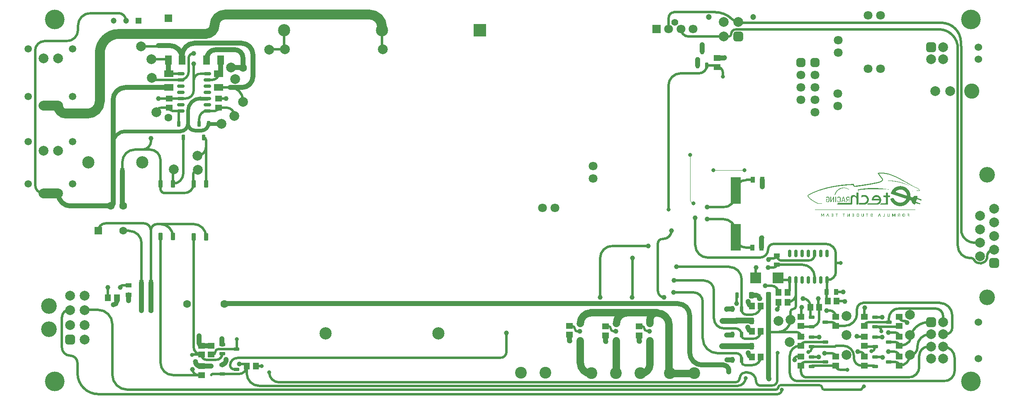
<source format=gbl>
G04*
G04 #@! TF.GenerationSoftware,Altium Limited,Altium Designer,22.7.1 (60)*
G04*
G04 Layer_Physical_Order=4*
G04 Layer_Color=16711680*
%FSLAX44Y44*%
%MOMM*%
G71*
G04*
G04 #@! TF.SameCoordinates,3D511D00-9B74-4921-819B-1F54B840CB57*
G04*
G04*
G04 #@! TF.FilePolarity,Positive*
G04*
G01*
G75*
%ADD13C,0.1000*%
%ADD16C,0.5000*%
%ADD17C,2.0000*%
%ADD18R,1.1500X1.3500*%
%ADD19R,1.3500X1.1500*%
%ADD23R,1.3000X0.9000*%
%ADD24R,0.9000X1.3000*%
%ADD32R,1.9500X1.4000*%
G04:AMPARAMS|DCode=34|XSize=1.3mm|YSize=1.1mm|CornerRadius=0.275mm|HoleSize=0mm|Usage=FLASHONLY|Rotation=180.000|XOffset=0mm|YOffset=0mm|HoleType=Round|Shape=RoundedRectangle|*
%AMROUNDEDRECTD34*
21,1,1.3000,0.5500,0,0,180.0*
21,1,0.7500,1.1000,0,0,180.0*
1,1,0.5500,-0.3750,0.2750*
1,1,0.5500,0.3750,0.2750*
1,1,0.5500,0.3750,-0.2750*
1,1,0.5500,-0.3750,-0.2750*
%
%ADD34ROUNDEDRECTD34*%
G04:AMPARAMS|DCode=35|XSize=0.65mm|YSize=1.25mm|CornerRadius=0.1625mm|HoleSize=0mm|Usage=FLASHONLY|Rotation=270.000|XOffset=0mm|YOffset=0mm|HoleType=Round|Shape=RoundedRectangle|*
%AMROUNDEDRECTD35*
21,1,0.6500,0.9250,0,0,270.0*
21,1,0.3250,1.2500,0,0,270.0*
1,1,0.3250,-0.4625,-0.1625*
1,1,0.3250,-0.4625,0.1625*
1,1,0.3250,0.4625,0.1625*
1,1,0.3250,0.4625,-0.1625*
%
%ADD35ROUNDEDRECTD35*%
%ADD78C,1.5000*%
%ADD79C,1.0000*%
%ADD80C,1.2000*%
%ADD81C,0.5000*%
%ADD82C,2.0000*%
%ADD83R,2.5000X2.5000*%
%ADD84C,2.5000*%
%ADD85C,1.6000*%
%ADD86R,1.6000X1.6000*%
%ADD87C,1.2000*%
%ADD88R,1.2000X1.2000*%
%ADD89C,1.8000*%
G04:AMPARAMS|DCode=90|XSize=1.8mm|YSize=1.8mm|CornerRadius=0.45mm|HoleSize=0mm|Usage=FLASHONLY|Rotation=0.000|XOffset=0mm|YOffset=0mm|HoleType=Round|Shape=RoundedRectangle|*
%AMROUNDEDRECTD90*
21,1,1.8000,0.9000,0,0,0.0*
21,1,0.9000,1.8000,0,0,0.0*
1,1,0.9000,0.4500,-0.4500*
1,1,0.9000,-0.4500,-0.4500*
1,1,0.9000,-0.4500,0.4500*
1,1,0.9000,0.4500,0.4500*
%
%ADD90ROUNDEDRECTD90*%
%ADD91C,3.1000*%
%ADD92C,3.2000*%
G04:AMPARAMS|DCode=93|XSize=2mm|YSize=2mm|CornerRadius=0.5mm|HoleSize=0mm|Usage=FLASHONLY|Rotation=180.000|XOffset=0mm|YOffset=0mm|HoleType=Round|Shape=RoundedRectangle|*
%AMROUNDEDRECTD93*
21,1,2.0000,1.0000,0,0,180.0*
21,1,1.0000,2.0000,0,0,180.0*
1,1,1.0000,-0.5000,0.5000*
1,1,1.0000,0.5000,0.5000*
1,1,1.0000,0.5000,-0.5000*
1,1,1.0000,-0.5000,-0.5000*
%
%ADD93ROUNDEDRECTD93*%
%ADD94C,1.0000*%
%ADD95R,1.6000X1.6000*%
%ADD96C,1.4000*%
%ADD97R,1.8000X1.8000*%
%ADD98C,1.5240*%
G04:AMPARAMS|DCode=99|XSize=2mm|YSize=2mm|CornerRadius=0.5mm|HoleSize=0mm|Usage=FLASHONLY|Rotation=90.000|XOffset=0mm|YOffset=0mm|HoleType=Round|Shape=RoundedRectangle|*
%AMROUNDEDRECTD99*
21,1,2.0000,1.0000,0,0,90.0*
21,1,1.0000,2.0000,0,0,90.0*
1,1,1.0000,0.5000,0.5000*
1,1,1.0000,0.5000,-0.5000*
1,1,1.0000,-0.5000,-0.5000*
1,1,1.0000,-0.5000,0.5000*
%
%ADD99ROUNDEDRECTD99*%
%ADD100C,2.4000*%
%ADD101C,0.8000*%
%ADD102C,4.0000*%
%ADD103C,1.5000*%
%ADD104C,0.8000*%
G04:AMPARAMS|DCode=105|XSize=0.6mm|YSize=1.45mm|CornerRadius=0.15mm|HoleSize=0mm|Usage=FLASHONLY|Rotation=0.000|XOffset=0mm|YOffset=0mm|HoleType=Round|Shape=RoundedRectangle|*
%AMROUNDEDRECTD105*
21,1,0.6000,1.1500,0,0,0.0*
21,1,0.3000,1.4500,0,0,0.0*
1,1,0.3000,0.1500,-0.5750*
1,1,0.3000,-0.1500,-0.5750*
1,1,0.3000,-0.1500,0.5750*
1,1,0.3000,0.1500,0.5750*
%
%ADD105ROUNDEDRECTD105*%
G04:AMPARAMS|DCode=106|XSize=0.65mm|YSize=1.25mm|CornerRadius=0.1625mm|HoleSize=0mm|Usage=FLASHONLY|Rotation=0.000|XOffset=0mm|YOffset=0mm|HoleType=Round|Shape=RoundedRectangle|*
%AMROUNDEDRECTD106*
21,1,0.6500,0.9250,0,0,0.0*
21,1,0.3250,1.2500,0,0,0.0*
1,1,0.3250,0.1625,-0.4625*
1,1,0.3250,-0.1625,-0.4625*
1,1,0.3250,-0.1625,0.4625*
1,1,0.3250,0.1625,0.4625*
%
%ADD106ROUNDEDRECTD106*%
%ADD107R,2.2100X2.2000*%
G04:AMPARAMS|DCode=108|XSize=1.3mm|YSize=1.1mm|CornerRadius=0.275mm|HoleSize=0mm|Usage=FLASHONLY|Rotation=90.000|XOffset=0mm|YOffset=0mm|HoleType=Round|Shape=RoundedRectangle|*
%AMROUNDEDRECTD108*
21,1,1.3000,0.5500,0,0,90.0*
21,1,0.7500,1.1000,0,0,90.0*
1,1,0.5500,0.2750,0.3750*
1,1,0.5500,0.2750,-0.3750*
1,1,0.5500,-0.2750,-0.3750*
1,1,0.5500,-0.2750,0.3750*
%
%ADD108ROUNDEDRECTD108*%
G04:AMPARAMS|DCode=109|XSize=0.9mm|YSize=1.5mm|CornerRadius=0.225mm|HoleSize=0mm|Usage=FLASHONLY|Rotation=180.000|XOffset=0mm|YOffset=0mm|HoleType=Round|Shape=RoundedRectangle|*
%AMROUNDEDRECTD109*
21,1,0.9000,1.0500,0,0,180.0*
21,1,0.4500,1.5000,0,0,180.0*
1,1,0.4500,-0.2250,0.5250*
1,1,0.4500,0.2250,0.5250*
1,1,0.4500,0.2250,-0.5250*
1,1,0.4500,-0.2250,-0.5250*
%
%ADD109ROUNDEDRECTD109*%
%ADD110R,1.4000X1.9500*%
%ADD111R,2.0000X5.5000*%
G04:AMPARAMS|DCode=112|XSize=0.6mm|YSize=1.45mm|CornerRadius=0.15mm|HoleSize=0mm|Usage=FLASHONLY|Rotation=270.000|XOffset=0mm|YOffset=0mm|HoleType=Round|Shape=RoundedRectangle|*
%AMROUNDEDRECTD112*
21,1,0.6000,1.1500,0,0,270.0*
21,1,0.3000,1.4500,0,0,270.0*
1,1,0.3000,-0.5750,-0.1500*
1,1,0.3000,-0.5750,0.1500*
1,1,0.3000,0.5750,0.1500*
1,1,0.3000,0.5750,-0.1500*
%
%ADD112ROUNDEDRECTD112*%
G36*
X2021297Y694796D02*
X2023902D01*
Y694651D01*
X2025783D01*
Y694507D01*
X2027520D01*
Y694362D01*
X2028822D01*
Y694217D01*
X2030124D01*
Y694073D01*
X2031282D01*
Y693928D01*
X2032295D01*
Y693783D01*
X2033163D01*
Y693638D01*
X2034032D01*
Y693494D01*
X2035045D01*
Y693349D01*
X2035768D01*
Y693204D01*
X2036492D01*
Y693060D01*
X2037360D01*
Y692915D01*
X2038083D01*
Y692770D01*
X2038807D01*
Y692626D01*
X2039530D01*
Y692481D01*
X2040109D01*
Y692336D01*
X2040688D01*
Y692191D01*
X2041412D01*
Y692047D01*
X2041991D01*
Y691902D01*
X2042569D01*
Y691757D01*
X2043148D01*
Y691613D01*
X2043727D01*
Y691468D01*
X2044306D01*
Y691323D01*
X2044740D01*
Y691178D01*
X2045319D01*
Y691034D01*
X2045753D01*
Y690889D01*
X2046332D01*
Y690744D01*
X2046766D01*
Y690600D01*
X2047345D01*
Y690455D01*
X2047779D01*
Y690310D01*
X2048213D01*
Y690165D01*
X2048647D01*
Y690021D01*
X2049081D01*
Y689876D01*
X2049516D01*
Y689731D01*
X2049950D01*
Y689587D01*
X2050384D01*
Y689442D01*
X2050818D01*
Y689297D01*
X2051107D01*
Y689153D01*
X2051541D01*
Y689008D01*
X2051976D01*
Y688863D01*
X2052410D01*
Y688718D01*
X2052844D01*
Y688574D01*
X2053133D01*
Y688429D01*
X2053423D01*
Y688284D01*
X2053857D01*
Y688139D01*
X2054146D01*
Y687995D01*
X2054580D01*
Y687850D01*
X2054870D01*
Y687705D01*
X2055159D01*
Y687561D01*
X2055593D01*
Y687416D01*
X2055883D01*
Y687271D01*
X2056172D01*
Y687127D01*
X2056606D01*
Y686982D01*
X2056896D01*
Y686837D01*
X2057185D01*
Y686693D01*
X2057619D01*
Y686548D01*
X2057909D01*
Y686403D01*
X2058198D01*
Y686258D01*
X2058488D01*
Y686114D01*
X2058777D01*
Y685969D01*
X2059066D01*
Y685824D01*
X2059356D01*
Y685679D01*
X2059645D01*
Y685535D01*
X2059935D01*
Y685390D01*
X2060224D01*
Y685245D01*
X2060513D01*
Y685101D01*
X2060803D01*
Y684956D01*
X2060948D01*
Y684811D01*
X2061237D01*
Y684667D01*
X2060948D01*
Y684811D01*
X2060513D01*
Y684956D01*
X2060224D01*
Y685101D01*
X2059935D01*
Y685245D01*
X2059500D01*
Y685390D01*
X2059211D01*
Y685535D01*
X2058922D01*
Y685679D01*
X2058488D01*
Y685824D01*
X2058198D01*
Y685969D01*
X2057764D01*
Y686114D01*
X2057475D01*
Y686258D01*
X2057040D01*
Y686403D01*
X2056606D01*
Y686548D01*
X2056172D01*
Y686693D01*
X2055738D01*
Y686837D01*
X2055304D01*
Y686982D01*
X2055014D01*
Y687127D01*
X2054580D01*
Y687271D01*
X2054146D01*
Y687416D01*
X2053712D01*
Y687561D01*
X2053278D01*
Y687705D01*
X2052844D01*
Y687850D01*
X2052554D01*
Y687995D01*
X2051976D01*
Y688139D01*
X2051541D01*
Y688284D01*
X2051107D01*
Y688429D01*
X2050673D01*
Y688574D01*
X2050239D01*
Y688718D01*
X2049660D01*
Y688863D01*
X2049226D01*
Y689008D01*
X2048792D01*
Y689153D01*
X2048358D01*
Y689297D01*
X2047779D01*
Y689442D01*
X2047345D01*
Y689587D01*
X2046766D01*
Y689731D01*
X2046187D01*
Y689876D01*
X2045753D01*
Y690021D01*
X2045174D01*
Y690165D01*
X2044595D01*
Y690310D01*
X2044017D01*
Y690455D01*
X2043438D01*
Y690600D01*
X2042859D01*
Y690744D01*
X2042280D01*
Y690889D01*
X2041557D01*
Y691034D01*
X2040978D01*
Y691178D01*
X2040254D01*
Y691323D01*
X2039675D01*
Y691468D01*
X2038952D01*
Y691613D01*
X2038373D01*
Y691757D01*
X2037505D01*
Y691902D01*
X2036781D01*
Y692047D01*
X2036057D01*
Y692191D01*
X2035334D01*
Y692336D01*
X2034466D01*
Y692481D01*
X2033598D01*
Y692626D01*
X2032729D01*
Y692770D01*
X2031861D01*
Y692915D01*
X2030993D01*
Y693060D01*
X2029980D01*
Y693204D01*
X2028822D01*
Y693349D01*
X2027809D01*
Y693494D01*
X2026796D01*
Y693638D01*
X2025349D01*
Y693783D01*
X2024047D01*
Y693928D01*
X2022455D01*
Y694073D01*
X2021008D01*
Y694217D01*
X2019126D01*
Y694362D01*
X2016811D01*
Y694507D01*
X2012759D01*
Y694651D01*
X2012325D01*
Y694796D01*
X2014062D01*
Y694941D01*
X2021297D01*
Y694796D01*
D02*
G37*
G36*
X1990908Y679168D02*
X1996407D01*
Y679023D01*
X1999157D01*
Y678878D01*
X2001761D01*
Y678733D01*
X2003353D01*
Y678589D01*
X2005379D01*
Y678444D01*
X2006971D01*
Y678299D01*
X2008418D01*
Y678155D01*
X2009576D01*
Y678010D01*
X2010878D01*
Y677865D01*
X2012036D01*
Y677720D01*
X2013338D01*
Y677576D01*
X2014351D01*
Y677431D01*
X2015364D01*
Y677286D01*
X2016232D01*
Y677142D01*
X2017245D01*
Y676997D01*
X2018258D01*
Y676852D01*
X2019126D01*
Y676708D01*
X2019995D01*
Y676563D01*
X2020718D01*
Y676418D01*
X2017969D01*
Y676563D01*
X2015219D01*
Y676708D01*
X2012180D01*
Y676852D01*
X2008997D01*
Y676997D01*
X2004511D01*
Y677142D01*
X1998144D01*
Y677286D01*
X1990329D01*
Y677142D01*
X1989751D01*
Y677286D01*
X1989316D01*
Y677142D01*
X1983094D01*
Y676997D01*
X1979476D01*
Y676852D01*
X1976727D01*
Y676708D01*
X1974122D01*
Y676563D01*
X1972241D01*
Y676418D01*
X1970359D01*
Y676273D01*
X1968768D01*
Y676129D01*
X1967176D01*
Y675984D01*
X1965729D01*
Y675839D01*
X1964282D01*
Y675695D01*
X1963124D01*
Y675550D01*
X1962111D01*
Y675405D01*
X1961098D01*
Y675260D01*
X1960085D01*
Y675116D01*
X1958927D01*
Y674971D01*
X1958783D01*
Y674681D01*
X1958927D01*
Y674103D01*
X1959072D01*
Y673669D01*
X1959217D01*
Y673090D01*
X1959362D01*
Y672656D01*
X1959506D01*
Y672222D01*
X1959651D01*
Y672077D01*
X1959362D01*
Y672222D01*
X1959217D01*
Y672511D01*
X1959072D01*
Y672800D01*
X1958927D01*
Y672945D01*
X1958783D01*
Y673234D01*
X1958638D01*
Y673379D01*
X1958493D01*
Y673669D01*
X1958349D01*
Y673813D01*
X1958204D01*
Y674103D01*
X1958059D01*
Y674247D01*
X1957914D01*
Y674537D01*
X1957770D01*
Y674681D01*
X1957625D01*
Y674971D01*
X1957480D01*
Y675116D01*
X1957336D01*
Y675405D01*
X1957191D01*
Y675550D01*
X1957046D01*
Y675839D01*
X1956902D01*
Y675984D01*
X1956757D01*
Y676273D01*
X1957191D01*
Y676418D01*
X1957770D01*
Y676563D01*
X1958493D01*
Y676708D01*
X1959217D01*
Y676852D01*
X1959940D01*
Y676997D01*
X1960664D01*
Y677142D01*
X1961532D01*
Y677286D01*
X1962400D01*
Y677431D01*
X1963413D01*
Y677576D01*
X1964282D01*
Y677720D01*
X1965295D01*
Y677865D01*
X1966452D01*
Y678010D01*
X1967610D01*
Y678155D01*
X1968912D01*
Y678299D01*
X1970070D01*
Y678444D01*
X1971662D01*
Y678589D01*
X1973398D01*
Y678733D01*
X1975280D01*
Y678878D01*
X1977595D01*
Y679023D01*
X1980344D01*
Y679168D01*
X1985264D01*
Y679312D01*
X1985843D01*
Y679168D01*
X1986567D01*
Y679312D01*
X1990908D01*
Y679168D01*
D02*
G37*
G36*
X1930420Y679891D02*
X1931577D01*
Y679746D01*
X1932301D01*
Y679602D01*
X1932880D01*
Y679457D01*
X1933459D01*
Y679312D01*
X1933893D01*
Y679168D01*
X1934327D01*
Y679023D01*
X1934761D01*
Y678878D01*
X1935195D01*
Y678733D01*
X1935484D01*
Y678589D01*
X1935774D01*
Y678444D01*
X1936208D01*
Y678299D01*
X1936497D01*
Y678155D01*
X1936787D01*
Y678010D01*
X1937076D01*
Y677865D01*
X1937221D01*
Y677720D01*
X1937510D01*
Y677576D01*
X1937800D01*
Y677431D01*
X1938089D01*
Y677286D01*
X1938234D01*
Y677142D01*
X1938523D01*
Y676997D01*
X1938668D01*
Y676852D01*
X1938958D01*
Y676708D01*
X1939102D01*
Y676563D01*
X1939392D01*
Y676418D01*
X1939536D01*
Y676273D01*
X1939681D01*
Y676129D01*
X1939971D01*
Y675984D01*
X1940115D01*
Y675839D01*
X1940260D01*
Y675695D01*
X1940405D01*
Y675550D01*
X1940549D01*
Y675405D01*
X1940694D01*
Y675260D01*
X1940839D01*
Y675116D01*
X1940983D01*
Y674971D01*
X1940839D01*
Y675116D01*
X1940694D01*
Y675260D01*
X1940405D01*
Y675405D01*
X1940260D01*
Y675550D01*
X1940115D01*
Y675695D01*
X1939826D01*
Y675839D01*
X1939681D01*
Y675984D01*
X1939392D01*
Y676129D01*
X1939247D01*
Y676273D01*
X1938958D01*
Y676418D01*
X1938813D01*
Y676563D01*
X1938523D01*
Y676708D01*
X1938234D01*
Y676852D01*
X1937944D01*
Y676997D01*
X1937800D01*
Y677142D01*
X1937510D01*
Y677286D01*
X1937076D01*
Y677431D01*
X1936787D01*
Y677576D01*
X1936497D01*
Y677720D01*
X1936208D01*
Y677865D01*
X1935774D01*
Y678010D01*
X1935340D01*
Y678155D01*
X1935050D01*
Y678299D01*
X1934616D01*
Y678444D01*
X1934037D01*
Y678589D01*
X1933459D01*
Y678733D01*
X1932880D01*
Y678878D01*
X1932012D01*
Y679023D01*
X1930709D01*
Y679168D01*
X1927815D01*
Y679023D01*
X1926512D01*
Y678878D01*
X1925644D01*
Y678733D01*
X1924921D01*
Y678589D01*
X1924342D01*
Y678444D01*
X1923908D01*
Y678299D01*
X1923474D01*
Y678155D01*
X1923040D01*
Y678010D01*
X1922605D01*
Y677865D01*
X1922316D01*
Y677720D01*
X1921882D01*
Y677576D01*
X1921592D01*
Y677431D01*
X1921303D01*
Y677286D01*
X1921014D01*
Y677142D01*
X1920724D01*
Y676997D01*
X1920435D01*
Y676852D01*
X1920145D01*
Y676708D01*
X1920001D01*
Y676563D01*
X1919711D01*
Y676418D01*
X1919422D01*
Y676273D01*
X1919277D01*
Y676129D01*
X1918988D01*
Y675984D01*
X1918843D01*
Y675839D01*
X1918553D01*
Y675695D01*
X1918409D01*
Y675550D01*
X1918264D01*
Y675405D01*
X1917975D01*
Y675260D01*
X1917830D01*
Y675116D01*
X1917685D01*
Y674971D01*
X1917396D01*
Y674826D01*
X1917251D01*
Y674681D01*
X1917106D01*
Y674537D01*
X1916962D01*
Y674392D01*
X1916817D01*
Y674247D01*
X1916672D01*
Y674103D01*
X1916528D01*
Y673958D01*
X1916383D01*
Y673813D01*
X1916238D01*
Y673669D01*
X1916093D01*
Y673524D01*
X1915949D01*
Y673379D01*
X1915804D01*
Y673234D01*
X1915659D01*
Y673090D01*
X1915515D01*
Y672945D01*
X1915370D01*
Y672656D01*
X1915225D01*
Y672511D01*
X1915080D01*
Y672366D01*
X1914936D01*
Y672222D01*
X1914791D01*
Y671932D01*
X1914646D01*
Y671787D01*
X1914502D01*
Y671643D01*
X1914357D01*
Y671353D01*
X1914212D01*
Y671208D01*
X1914068D01*
Y671064D01*
X1913923D01*
Y670774D01*
X1913778D01*
Y670485D01*
X1913633D01*
Y670340D01*
X1913489D01*
Y670051D01*
X1913344D01*
Y669761D01*
X1913199D01*
Y669617D01*
X1913055D01*
Y669327D01*
X1912910D01*
Y668893D01*
X1912765D01*
Y668604D01*
X1912620D01*
Y668314D01*
X1912476D01*
Y668025D01*
X1912331D01*
Y667591D01*
X1912186D01*
Y667301D01*
X1912042D01*
Y666867D01*
X1911897D01*
Y666433D01*
X1911752D01*
Y665999D01*
X1911608D01*
Y665275D01*
X1911463D01*
Y664841D01*
X1911318D01*
Y664697D01*
X1909726D01*
Y665131D01*
X1909871D01*
Y665710D01*
X1910016D01*
Y666288D01*
X1910160D01*
Y666722D01*
X1910305D01*
Y667157D01*
X1910450D01*
Y667591D01*
X1910594D01*
Y668025D01*
X1910739D01*
Y668314D01*
X1910884D01*
Y668748D01*
X1911029D01*
Y669038D01*
X1911173D01*
Y669327D01*
X1911318D01*
Y669617D01*
X1911463D01*
Y669906D01*
X1911608D01*
Y670195D01*
X1911752D01*
Y670485D01*
X1911897D01*
Y670630D01*
X1912042D01*
Y670919D01*
X1912186D01*
Y671064D01*
X1912331D01*
Y671353D01*
X1912476D01*
Y671643D01*
X1912620D01*
Y671787D01*
X1912765D01*
Y672077D01*
X1912910D01*
Y672222D01*
X1913055D01*
Y672366D01*
X1913199D01*
Y672656D01*
X1913344D01*
Y672800D01*
X1913489D01*
Y672945D01*
X1913633D01*
Y673234D01*
X1913778D01*
Y673379D01*
X1913923D01*
Y673524D01*
X1914068D01*
Y673669D01*
X1914212D01*
Y673813D01*
X1914357D01*
Y673958D01*
X1914502D01*
Y674103D01*
X1914646D01*
Y674247D01*
X1914791D01*
Y674392D01*
X1914936D01*
Y674537D01*
X1915080D01*
Y674681D01*
X1915225D01*
Y674826D01*
X1915370D01*
Y674971D01*
X1915515D01*
Y675116D01*
X1915659D01*
Y675260D01*
X1915804D01*
Y675405D01*
X1915949D01*
Y675550D01*
X1916093D01*
Y675695D01*
X1916383D01*
Y675839D01*
X1916528D01*
Y675984D01*
X1916672D01*
Y676129D01*
X1916817D01*
Y676273D01*
X1917106D01*
Y676418D01*
X1917251D01*
Y676563D01*
X1917540D01*
Y676708D01*
X1917685D01*
Y676852D01*
X1917830D01*
Y676997D01*
X1918119D01*
Y677142D01*
X1918409D01*
Y677286D01*
X1918553D01*
Y677431D01*
X1918843D01*
Y677576D01*
X1919132D01*
Y677720D01*
X1919277D01*
Y677865D01*
X1919566D01*
Y678010D01*
X1919856D01*
Y678155D01*
X1920145D01*
Y678299D01*
X1920435D01*
Y678444D01*
X1920869D01*
Y678589D01*
X1921158D01*
Y678733D01*
X1921592D01*
Y678878D01*
X1921882D01*
Y679023D01*
X1922316D01*
Y679168D01*
X1922750D01*
Y679312D01*
X1923329D01*
Y679457D01*
X1923763D01*
Y679602D01*
X1924487D01*
Y679746D01*
X1925210D01*
Y679891D01*
X1926368D01*
Y680036D01*
X1930420D01*
Y679891D01*
D02*
G37*
G36*
X2008273Y710714D02*
X2009431D01*
Y710570D01*
X2010878D01*
Y710425D01*
X2012036D01*
Y710280D01*
X2013193D01*
Y710135D01*
X2014062D01*
Y709991D01*
X2014785D01*
Y709846D01*
X2015654D01*
Y709701D01*
X2016377D01*
Y709557D01*
X2016956D01*
Y709412D01*
X2017679D01*
Y709267D01*
X2018258D01*
Y709122D01*
X2018837D01*
Y708978D01*
X2019416D01*
Y708833D01*
X2019995D01*
Y708688D01*
X2020429D01*
Y708543D01*
X2021008D01*
Y708399D01*
X2021442D01*
Y708254D01*
X2022021D01*
Y708109D01*
X2022455D01*
Y707965D01*
X2022889D01*
Y707820D01*
X2023323D01*
Y707675D01*
X2023757D01*
Y707531D01*
X2024191D01*
Y707386D01*
X2024626D01*
Y707241D01*
X2025060D01*
Y707096D01*
X2025494D01*
Y706952D01*
X2025928D01*
Y706807D01*
X2026362D01*
Y706662D01*
X2026651D01*
Y706518D01*
X2027086D01*
Y706373D01*
X2027375D01*
Y706228D01*
X2027809D01*
Y706084D01*
X2028243D01*
Y705939D01*
X2028677D01*
Y705794D01*
X2028967D01*
Y705649D01*
X2029401D01*
Y705505D01*
X2029690D01*
Y705360D01*
X2030124D01*
Y705215D01*
X2030414D01*
Y705070D01*
X2030703D01*
Y704926D01*
X2030993D01*
Y704781D01*
X2031427D01*
Y704636D01*
X2031716D01*
Y704492D01*
X2032006D01*
Y704347D01*
X2032295D01*
Y704202D01*
X2032729D01*
Y704057D01*
X2033019D01*
Y703913D01*
X2033308D01*
Y703768D01*
X2033598D01*
Y703623D01*
X2033887D01*
Y703479D01*
X2034321D01*
Y703334D01*
X2034610D01*
Y703189D01*
X2034900D01*
Y703045D01*
X2035189D01*
Y702900D01*
X2035479D01*
Y702755D01*
X2035768D01*
Y702610D01*
X2036057D01*
Y702466D01*
X2036347D01*
Y702321D01*
X2036636D01*
Y702176D01*
X2036926D01*
Y702032D01*
X2037215D01*
Y701887D01*
X2037505D01*
Y701742D01*
X2037794D01*
Y701598D01*
X2038083D01*
Y701453D01*
X2038373D01*
Y701308D01*
X2038662D01*
Y701163D01*
X2038952D01*
Y701019D01*
X2039241D01*
Y700874D01*
X2039530D01*
Y700729D01*
X2039820D01*
Y700584D01*
X2040109D01*
Y700440D01*
X2040399D01*
Y700295D01*
X2040688D01*
Y700150D01*
X2040978D01*
Y700006D01*
X2041267D01*
Y699861D01*
X2041557D01*
Y699716D01*
X2041846D01*
Y699572D01*
X2042135D01*
Y699427D01*
X2042280D01*
Y699282D01*
X2042569D01*
Y699137D01*
X2042859D01*
Y698993D01*
X2043148D01*
Y698848D01*
X2043438D01*
Y698703D01*
X2043727D01*
Y698559D01*
X2044017D01*
Y698414D01*
X2044306D01*
Y698269D01*
X2044595D01*
Y698124D01*
X2044740D01*
Y697980D01*
X2045029D01*
Y697835D01*
X2045319D01*
Y697690D01*
X2045608D01*
Y697546D01*
X2045898D01*
Y697401D01*
X2046187D01*
Y697256D01*
X2046477D01*
Y697112D01*
X2046766D01*
Y696967D01*
X2046911D01*
Y696822D01*
X2047200D01*
Y696677D01*
X2047490D01*
Y696533D01*
X2047779D01*
Y696388D01*
X2048068D01*
Y696243D01*
X2048358D01*
Y696098D01*
X2048503D01*
Y695954D01*
X2048792D01*
Y695809D01*
X2049081D01*
Y695664D01*
X2049371D01*
Y695520D01*
X2049516D01*
Y695375D01*
X2049805D01*
Y695230D01*
X2050094D01*
Y695086D01*
X2050384D01*
Y694941D01*
X2050529D01*
Y694796D01*
X2050818D01*
Y694651D01*
X2051107D01*
Y694507D01*
X2051397D01*
Y694362D01*
X2051686D01*
Y694217D01*
X2051831D01*
Y694073D01*
X2052120D01*
Y693928D01*
X2052410D01*
Y693783D01*
X2052699D01*
Y693638D01*
X2052844D01*
Y693494D01*
X2053133D01*
Y693349D01*
X2053423D01*
Y693204D01*
X2053712D01*
Y693060D01*
X2054001D01*
Y692915D01*
X2054146D01*
Y692770D01*
X2054436D01*
Y692626D01*
X2054725D01*
Y692481D01*
X2054870D01*
Y692336D01*
X2055159D01*
Y692191D01*
X2055449D01*
Y692047D01*
X2055738D01*
Y691902D01*
X2055883D01*
Y691757D01*
X2056172D01*
Y691613D01*
X2056461D01*
Y691468D01*
X2056751D01*
Y691323D01*
X2056896D01*
Y691178D01*
X2057185D01*
Y691034D01*
X2057475D01*
Y690889D01*
X2057764D01*
Y690744D01*
X2057909D01*
Y690600D01*
X2058198D01*
Y690455D01*
X2058488D01*
Y690310D01*
X2058632D01*
Y690165D01*
X2058922D01*
Y690021D01*
X2059211D01*
Y689876D01*
X2059500D01*
Y689731D01*
X2059645D01*
Y689587D01*
X2059935D01*
Y689442D01*
X2060224D01*
Y689297D01*
X2060369D01*
Y689153D01*
X2060658D01*
Y689008D01*
X2060948D01*
Y688863D01*
X2061237D01*
Y688718D01*
X2061526D01*
Y688574D01*
X2061671D01*
Y688429D01*
X2061960D01*
Y688284D01*
X2062250D01*
Y688139D01*
X2062395D01*
Y687995D01*
X2062684D01*
Y687850D01*
X2062973D01*
Y687705D01*
X2063263D01*
Y687561D01*
X2063408D01*
Y687416D01*
X2063697D01*
Y687271D01*
X2063987D01*
Y687127D01*
X2064131D01*
Y686982D01*
X2064421D01*
Y686837D01*
X2064710D01*
Y686693D01*
X2065000D01*
Y686548D01*
X2065144D01*
Y686403D01*
X2065434D01*
Y686258D01*
X2065578D01*
Y686114D01*
X2065868D01*
Y685969D01*
X2066157D01*
Y685824D01*
X2066302D01*
Y685679D01*
X2066591D01*
Y685535D01*
X2066881D01*
Y685390D01*
X2067170D01*
Y685245D01*
X2067315D01*
Y685101D01*
X2067604D01*
Y684956D01*
X2067894D01*
Y684811D01*
X2068038D01*
Y684667D01*
X2068328D01*
Y684522D01*
X2068617D01*
Y684377D01*
X2068907D01*
Y684232D01*
X2069051D01*
Y684088D01*
X2069341D01*
Y683943D01*
X2069630D01*
Y683798D01*
X2069919D01*
Y683653D01*
X2070209D01*
Y683509D01*
X2070354D01*
Y683364D01*
X2070643D01*
Y683219D01*
X2070932D01*
Y683075D01*
X2071222D01*
Y682930D01*
X2071511D01*
Y682785D01*
X2071801D01*
Y682641D01*
X2072090D01*
Y682496D01*
X2072380D01*
Y682351D01*
X2072669D01*
Y682206D01*
X2072958D01*
Y682062D01*
X2073248D01*
Y681917D01*
X2073537D01*
Y681772D01*
X2073827D01*
Y681628D01*
X2074116D01*
Y681483D01*
X2074406D01*
Y681338D01*
X2074695D01*
Y681193D01*
X2074984D01*
Y681049D01*
X2075274D01*
Y680904D01*
X2075563D01*
Y680759D01*
X2075853D01*
Y680615D01*
X2076142D01*
Y680470D01*
X2076431D01*
Y680325D01*
X2076866D01*
Y680181D01*
X2077155D01*
Y680036D01*
X2077444D01*
Y679891D01*
X2077879D01*
Y679746D01*
X2078168D01*
Y679602D01*
X2078602D01*
Y679457D01*
X2078891D01*
Y679312D01*
X2079181D01*
Y679168D01*
X2079615D01*
Y679023D01*
X2079760D01*
Y678878D01*
X2080049D01*
Y678733D01*
X2080339D01*
Y678589D01*
X2080628D01*
Y678444D01*
X2080773D01*
Y678299D01*
X2080918D01*
Y678155D01*
X2081207D01*
Y678010D01*
X2081351D01*
Y677865D01*
X2081496D01*
Y677720D01*
X2081641D01*
Y677576D01*
X2081786D01*
Y677431D01*
X2082075D01*
Y677286D01*
X2082220D01*
Y676997D01*
X2082365D01*
Y676852D01*
X2082509D01*
Y676708D01*
X2082654D01*
Y676563D01*
X2082799D01*
Y676418D01*
X2082943D01*
Y676129D01*
X2083088D01*
Y675984D01*
X2083233D01*
Y675695D01*
X2083378D01*
Y675550D01*
X2083522D01*
Y675260D01*
X2083667D01*
Y674971D01*
X2083812D01*
Y674681D01*
X2083956D01*
Y673379D01*
X2081641D01*
Y673524D01*
X2075419D01*
Y673379D01*
X2072380D01*
Y673234D01*
X2070643D01*
Y673090D01*
X2069485D01*
Y673234D01*
X2070209D01*
Y673379D01*
X2071222D01*
Y673524D01*
X2072524D01*
Y673669D01*
X2074406D01*
Y673813D01*
X2077300D01*
Y673958D01*
X2083522D01*
Y674247D01*
X2083378D01*
Y674681D01*
X2083233D01*
Y674971D01*
X2083088D01*
Y675116D01*
X2082943D01*
Y675405D01*
X2082799D01*
Y675550D01*
X2082654D01*
Y675839D01*
X2082509D01*
Y675984D01*
X2082365D01*
Y676129D01*
X2082220D01*
Y676273D01*
X2082075D01*
Y676418D01*
X2081930D01*
Y676563D01*
X2081786D01*
Y676708D01*
X2081641D01*
Y676852D01*
X2081496D01*
Y676997D01*
X2081351D01*
Y677142D01*
X2081207D01*
Y677286D01*
X2081062D01*
Y677431D01*
X2080918D01*
Y677576D01*
X2080628D01*
Y677720D01*
X2080483D01*
Y677865D01*
X2080194D01*
Y678010D01*
X2079904D01*
Y678155D01*
X2079760D01*
Y678299D01*
X2079470D01*
Y678444D01*
X2079181D01*
Y678589D01*
X2078747D01*
Y678733D01*
X2078313D01*
Y678878D01*
X2078023D01*
Y679023D01*
X2077589D01*
Y679168D01*
X2077300D01*
Y679312D01*
X2076866D01*
Y679457D01*
X2076576D01*
Y679602D01*
X2076142D01*
Y679746D01*
X2075853D01*
Y679891D01*
X2075563D01*
Y680036D01*
X2075274D01*
Y680181D01*
X2074840D01*
Y680325D01*
X2074550D01*
Y680470D01*
X2074261D01*
Y680615D01*
X2073971D01*
Y680759D01*
X2073682D01*
Y680904D01*
X2073393D01*
Y681049D01*
X2073103D01*
Y681193D01*
X2072814D01*
Y681338D01*
X2072380D01*
Y681483D01*
X2072090D01*
Y681628D01*
X2071801D01*
Y681772D01*
X2071511D01*
Y681917D01*
X2071222D01*
Y682062D01*
X2070932D01*
Y682206D01*
X2070643D01*
Y682351D01*
X2070354D01*
Y682496D01*
X2070064D01*
Y682641D01*
X2069775D01*
Y682785D01*
X2069485D01*
Y682930D01*
X2069341D01*
Y683075D01*
X2069051D01*
Y683219D01*
X2068762D01*
Y683364D01*
X2068472D01*
Y683509D01*
X2068183D01*
Y683653D01*
X2067894D01*
Y683798D01*
X2067604D01*
Y683943D01*
X2067315D01*
Y684088D01*
X2067025D01*
Y684232D01*
X2066736D01*
Y684377D01*
X2066591D01*
Y684522D01*
X2066302D01*
Y684667D01*
X2066012D01*
Y684811D01*
X2065723D01*
Y684956D01*
X2065578D01*
Y685101D01*
X2065289D01*
Y685245D01*
X2065000D01*
Y685390D01*
X2064710D01*
Y685535D01*
X2064421D01*
Y685679D01*
X2064276D01*
Y685824D01*
X2063987D01*
Y685969D01*
X2063697D01*
Y686114D01*
X2063552D01*
Y686258D01*
X2063263D01*
Y686403D01*
X2062973D01*
Y686548D01*
X2062684D01*
Y686693D01*
X2062539D01*
Y686837D01*
X2062250D01*
Y686982D01*
X2061960D01*
Y687127D01*
X2061671D01*
Y687271D01*
X2061382D01*
Y687416D01*
X2061092D01*
Y687561D01*
X2060948D01*
Y687705D01*
X2060658D01*
Y687850D01*
X2060369D01*
Y687995D01*
X2060079D01*
Y688139D01*
X2059790D01*
Y688284D01*
X2059645D01*
Y688429D01*
X2059356D01*
Y688574D01*
X2059066D01*
Y688718D01*
X2058777D01*
Y688863D01*
X2058488D01*
Y689008D01*
X2058343D01*
Y689153D01*
X2058053D01*
Y689297D01*
X2057764D01*
Y689442D01*
X2057475D01*
Y689587D01*
X2057185D01*
Y689731D01*
X2057040D01*
Y689876D01*
X2056751D01*
Y690021D01*
X2056461D01*
Y690165D01*
X2056172D01*
Y690310D01*
X2056027D01*
Y690455D01*
X2055738D01*
Y690600D01*
X2055449D01*
Y690744D01*
X2055159D01*
Y690889D01*
X2054870D01*
Y691034D01*
X2054725D01*
Y691178D01*
X2054436D01*
Y691323D01*
X2054146D01*
Y691468D01*
X2053857D01*
Y691613D01*
X2053712D01*
Y691757D01*
X2053423D01*
Y691902D01*
X2053133D01*
Y692047D01*
X2052844D01*
Y692191D01*
X2052554D01*
Y692336D01*
X2052265D01*
Y692481D01*
X2052120D01*
Y692626D01*
X2051831D01*
Y692770D01*
X2051541D01*
Y692915D01*
X2051252D01*
Y693060D01*
X2050963D01*
Y693204D01*
X2050673D01*
Y693349D01*
X2050384D01*
Y693494D01*
X2050239D01*
Y693638D01*
X2049950D01*
Y693783D01*
X2049660D01*
Y693928D01*
X2049371D01*
Y694073D01*
X2049081D01*
Y694217D01*
X2048792D01*
Y694362D01*
X2048647D01*
Y694507D01*
X2048358D01*
Y694651D01*
X2048068D01*
Y694796D01*
X2047779D01*
Y694941D01*
X2047490D01*
Y695086D01*
X2047200D01*
Y695230D01*
X2046911D01*
Y695375D01*
X2046766D01*
Y695520D01*
X2046477D01*
Y695664D01*
X2046187D01*
Y695809D01*
X2045898D01*
Y695954D01*
X2045608D01*
Y696098D01*
X2045319D01*
Y696243D01*
X2045029D01*
Y696388D01*
X2044740D01*
Y696533D01*
X2044451D01*
Y696677D01*
X2044161D01*
Y696822D01*
X2043872D01*
Y696967D01*
X2043582D01*
Y697112D01*
X2043438D01*
Y697256D01*
X2043004D01*
Y697401D01*
X2042859D01*
Y697546D01*
X2042569D01*
Y697690D01*
X2042280D01*
Y697835D01*
X2041991D01*
Y697980D01*
X2041701D01*
Y698124D01*
X2041412D01*
Y698269D01*
X2041122D01*
Y698414D01*
X2040833D01*
Y698559D01*
X2040544D01*
Y698703D01*
X2040254D01*
Y698848D01*
X2039965D01*
Y698993D01*
X2039675D01*
Y699137D01*
X2039386D01*
Y699282D01*
X2039096D01*
Y699427D01*
X2038807D01*
Y699572D01*
X2038518D01*
Y699716D01*
X2038228D01*
Y699861D01*
X2037939D01*
Y700006D01*
X2037649D01*
Y700150D01*
X2037360D01*
Y700295D01*
X2037070D01*
Y700440D01*
X2036636D01*
Y700584D01*
X2036347D01*
Y700729D01*
X2036057D01*
Y700874D01*
X2035768D01*
Y701019D01*
X2035479D01*
Y701163D01*
X2035189D01*
Y701308D01*
X2034900D01*
Y701453D01*
X2034610D01*
Y701598D01*
X2034321D01*
Y701742D01*
X2034032D01*
Y701887D01*
X2033598D01*
Y702032D01*
X2033308D01*
Y702176D01*
X2033019D01*
Y702321D01*
X2032729D01*
Y702466D01*
X2032440D01*
Y702610D01*
X2032006D01*
Y702755D01*
X2031716D01*
Y702900D01*
X2031427D01*
Y703045D01*
X2030993D01*
Y703189D01*
X2030703D01*
Y703334D01*
X2030414D01*
Y703479D01*
X2029980D01*
Y703623D01*
X2029690D01*
Y703768D01*
X2029401D01*
Y703913D01*
X2028967D01*
Y704057D01*
X2028677D01*
Y704202D01*
X2028243D01*
Y704347D01*
X2027809D01*
Y704492D01*
X2027520D01*
Y704636D01*
X2027086D01*
Y704781D01*
X2026651D01*
Y704926D01*
X2026217D01*
Y705070D01*
X2025928D01*
Y705215D01*
X2025494D01*
Y705360D01*
X2025060D01*
Y705505D01*
X2024626D01*
Y705649D01*
X2024191D01*
Y705794D01*
X2023757D01*
Y705939D01*
X2023323D01*
Y706084D01*
X2022889D01*
Y706228D01*
X2022310D01*
Y706373D01*
X2021876D01*
Y706518D01*
X2021442D01*
Y706662D01*
X2020863D01*
Y706807D01*
X2020284D01*
Y706952D01*
X2019850D01*
Y707096D01*
X2019271D01*
Y707241D01*
X2018692D01*
Y707386D01*
X2018114D01*
Y707531D01*
X2017390D01*
Y707675D01*
X2016667D01*
Y707820D01*
X2016088D01*
Y707965D01*
X2015364D01*
Y708109D01*
X2014496D01*
Y708254D01*
X2013627D01*
Y708399D01*
X2012615D01*
Y708543D01*
X2011602D01*
Y708688D01*
X2010444D01*
Y708833D01*
X2008563D01*
Y708978D01*
X2002919D01*
Y708833D01*
X2001472D01*
Y708688D01*
X2000893D01*
Y708399D01*
X2001038D01*
Y708109D01*
X2001183D01*
Y707965D01*
X2001327D01*
Y707820D01*
X2001472D01*
Y707531D01*
X2001617D01*
Y707386D01*
X2001761D01*
Y707096D01*
X2001906D01*
Y706952D01*
X2002051D01*
Y706807D01*
X2002195D01*
Y706518D01*
X2002340D01*
Y706373D01*
X2002485D01*
Y706228D01*
X2002630D01*
Y705939D01*
X2002774D01*
Y705794D01*
X2002919D01*
Y705505D01*
X2003064D01*
Y705360D01*
X2003208D01*
Y705215D01*
X2003353D01*
Y704926D01*
X2003498D01*
Y704781D01*
X2003643D01*
Y704492D01*
X2003787D01*
Y704347D01*
X2003932D01*
Y704202D01*
X2004077D01*
Y703913D01*
X2004221D01*
Y703768D01*
X2004366D01*
Y703623D01*
X2004511D01*
Y703334D01*
X2004656D01*
Y703189D01*
X2004800D01*
Y702900D01*
X2004945D01*
Y702755D01*
X2005090D01*
Y702610D01*
X2005234D01*
Y702321D01*
X2005379D01*
Y702176D01*
X2005524D01*
Y702032D01*
X2005669D01*
Y701742D01*
X2005813D01*
Y701598D01*
X2005958D01*
Y701453D01*
X2006103D01*
Y701163D01*
X2006247D01*
Y701019D01*
X2006392D01*
Y700874D01*
X2006537D01*
Y700584D01*
X2006682D01*
Y700440D01*
X2006826D01*
Y700295D01*
X2006971D01*
Y700006D01*
X2007116D01*
Y699861D01*
X2007260D01*
Y699716D01*
X2007405D01*
Y699572D01*
X2007550D01*
Y699282D01*
X2007695D01*
Y699137D01*
X2007839D01*
Y698848D01*
X2007984D01*
Y698703D01*
X2008129D01*
Y698414D01*
X2008273D01*
Y698124D01*
X2008418D01*
Y697835D01*
X2008563D01*
Y697401D01*
X2008707D01*
Y695520D01*
X2008563D01*
Y695230D01*
X2008418D01*
Y694796D01*
X2008273D01*
Y694507D01*
X2008129D01*
Y694362D01*
X2007984D01*
Y694073D01*
X2007839D01*
Y693928D01*
X2007695D01*
Y693783D01*
X2007550D01*
Y693638D01*
X2007405D01*
Y693494D01*
X2007260D01*
Y693349D01*
X2007116D01*
Y693204D01*
X2006971D01*
Y693060D01*
X2006826D01*
Y692915D01*
X2006682D01*
Y692770D01*
X2006392D01*
Y692626D01*
X2006247D01*
Y692481D01*
X2005958D01*
Y692336D01*
X2005813D01*
Y692191D01*
X2005524D01*
Y692047D01*
X2005234D01*
Y691902D01*
X2005090D01*
Y691757D01*
X2004800D01*
Y691613D01*
X2004366D01*
Y691468D01*
X2004077D01*
Y691323D01*
X2003787D01*
Y691178D01*
X2003498D01*
Y691034D01*
X2003064D01*
Y690889D01*
X2002774D01*
Y690744D01*
X2002340D01*
Y690600D01*
X2002051D01*
Y690455D01*
X2001617D01*
Y690310D01*
X2001183D01*
Y690165D01*
X2000604D01*
Y690021D01*
X2000170D01*
Y689876D01*
X1999591D01*
Y689731D01*
X1999157D01*
Y689587D01*
X1998433D01*
Y689442D01*
X1997854D01*
Y689297D01*
X1997131D01*
Y689153D01*
X1996552D01*
Y689008D01*
X1995828D01*
Y688863D01*
X1995105D01*
Y688718D01*
X1994526D01*
Y688574D01*
X1993802D01*
Y688429D01*
X1993079D01*
Y688284D01*
X1992355D01*
Y688139D01*
X1991632D01*
Y687995D01*
X1990908D01*
Y687850D01*
X1990185D01*
Y687705D01*
X1989461D01*
Y687561D01*
X1988738D01*
Y687416D01*
X1987869D01*
Y687271D01*
X1987146D01*
Y687127D01*
X1986422D01*
Y686982D01*
X1985699D01*
Y686837D01*
X1984830D01*
Y686693D01*
X1983962D01*
Y686548D01*
X1983239D01*
Y686403D01*
X1982370D01*
Y686258D01*
X1981502D01*
Y686114D01*
X1980634D01*
Y685969D01*
X1979766D01*
Y685824D01*
X1979042D01*
Y685679D01*
X1978174D01*
Y685535D01*
X1977161D01*
Y685390D01*
X1976437D01*
Y685245D01*
X1975424D01*
Y685101D01*
X1974556D01*
Y684956D01*
X1973688D01*
Y684811D01*
X1972675D01*
Y684667D01*
X1971806D01*
Y684522D01*
X1970794D01*
Y684377D01*
X1969925D01*
Y684232D01*
X1968912D01*
Y684088D01*
X1967899D01*
Y683943D01*
X1967031D01*
Y683798D01*
X1966018D01*
Y683653D01*
X1965150D01*
Y683509D01*
X1964137D01*
Y683364D01*
X1963124D01*
Y683219D01*
X1962111D01*
Y683075D01*
X1961098D01*
Y682930D01*
X1960085D01*
Y682785D01*
X1959072D01*
Y682641D01*
X1958059D01*
Y682496D01*
X1956902D01*
Y682351D01*
X1955889D01*
Y682206D01*
X1954731D01*
Y682062D01*
X1953718D01*
Y681917D01*
X1952560D01*
Y681772D01*
X1950534D01*
Y681917D01*
X1950100D01*
Y682062D01*
X1949811D01*
Y682206D01*
X1949521D01*
Y682351D01*
X1949377D01*
Y682496D01*
X1949087D01*
Y682641D01*
X1948943D01*
Y682785D01*
X1948798D01*
Y682930D01*
X1948653D01*
Y683219D01*
X1948508D01*
Y683364D01*
X1948364D01*
Y683653D01*
X1948219D01*
Y683943D01*
X1948074D01*
Y684377D01*
X1947930D01*
Y684811D01*
X1947785D01*
Y685101D01*
X1947640D01*
Y685535D01*
X1947495D01*
Y685679D01*
X1946917D01*
Y685535D01*
X1944312D01*
Y685390D01*
X1941562D01*
Y685245D01*
X1938958D01*
Y685101D01*
X1936787D01*
Y684956D01*
X1935050D01*
Y684811D01*
X1933459D01*
Y684667D01*
X1931722D01*
Y684522D01*
X1930275D01*
Y684377D01*
X1928683D01*
Y684232D01*
X1927091D01*
Y684088D01*
X1925789D01*
Y683943D01*
X1924631D01*
Y683798D01*
X1923618D01*
Y683653D01*
X1922461D01*
Y683509D01*
X1921303D01*
Y683364D01*
X1920145D01*
Y683219D01*
X1918988D01*
Y683075D01*
X1917830D01*
Y682930D01*
X1916817D01*
Y682785D01*
X1915949D01*
Y682641D01*
X1915080D01*
Y682496D01*
X1914068D01*
Y682351D01*
X1913199D01*
Y682206D01*
X1912331D01*
Y682062D01*
X1911463D01*
Y681917D01*
X1910594D01*
Y681772D01*
X1909726D01*
Y681628D01*
X1908858D01*
Y681483D01*
X1907990D01*
Y681338D01*
X1907266D01*
Y681193D01*
X1906543D01*
Y681049D01*
X1905819D01*
Y680904D01*
X1905096D01*
Y680759D01*
X1904372D01*
Y680615D01*
X1903648D01*
Y680470D01*
X1902925D01*
Y680325D01*
X1902201D01*
Y680181D01*
X1901478D01*
Y680036D01*
X1900899D01*
Y679891D01*
X1900031D01*
Y679746D01*
X1899452D01*
Y679602D01*
X1898873D01*
Y679457D01*
X1898294D01*
Y679312D01*
X1897715D01*
Y679168D01*
X1896992D01*
Y679023D01*
X1896413D01*
Y678878D01*
X1895834D01*
Y678733D01*
X1895255D01*
Y678589D01*
X1894676D01*
Y678444D01*
X1893953D01*
Y678299D01*
X1893374D01*
Y678155D01*
X1892795D01*
Y678010D01*
X1892216D01*
Y677865D01*
X1891638D01*
Y677720D01*
X1891203D01*
Y677576D01*
X1890625D01*
Y677431D01*
X1890190D01*
Y677286D01*
X1889612D01*
Y677142D01*
X1889178D01*
Y676997D01*
X1888599D01*
Y676852D01*
X1888020D01*
Y676708D01*
X1887586D01*
Y676563D01*
X1887007D01*
Y676418D01*
X1886573D01*
Y676273D01*
X1885994D01*
Y676129D01*
X1885560D01*
Y675984D01*
X1884981D01*
Y675839D01*
X1884547D01*
Y675695D01*
X1884113D01*
Y675550D01*
X1883678D01*
Y675405D01*
X1883244D01*
Y675260D01*
X1882666D01*
Y675116D01*
X1882231D01*
Y674971D01*
X1881797D01*
Y674826D01*
X1881363D01*
Y674681D01*
X1880929D01*
Y674537D01*
X1880495D01*
Y674392D01*
X1879916D01*
Y674247D01*
X1879482D01*
Y674103D01*
X1879048D01*
Y673958D01*
X1878758D01*
Y673813D01*
X1878324D01*
Y673669D01*
X1877890D01*
Y673524D01*
X1877456D01*
Y673379D01*
X1877022D01*
Y673234D01*
X1876588D01*
Y673090D01*
X1876154D01*
Y672945D01*
X1875864D01*
Y672800D01*
X1875430D01*
Y672656D01*
X1874996D01*
Y672511D01*
X1874562D01*
Y672366D01*
X1874128D01*
Y672222D01*
X1873838D01*
Y672077D01*
X1873404D01*
Y671932D01*
X1873115D01*
Y671787D01*
X1872681D01*
Y671643D01*
X1872391D01*
Y671498D01*
X1871957D01*
Y671353D01*
X1871668D01*
Y671208D01*
X1871234D01*
Y671064D01*
X1870799D01*
Y670919D01*
X1870510D01*
Y670774D01*
X1870076D01*
Y670630D01*
X1869786D01*
Y670485D01*
X1869352D01*
Y670340D01*
X1869063D01*
Y670195D01*
X1868773D01*
Y670051D01*
X1868484D01*
Y669906D01*
X1868050D01*
Y669761D01*
X1867760D01*
Y669617D01*
X1867326D01*
Y669472D01*
X1867037D01*
Y669327D01*
X1866747D01*
Y669183D01*
X1866458D01*
Y669038D01*
X1866024D01*
Y668893D01*
X1865735D01*
Y668748D01*
X1865445D01*
Y668604D01*
X1865156D01*
Y668459D01*
X1864866D01*
Y668314D01*
X1864432D01*
Y668170D01*
X1864143D01*
Y668025D01*
X1863853D01*
Y667880D01*
X1863564D01*
Y667736D01*
X1863275D01*
Y667591D01*
X1862985D01*
Y667446D01*
X1862696D01*
Y667301D01*
X1862406D01*
Y667157D01*
X1862117D01*
Y667012D01*
X1861827D01*
Y666867D01*
X1861538D01*
Y666722D01*
X1861249D01*
Y666578D01*
X1860959D01*
Y666433D01*
X1860670D01*
Y666288D01*
X1860380D01*
Y666144D01*
X1860091D01*
Y665999D01*
X1859801D01*
Y665854D01*
X1859512D01*
Y665710D01*
X1859367D01*
Y665565D01*
X1859078D01*
Y665420D01*
X1858788D01*
Y665275D01*
X1858499D01*
Y665131D01*
X1858210D01*
Y664986D01*
X1858065D01*
Y664841D01*
X1857776D01*
Y664697D01*
X1857486D01*
Y664552D01*
X1857197D01*
Y664407D01*
X1856907D01*
Y664262D01*
X1856763D01*
Y664118D01*
X1856618D01*
Y663973D01*
X1856473D01*
Y663684D01*
X1856328D01*
Y663394D01*
X1856473D01*
Y662815D01*
X1856618D01*
Y662526D01*
X1856763D01*
Y662092D01*
X1856907D01*
Y661802D01*
X1857052D01*
Y661658D01*
X1857197D01*
Y661368D01*
X1857341D01*
Y661224D01*
X1857486D01*
Y660934D01*
X1857631D01*
Y660789D01*
X1857776D01*
Y660645D01*
X1857920D01*
Y660355D01*
X1858065D01*
Y660211D01*
X1858210D01*
Y660066D01*
X1858354D01*
Y659921D01*
X1858499D01*
Y659777D01*
X1858644D01*
Y659632D01*
X1858788D01*
Y659487D01*
X1858933D01*
Y659342D01*
X1859078D01*
Y659198D01*
X1859223D01*
Y659053D01*
X1859367D01*
Y658908D01*
X1859512D01*
Y658764D01*
X1859657D01*
Y658619D01*
X1859801D01*
Y658474D01*
X1859946D01*
Y658329D01*
X1860091D01*
Y658185D01*
X1860236D01*
Y658040D01*
X1860525D01*
Y657895D01*
X1860670D01*
Y657751D01*
X1860814D01*
Y657606D01*
X1860959D01*
Y657461D01*
X1861104D01*
Y657316D01*
X1861393D01*
Y657172D01*
X1861538D01*
Y657027D01*
X1861683D01*
Y656882D01*
X1861827D01*
Y656738D01*
X1862117D01*
Y656593D01*
X1862262D01*
Y656448D01*
X1862406D01*
Y656303D01*
X1862696D01*
Y656159D01*
X1862840D01*
Y656014D01*
X1862985D01*
Y655869D01*
X1863275D01*
Y655725D01*
X1863419D01*
Y655580D01*
X1863709D01*
Y655435D01*
X1863853D01*
Y655291D01*
X1864143D01*
Y655146D01*
X1864288D01*
Y655001D01*
X1864577D01*
Y654856D01*
X1864722D01*
Y654712D01*
X1865011D01*
Y654567D01*
X1865156D01*
Y654422D01*
X1865445D01*
Y654277D01*
X1865590D01*
Y654133D01*
X1865879D01*
Y653988D01*
X1866024D01*
Y653843D01*
X1866313D01*
Y653699D01*
X1866458D01*
Y653554D01*
X1866747D01*
Y653409D01*
X1867037D01*
Y653265D01*
X1867182D01*
Y653120D01*
X1867471D01*
Y652975D01*
X1867616D01*
Y652830D01*
X1867905D01*
Y652686D01*
X1868195D01*
Y652541D01*
X1868339D01*
Y652396D01*
X1868629D01*
Y652252D01*
X1868918D01*
Y652107D01*
X1869208D01*
Y651962D01*
X1869352D01*
Y651817D01*
X1869642D01*
Y651673D01*
X1869931D01*
Y651528D01*
X1870220D01*
Y651383D01*
X1870365D01*
Y651239D01*
X1870655D01*
Y651094D01*
X1870944D01*
Y650949D01*
X1871234D01*
Y650805D01*
X1871523D01*
Y650660D01*
X1871668D01*
Y650515D01*
X1871957D01*
Y650370D01*
X1872247D01*
Y650226D01*
X1872536D01*
Y650081D01*
X1872825D01*
Y649936D01*
X1873115D01*
Y649791D01*
X1873404D01*
Y649647D01*
X1873694D01*
Y649502D01*
X1873983D01*
Y649357D01*
X1874272D01*
Y649213D01*
X1874417D01*
Y649068D01*
X1874707D01*
Y648923D01*
X1874996D01*
Y648779D01*
X1875285D01*
Y648634D01*
X1875575D01*
Y648489D01*
X1875864D01*
Y648344D01*
X1876154D01*
Y648200D01*
X1876588D01*
Y648055D01*
X1876877D01*
Y647910D01*
X1880206D01*
Y647766D01*
X1883968D01*
Y647621D01*
X1888020D01*
Y647476D01*
X1889467D01*
Y647331D01*
X1885560D01*
Y647187D01*
X1880640D01*
Y647042D01*
X1876443D01*
Y647187D01*
X1876009D01*
Y647331D01*
X1875719D01*
Y647476D01*
X1875430D01*
Y647621D01*
X1875141D01*
Y647766D01*
X1874851D01*
Y647910D01*
X1874562D01*
Y648055D01*
X1874272D01*
Y648200D01*
X1873983D01*
Y648344D01*
X1873549D01*
Y648489D01*
X1873404D01*
Y648634D01*
X1873115D01*
Y648779D01*
X1872825D01*
Y648923D01*
X1872391D01*
Y649068D01*
X1872247D01*
Y649213D01*
X1871957D01*
Y649357D01*
X1871668D01*
Y649502D01*
X1871378D01*
Y649647D01*
X1871089D01*
Y649791D01*
X1870799D01*
Y649936D01*
X1870510D01*
Y650081D01*
X1870220D01*
Y650226D01*
X1869931D01*
Y650370D01*
X1869642D01*
Y650515D01*
X1869497D01*
Y650660D01*
X1869208D01*
Y650805D01*
X1868918D01*
Y650949D01*
X1868629D01*
Y651094D01*
X1868339D01*
Y651239D01*
X1868195D01*
Y651383D01*
X1867905D01*
Y651528D01*
X1867616D01*
Y651673D01*
X1867326D01*
Y651817D01*
X1867182D01*
Y651962D01*
X1866892D01*
Y652107D01*
X1866603D01*
Y652252D01*
X1866458D01*
Y652396D01*
X1866169D01*
Y652541D01*
X1865879D01*
Y652686D01*
X1865735D01*
Y652830D01*
X1865445D01*
Y652975D01*
X1865156D01*
Y653120D01*
X1865011D01*
Y653265D01*
X1864722D01*
Y653409D01*
X1864577D01*
Y653554D01*
X1864288D01*
Y653699D01*
X1863998D01*
Y653843D01*
X1863853D01*
Y653988D01*
X1863564D01*
Y654133D01*
X1863419D01*
Y654277D01*
X1863130D01*
Y654422D01*
X1862985D01*
Y654567D01*
X1862696D01*
Y654712D01*
X1862551D01*
Y654856D01*
X1862406D01*
Y655001D01*
X1862117D01*
Y655146D01*
X1861972D01*
Y655291D01*
X1861683D01*
Y655435D01*
X1861538D01*
Y655580D01*
X1861393D01*
Y655725D01*
X1861104D01*
Y655869D01*
X1860959D01*
Y656014D01*
X1860814D01*
Y656159D01*
X1860525D01*
Y656303D01*
X1860380D01*
Y656448D01*
X1860236D01*
Y656593D01*
X1859946D01*
Y656738D01*
X1859801D01*
Y656882D01*
X1859657D01*
Y657027D01*
X1859512D01*
Y657172D01*
X1859367D01*
Y657316D01*
X1859078D01*
Y657461D01*
X1858933D01*
Y657606D01*
X1858788D01*
Y657751D01*
X1858644D01*
Y657895D01*
X1858499D01*
Y658040D01*
X1858354D01*
Y658185D01*
X1858210D01*
Y658329D01*
X1858065D01*
Y658474D01*
X1857920D01*
Y658619D01*
X1857776D01*
Y658764D01*
X1857631D01*
Y658908D01*
X1857486D01*
Y659053D01*
X1857341D01*
Y659198D01*
X1857197D01*
Y659342D01*
X1857052D01*
Y659487D01*
X1856907D01*
Y659777D01*
X1856763D01*
Y659921D01*
X1856618D01*
Y660066D01*
X1856473D01*
Y660211D01*
X1856328D01*
Y660500D01*
X1856184D01*
Y660645D01*
X1856039D01*
Y660934D01*
X1855894D01*
Y661079D01*
X1855750D01*
Y661368D01*
X1855605D01*
Y661658D01*
X1855460D01*
Y661947D01*
X1855316D01*
Y662381D01*
X1855171D01*
Y662815D01*
X1855026D01*
Y663394D01*
X1854881D01*
Y664118D01*
X1855026D01*
Y664262D01*
X1855171D01*
Y664552D01*
X1855316D01*
Y664841D01*
X1855460D01*
Y664986D01*
X1855605D01*
Y665131D01*
X1855750D01*
Y665275D01*
X1855894D01*
Y665420D01*
X1856184D01*
Y665565D01*
X1856328D01*
Y665710D01*
X1856618D01*
Y665854D01*
X1856907D01*
Y665999D01*
X1857052D01*
Y666144D01*
X1857341D01*
Y666288D01*
X1857631D01*
Y666433D01*
X1857776D01*
Y666578D01*
X1858065D01*
Y666722D01*
X1858354D01*
Y666867D01*
X1858644D01*
Y667012D01*
X1858933D01*
Y667157D01*
X1859078D01*
Y667301D01*
X1859367D01*
Y667446D01*
X1859657D01*
Y667591D01*
X1859946D01*
Y667736D01*
X1860236D01*
Y667880D01*
X1860525D01*
Y668025D01*
X1860814D01*
Y668170D01*
X1861104D01*
Y668314D01*
X1861393D01*
Y668459D01*
X1861538D01*
Y668604D01*
X1861827D01*
Y668748D01*
X1862117D01*
Y668893D01*
X1862551D01*
Y669038D01*
X1862840D01*
Y669183D01*
X1863130D01*
Y669327D01*
X1863419D01*
Y669472D01*
X1863709D01*
Y669617D01*
X1863998D01*
Y669761D01*
X1864288D01*
Y669906D01*
X1864577D01*
Y670051D01*
X1864866D01*
Y670195D01*
X1865156D01*
Y670340D01*
X1865445D01*
Y670485D01*
X1865879D01*
Y670630D01*
X1866169D01*
Y670774D01*
X1866458D01*
Y670919D01*
X1866747D01*
Y671064D01*
X1867182D01*
Y671208D01*
X1867471D01*
Y671353D01*
X1867760D01*
Y671498D01*
X1868050D01*
Y671643D01*
X1868484D01*
Y671787D01*
X1868773D01*
Y671932D01*
X1869063D01*
Y672077D01*
X1869497D01*
Y672222D01*
X1869786D01*
Y672366D01*
X1870220D01*
Y672511D01*
X1870510D01*
Y672656D01*
X1870944D01*
Y672800D01*
X1871234D01*
Y672945D01*
X1871523D01*
Y673090D01*
X1871957D01*
Y673234D01*
X1872391D01*
Y673379D01*
X1872681D01*
Y673524D01*
X1872970D01*
Y673669D01*
X1873404D01*
Y673813D01*
X1873838D01*
Y673958D01*
X1874128D01*
Y674103D01*
X1874562D01*
Y674247D01*
X1874996D01*
Y674392D01*
X1875285D01*
Y674537D01*
X1875719D01*
Y674681D01*
X1876154D01*
Y674826D01*
X1876443D01*
Y674971D01*
X1876877D01*
Y675116D01*
X1877311D01*
Y675260D01*
X1877745D01*
Y675405D01*
X1878180D01*
Y675550D01*
X1878469D01*
Y675695D01*
X1878903D01*
Y675839D01*
X1879337D01*
Y675984D01*
X1879771D01*
Y676129D01*
X1880206D01*
Y676273D01*
X1880640D01*
Y676418D01*
X1881074D01*
Y676563D01*
X1881508D01*
Y676708D01*
X1881942D01*
Y676852D01*
X1882376D01*
Y676997D01*
X1882955D01*
Y677142D01*
X1883389D01*
Y677286D01*
X1883823D01*
Y677431D01*
X1884257D01*
Y677576D01*
X1884691D01*
Y677720D01*
X1885126D01*
Y677865D01*
X1885560D01*
Y678010D01*
X1886139D01*
Y678155D01*
X1886573D01*
Y678299D01*
X1887151D01*
Y678444D01*
X1887586D01*
Y678589D01*
X1888165D01*
Y678733D01*
X1888599D01*
Y678878D01*
X1889178D01*
Y679023D01*
X1889612D01*
Y679168D01*
X1890190D01*
Y679312D01*
X1890625D01*
Y679457D01*
X1891203D01*
Y679602D01*
X1891638D01*
Y679746D01*
X1892216D01*
Y679891D01*
X1892795D01*
Y680036D01*
X1893374D01*
Y680181D01*
X1893953D01*
Y680325D01*
X1894532D01*
Y680470D01*
X1895111D01*
Y680615D01*
X1895689D01*
Y680759D01*
X1896268D01*
Y680904D01*
X1896992D01*
Y681049D01*
X1897426D01*
Y681193D01*
X1898005D01*
Y681338D01*
X1898728D01*
Y681483D01*
X1899307D01*
Y681628D01*
X1899886D01*
Y681772D01*
X1900609D01*
Y681917D01*
X1901333D01*
Y682062D01*
X1902057D01*
Y682206D01*
X1902780D01*
Y682351D01*
X1903359D01*
Y682496D01*
X1904082D01*
Y682641D01*
X1904806D01*
Y682785D01*
X1905385D01*
Y682930D01*
X1906109D01*
Y683075D01*
X1906832D01*
Y683219D01*
X1907556D01*
Y683364D01*
X1908424D01*
Y683509D01*
X1909292D01*
Y683653D01*
X1910016D01*
Y683798D01*
X1910884D01*
Y683943D01*
X1911752D01*
Y684088D01*
X1912620D01*
Y684232D01*
X1913489D01*
Y684377D01*
X1914357D01*
Y684522D01*
X1915080D01*
Y684667D01*
X1915949D01*
Y684811D01*
X1916962D01*
Y684956D01*
X1917975D01*
Y685101D01*
X1919132D01*
Y685245D01*
X1920145D01*
Y685390D01*
X1921303D01*
Y685535D01*
X1922316D01*
Y685679D01*
X1923474D01*
Y685824D01*
X1924487D01*
Y685969D01*
X1925644D01*
Y686114D01*
X1926802D01*
Y686258D01*
X1928394D01*
Y686403D01*
X1929986D01*
Y686548D01*
X1931433D01*
Y686693D01*
X1933024D01*
Y686837D01*
X1934616D01*
Y686982D01*
X1936353D01*
Y687127D01*
X1938379D01*
Y687271D01*
X1940694D01*
Y687416D01*
X1943299D01*
Y687561D01*
X1945904D01*
Y687705D01*
X1948508D01*
Y687850D01*
X1948943D01*
Y687561D01*
X1949087D01*
Y687271D01*
X1949232D01*
Y686837D01*
X1949377D01*
Y686548D01*
X1949521D01*
Y686114D01*
X1949666D01*
Y685679D01*
X1949811D01*
Y685390D01*
X1949955D01*
Y684956D01*
X1950100D01*
Y684522D01*
X1950245D01*
Y684377D01*
X1950390D01*
Y684232D01*
X1950534D01*
Y684088D01*
X1950679D01*
Y683943D01*
X1950968D01*
Y683798D01*
X1951837D01*
Y683943D01*
X1952994D01*
Y684088D01*
X1954007D01*
Y684232D01*
X1955165D01*
Y684377D01*
X1956178D01*
Y684522D01*
X1957191D01*
Y684667D01*
X1958204D01*
Y684811D01*
X1959217D01*
Y684956D01*
X1960230D01*
Y685101D01*
X1961243D01*
Y685245D01*
X1962400D01*
Y685390D01*
X1963269D01*
Y685535D01*
X1964282D01*
Y685679D01*
X1965295D01*
Y685824D01*
X1966308D01*
Y685969D01*
X1967321D01*
Y686114D01*
X1968333D01*
Y686258D01*
X1969202D01*
Y686403D01*
X1970215D01*
Y686548D01*
X1971083D01*
Y686693D01*
X1971951D01*
Y686837D01*
X1972964D01*
Y686982D01*
X1973977D01*
Y687127D01*
X1974845D01*
Y687271D01*
X1975714D01*
Y687416D01*
X1976582D01*
Y687561D01*
X1977450D01*
Y687705D01*
X1978463D01*
Y687850D01*
X1979187D01*
Y687995D01*
X1980055D01*
Y688139D01*
X1980923D01*
Y688284D01*
X1981792D01*
Y688429D01*
X1982660D01*
Y688574D01*
X1983528D01*
Y688718D01*
X1984252D01*
Y688863D01*
X1985120D01*
Y689008D01*
X1985988D01*
Y689153D01*
X1986712D01*
Y689297D01*
X1987435D01*
Y689442D01*
X1988304D01*
Y689587D01*
X1989027D01*
Y689731D01*
X1989751D01*
Y689876D01*
X1990474D01*
Y690021D01*
X1991342D01*
Y690165D01*
X1991921D01*
Y690310D01*
X1992789D01*
Y690455D01*
X1993513D01*
Y690600D01*
X1994092D01*
Y690744D01*
X1994815D01*
Y690889D01*
X1995394D01*
Y691034D01*
X1996118D01*
Y691178D01*
X1996841D01*
Y691323D01*
X1997565D01*
Y691468D01*
X1998144D01*
Y691613D01*
X1998723D01*
Y691757D01*
X1999301D01*
Y691902D01*
X1999736D01*
Y692047D01*
X2000314D01*
Y692191D01*
X2000748D01*
Y692336D01*
X2001183D01*
Y692481D01*
X2001617D01*
Y692626D01*
X2002051D01*
Y692770D01*
X2002340D01*
Y692915D01*
X2002774D01*
Y693060D01*
X2003064D01*
Y693204D01*
X2003353D01*
Y693349D01*
X2003643D01*
Y693494D01*
X2003932D01*
Y693638D01*
X2004221D01*
Y693783D01*
X2004511D01*
Y693928D01*
X2004800D01*
Y694073D01*
X2004945D01*
Y694217D01*
X2005234D01*
Y694362D01*
X2005379D01*
Y694507D01*
X2005524D01*
Y694651D01*
X2005813D01*
Y694796D01*
X2005958D01*
Y694941D01*
X2006103D01*
Y695086D01*
X2006247D01*
Y695230D01*
X2006392D01*
Y695520D01*
X2006537D01*
Y695809D01*
X2006682D01*
Y696098D01*
X2006826D01*
Y696822D01*
X2006682D01*
Y697256D01*
X2006537D01*
Y697401D01*
X2006392D01*
Y697690D01*
X2006247D01*
Y697980D01*
X2006103D01*
Y698124D01*
X2005958D01*
Y698269D01*
X2005813D01*
Y698559D01*
X2005669D01*
Y698703D01*
X2005524D01*
Y698993D01*
X2005379D01*
Y699137D01*
X2005234D01*
Y699282D01*
X2005090D01*
Y699572D01*
X2004945D01*
Y699716D01*
X2004800D01*
Y699861D01*
X2004656D01*
Y700150D01*
X2004511D01*
Y700295D01*
X2004366D01*
Y700440D01*
X2004221D01*
Y700729D01*
X2004077D01*
Y700874D01*
X2003932D01*
Y701019D01*
X2003787D01*
Y701308D01*
X2003643D01*
Y701453D01*
X2003498D01*
Y701598D01*
X2003353D01*
Y701887D01*
X2003208D01*
Y702032D01*
X2003064D01*
Y702321D01*
X2002919D01*
Y702466D01*
X2002774D01*
Y702610D01*
X2002630D01*
Y702900D01*
X2002485D01*
Y703045D01*
X2002340D01*
Y703189D01*
X2002195D01*
Y703479D01*
X2002051D01*
Y703623D01*
X2001906D01*
Y703913D01*
X2001761D01*
Y704057D01*
X2001617D01*
Y704202D01*
X2001472D01*
Y704492D01*
X2001327D01*
Y704636D01*
X2001183D01*
Y704926D01*
X2001038D01*
Y705070D01*
X2000893D01*
Y705215D01*
X2000748D01*
Y705505D01*
X2000604D01*
Y705649D01*
X2000459D01*
Y705939D01*
X2000314D01*
Y706084D01*
X2000170D01*
Y706373D01*
X2000025D01*
Y706518D01*
X1999880D01*
Y706662D01*
X1999736D01*
Y706952D01*
X1999591D01*
Y707096D01*
X1999446D01*
Y707386D01*
X1999301D01*
Y707531D01*
X1999157D01*
Y707820D01*
X1999012D01*
Y707965D01*
X1998867D01*
Y708109D01*
X1998723D01*
Y708399D01*
X1998578D01*
Y708543D01*
X1998433D01*
Y708833D01*
X1998288D01*
Y708978D01*
X1998144D01*
Y709122D01*
X1997999D01*
Y709412D01*
X1997854D01*
Y709557D01*
X1997710D01*
Y709991D01*
X1998288D01*
Y710135D01*
X1998867D01*
Y710280D01*
X1999591D01*
Y710425D01*
X2000459D01*
Y710570D01*
X2001617D01*
Y710714D01*
X2002774D01*
Y710859D01*
X2008273D01*
Y710714D01*
D02*
G37*
G36*
X2069341Y672945D02*
X2068762D01*
Y673090D01*
X2069341D01*
Y672945D01*
D02*
G37*
G36*
X1957770Y670051D02*
X1958059D01*
Y669906D01*
X1958349D01*
Y669761D01*
X1958493D01*
Y669472D01*
X1958638D01*
Y669038D01*
X1958783D01*
Y668893D01*
X1958638D01*
Y646463D01*
X1958493D01*
Y646174D01*
X1958349D01*
Y645884D01*
X1958059D01*
Y645740D01*
X1957914D01*
Y645595D01*
X1955310D01*
Y645740D01*
X1955020D01*
Y645884D01*
X1954876D01*
Y646029D01*
X1954731D01*
Y646319D01*
X1954586D01*
Y657316D01*
X1954442D01*
Y657895D01*
X1954297D01*
Y658329D01*
X1954152D01*
Y658619D01*
X1954007D01*
Y658908D01*
X1953863D01*
Y659198D01*
X1953718D01*
Y659487D01*
X1953573D01*
Y659632D01*
X1953428D01*
Y659777D01*
X1953284D01*
Y660066D01*
X1953139D01*
Y660211D01*
X1952994D01*
Y660355D01*
X1952850D01*
Y660500D01*
X1952705D01*
Y660645D01*
X1952560D01*
Y660789D01*
X1952271D01*
Y660934D01*
X1952126D01*
Y661079D01*
X1951981D01*
Y661224D01*
X1951692D01*
Y661368D01*
X1951258D01*
Y661513D01*
X1950968D01*
Y661658D01*
X1950390D01*
Y661802D01*
X1948943D01*
Y661658D01*
X1948508D01*
Y661513D01*
X1948219D01*
Y661368D01*
X1947930D01*
Y661224D01*
X1947785D01*
Y661079D01*
X1947495D01*
Y660934D01*
X1947351D01*
Y660789D01*
X1947206D01*
Y660500D01*
X1947061D01*
Y660355D01*
X1946917D01*
Y660211D01*
X1946772D01*
Y659921D01*
X1946627D01*
Y659487D01*
X1946482D01*
Y659198D01*
X1946338D01*
Y658764D01*
X1946193D01*
Y657895D01*
X1946048D01*
Y646319D01*
X1945904D01*
Y646029D01*
X1945614D01*
Y645884D01*
X1945470D01*
Y645740D01*
X1924921D01*
Y645884D01*
X1914646D01*
Y646029D01*
X1916093D01*
Y646174D01*
X1916672D01*
Y646319D01*
X1916528D01*
Y646608D01*
X1916383D01*
Y646753D01*
X1916528D01*
Y647476D01*
X1916383D01*
Y647766D01*
X1916528D01*
Y648489D01*
X1915949D01*
Y648634D01*
X1915225D01*
Y648779D01*
X1919132D01*
Y648923D01*
X1942431D01*
Y659198D01*
X1942575D01*
Y660355D01*
X1942720D01*
Y660934D01*
X1942865D01*
Y661368D01*
X1943009D01*
Y661658D01*
X1943154D01*
Y661947D01*
X1943299D01*
Y662236D01*
X1943443D01*
Y662526D01*
X1943588D01*
Y662671D01*
X1943733D01*
Y662815D01*
X1943878D01*
Y662960D01*
X1944022D01*
Y663250D01*
X1944167D01*
Y663394D01*
X1944312D01*
Y663539D01*
X1944456D01*
Y663684D01*
X1944746D01*
Y663828D01*
X1944891D01*
Y663973D01*
X1945035D01*
Y664118D01*
X1945180D01*
Y664262D01*
X1945470D01*
Y664407D01*
X1945759D01*
Y664552D01*
X1946048D01*
Y664697D01*
X1946482D01*
Y664841D01*
X1946917D01*
Y664986D01*
X1947640D01*
Y665131D01*
X1949087D01*
Y664986D01*
X1949811D01*
Y664841D01*
X1950390D01*
Y664697D01*
X1950824D01*
Y664552D01*
X1951113D01*
Y664407D01*
X1951402D01*
Y664262D01*
X1951692D01*
Y664118D01*
X1951837D01*
Y663973D01*
X1952126D01*
Y663828D01*
X1952271D01*
Y663684D01*
X1952560D01*
Y663539D01*
X1952705D01*
Y663394D01*
X1952850D01*
Y663250D01*
X1953139D01*
Y663105D01*
X1953284D01*
Y662960D01*
X1953428D01*
Y662815D01*
X1953573D01*
Y662671D01*
X1953718D01*
Y662526D01*
X1953863D01*
Y662381D01*
X1954442D01*
Y662526D01*
X1954586D01*
Y662671D01*
X1954731D01*
Y669472D01*
X1954876D01*
Y669761D01*
X1955020D01*
Y669906D01*
X1955165D01*
Y670051D01*
X1955454D01*
Y670195D01*
X1957770D01*
Y670051D01*
D02*
G37*
G36*
X1908713Y661368D02*
X1908858D01*
Y658040D01*
Y657895D01*
Y650805D01*
X1908713D01*
Y650660D01*
X1907556D01*
Y658764D01*
X1907411D01*
Y658619D01*
X1907266D01*
Y658329D01*
X1907121D01*
Y658040D01*
X1906977D01*
Y657895D01*
X1906832D01*
Y657606D01*
X1906687D01*
Y657316D01*
X1906543D01*
Y657027D01*
X1906398D01*
Y656882D01*
X1906253D01*
Y656593D01*
X1906109D01*
Y656303D01*
X1905964D01*
Y656014D01*
X1905819D01*
Y655869D01*
X1905674D01*
Y655580D01*
X1905530D01*
Y655291D01*
X1905385D01*
Y655001D01*
X1905240D01*
Y654856D01*
X1905096D01*
Y654567D01*
X1904951D01*
Y654277D01*
X1904806D01*
Y653988D01*
X1904661D01*
Y653843D01*
X1904517D01*
Y653554D01*
X1904372D01*
Y653265D01*
X1904227D01*
Y652975D01*
X1904082D01*
Y652830D01*
X1903938D01*
Y652541D01*
X1903793D01*
Y652252D01*
X1903648D01*
Y651962D01*
X1903504D01*
Y651817D01*
X1903359D01*
Y651528D01*
X1903214D01*
Y651239D01*
X1903070D01*
Y650949D01*
X1902925D01*
Y650805D01*
X1902780D01*
Y650660D01*
X1901767D01*
Y650805D01*
X1901622D01*
Y661368D01*
X1901767D01*
Y661513D01*
X1902780D01*
Y661368D01*
X1902925D01*
Y653409D01*
X1903070D01*
Y653554D01*
X1903214D01*
Y653843D01*
X1903359D01*
Y654133D01*
X1903504D01*
Y654277D01*
X1903648D01*
Y654567D01*
X1903793D01*
Y654856D01*
X1903938D01*
Y655146D01*
X1904082D01*
Y655291D01*
X1904227D01*
Y655580D01*
X1904372D01*
Y655869D01*
X1904517D01*
Y656159D01*
X1904661D01*
Y656303D01*
X1904806D01*
Y656593D01*
X1904951D01*
Y656882D01*
X1905096D01*
Y657172D01*
X1905240D01*
Y657316D01*
X1905385D01*
Y657606D01*
X1905530D01*
Y657895D01*
X1905674D01*
Y658040D01*
X1905819D01*
Y658329D01*
X1905964D01*
Y658619D01*
X1906109D01*
Y658908D01*
X1906253D01*
Y659198D01*
X1906398D01*
Y659342D01*
X1906543D01*
Y659632D01*
X1906687D01*
Y659921D01*
X1906832D01*
Y660211D01*
X1906977D01*
Y660355D01*
X1907121D01*
Y660645D01*
X1907266D01*
Y660934D01*
X1907411D01*
Y661224D01*
X1907556D01*
Y661368D01*
X1907700D01*
Y661513D01*
X1908713D01*
Y661368D01*
D02*
G37*
G36*
X1920435D02*
X1920869D01*
Y661224D01*
X1921158D01*
Y661079D01*
X1921448D01*
Y660934D01*
X1921592D01*
Y660789D01*
X1921737D01*
Y660645D01*
X1921882D01*
Y660355D01*
X1922027D01*
Y660066D01*
X1922171D01*
Y659487D01*
X1922316D01*
Y652541D01*
X1922171D01*
Y652107D01*
X1922027D01*
Y651673D01*
X1921882D01*
Y651528D01*
X1921737D01*
Y651383D01*
X1921592D01*
Y651239D01*
X1921448D01*
Y651094D01*
X1921303D01*
Y650949D01*
X1921014D01*
Y650805D01*
X1920579D01*
Y650660D01*
X1916817D01*
Y650805D01*
X1916383D01*
Y650949D01*
X1916238D01*
Y651094D01*
X1915949D01*
Y651239D01*
X1915804D01*
Y651383D01*
X1915659D01*
Y651673D01*
X1915515D01*
Y651962D01*
X1915370D01*
Y652252D01*
X1915225D01*
Y653699D01*
Y653843D01*
Y654133D01*
X1915370D01*
Y654277D01*
X1916383D01*
Y653988D01*
X1916528D01*
Y652396D01*
X1916672D01*
Y652252D01*
X1916817D01*
Y652107D01*
X1916962D01*
Y651962D01*
X1917106D01*
Y651817D01*
X1917685D01*
Y651673D01*
X1919711D01*
Y651817D01*
X1920435D01*
Y651962D01*
X1920579D01*
Y652107D01*
X1920724D01*
Y652252D01*
X1920869D01*
Y652686D01*
X1921014D01*
Y659487D01*
X1920869D01*
Y659777D01*
X1920724D01*
Y660066D01*
X1920579D01*
Y660211D01*
X1920290D01*
Y660355D01*
X1917251D01*
Y660211D01*
X1916962D01*
Y660066D01*
X1916817D01*
Y659921D01*
X1916672D01*
Y659632D01*
X1916528D01*
Y658040D01*
X1916383D01*
Y657895D01*
X1915370D01*
Y658040D01*
X1915225D01*
Y659777D01*
X1915370D01*
Y660211D01*
X1915515D01*
Y660500D01*
X1915659D01*
Y660645D01*
X1915804D01*
Y660789D01*
X1915949D01*
Y660934D01*
X1916093D01*
Y661079D01*
X1916238D01*
Y661224D01*
X1916528D01*
Y661368D01*
X1916962D01*
Y661513D01*
X1920435D01*
Y661368D01*
D02*
G37*
G36*
X1897426D02*
X1897860D01*
Y661224D01*
X1898150D01*
Y661079D01*
X1898439D01*
Y660934D01*
X1898584D01*
Y660789D01*
X1898728D01*
Y660500D01*
X1898873D01*
Y660355D01*
X1899018D01*
Y659921D01*
X1899162D01*
Y652107D01*
X1899018D01*
Y651817D01*
X1898873D01*
Y651528D01*
X1898728D01*
Y651383D01*
X1898584D01*
Y651239D01*
X1898439D01*
Y651094D01*
X1898294D01*
Y650949D01*
X1898005D01*
Y650805D01*
X1897571D01*
Y650660D01*
X1893953D01*
Y650805D01*
X1893663D01*
Y650949D01*
X1893374D01*
Y651094D01*
X1893085D01*
Y651239D01*
X1892940D01*
Y651528D01*
X1892795D01*
Y651673D01*
X1892650D01*
Y651962D01*
X1892506D01*
Y652396D01*
X1892361D01*
Y656159D01*
X1892506D01*
Y656303D01*
X1895689D01*
Y655291D01*
X1895400D01*
Y655146D01*
X1893663D01*
Y652541D01*
X1893808D01*
Y652252D01*
X1893953D01*
Y652107D01*
X1894098D01*
Y651962D01*
X1894242D01*
Y651817D01*
X1894966D01*
Y651673D01*
X1896702D01*
Y651817D01*
X1897281D01*
Y651962D01*
X1897571D01*
Y652107D01*
X1897715D01*
Y652396D01*
X1897860D01*
Y652830D01*
X1898005D01*
Y659342D01*
X1897860D01*
Y659777D01*
X1897715D01*
Y659921D01*
X1897571D01*
Y660066D01*
X1897426D01*
Y660211D01*
X1897137D01*
Y660355D01*
X1894387D01*
Y660211D01*
X1894098D01*
Y660066D01*
X1893953D01*
Y659921D01*
X1893808D01*
Y659632D01*
X1893663D01*
Y658185D01*
X1893519D01*
Y658040D01*
X1892506D01*
Y658185D01*
X1892361D01*
Y659777D01*
X1892506D01*
Y660066D01*
X1892650D01*
Y660355D01*
X1892795D01*
Y660645D01*
X1892940D01*
Y660789D01*
X1893085D01*
Y660934D01*
X1893229D01*
Y661079D01*
X1893374D01*
Y661224D01*
X1893663D01*
Y661368D01*
X1894098D01*
Y661513D01*
X1897426D01*
Y661368D01*
D02*
G37*
G36*
X1940260D02*
X1940405D01*
Y650805D01*
X1940260D01*
Y650660D01*
X1939102D01*
Y654856D01*
X1938813D01*
Y655001D01*
X1936787D01*
Y654856D01*
X1936642D01*
Y654712D01*
X1936497D01*
Y654277D01*
X1936353D01*
Y653988D01*
X1936208D01*
Y653699D01*
X1936063D01*
Y653409D01*
X1935919D01*
Y653120D01*
X1935774D01*
Y652830D01*
X1935629D01*
Y652396D01*
X1935484D01*
Y652107D01*
X1935340D01*
Y651817D01*
X1935195D01*
Y651528D01*
X1935050D01*
Y651239D01*
X1934906D01*
Y650949D01*
X1934761D01*
Y650805D01*
X1934616D01*
Y650660D01*
X1933459D01*
Y651094D01*
X1933603D01*
Y651528D01*
X1933748D01*
Y651817D01*
X1933893D01*
Y651962D01*
Y652107D01*
X1934037D01*
Y652396D01*
X1934182D01*
Y652686D01*
X1934327D01*
Y652975D01*
X1934471D01*
Y653265D01*
X1934616D01*
Y653554D01*
X1934761D01*
Y653843D01*
X1934906D01*
Y654133D01*
X1935050D01*
Y654422D01*
X1935195D01*
Y654712D01*
X1935340D01*
Y655146D01*
X1934906D01*
Y655291D01*
X1934616D01*
Y655435D01*
X1934471D01*
Y655580D01*
X1934327D01*
Y655725D01*
X1934182D01*
Y655869D01*
X1934037D01*
Y656159D01*
X1933893D01*
Y656448D01*
X1933748D01*
Y657027D01*
X1933603D01*
Y659342D01*
X1933748D01*
Y660066D01*
X1933893D01*
Y660355D01*
X1934037D01*
Y660500D01*
X1934182D01*
Y660789D01*
X1934327D01*
Y660934D01*
X1934471D01*
Y661079D01*
X1934761D01*
Y661224D01*
X1935050D01*
Y661368D01*
X1935484D01*
Y661513D01*
X1940260D01*
Y661368D01*
D02*
G37*
G36*
X1928828Y661224D02*
X1928973D01*
Y660934D01*
X1929117D01*
Y660355D01*
X1929262D01*
Y659921D01*
X1929407D01*
Y659487D01*
X1929551D01*
Y658908D01*
X1929696D01*
Y658474D01*
X1929841D01*
Y658040D01*
X1929986D01*
Y657606D01*
X1930130D01*
Y657027D01*
X1930275D01*
Y656593D01*
X1930420D01*
Y656159D01*
X1930564D01*
Y655725D01*
X1930709D01*
Y655146D01*
X1930854D01*
Y654712D01*
X1930999D01*
Y654133D01*
X1931143D01*
Y653699D01*
X1931288D01*
Y653265D01*
X1931433D01*
Y652830D01*
X1931577D01*
Y652252D01*
X1931722D01*
Y651817D01*
X1931867D01*
Y651383D01*
X1932012D01*
Y650949D01*
X1932156D01*
Y650805D01*
X1932012D01*
Y650660D01*
X1930854D01*
Y650949D01*
X1930709D01*
Y651383D01*
X1930564D01*
Y651817D01*
X1930420D01*
Y652252D01*
X1930275D01*
Y652686D01*
X1930130D01*
Y653120D01*
X1929986D01*
Y653265D01*
X1925934D01*
Y652975D01*
X1925789D01*
Y652541D01*
X1925644D01*
Y652107D01*
X1925500D01*
Y651673D01*
X1925355D01*
Y651239D01*
X1925210D01*
Y650805D01*
X1925065D01*
Y650660D01*
X1923908D01*
Y651239D01*
X1924052D01*
Y651817D01*
X1924197D01*
Y652252D01*
X1924342D01*
Y652686D01*
X1924487D01*
Y653120D01*
X1924631D01*
Y653699D01*
X1924776D01*
Y654133D01*
X1924921D01*
Y654567D01*
X1925065D01*
Y655001D01*
X1925210D01*
Y655580D01*
X1925355D01*
Y655725D01*
Y656014D01*
X1925500D01*
Y656448D01*
X1925644D01*
Y657027D01*
X1925789D01*
Y657461D01*
X1925934D01*
Y657895D01*
X1926078D01*
Y658474D01*
X1926223D01*
Y658908D01*
X1926368D01*
Y659342D01*
X1926512D01*
Y659777D01*
X1926657D01*
Y660355D01*
X1926802D01*
Y660789D01*
X1926947D01*
Y661224D01*
X1927091D01*
Y661368D01*
X1927236D01*
Y661513D01*
X1928828D01*
Y661224D01*
D02*
G37*
G36*
X1912765D02*
X1912910D01*
Y650805D01*
X1912765D01*
Y650660D01*
X1911608D01*
Y661513D01*
X1912765D01*
Y661224D01*
D02*
G37*
G36*
X2046187Y683219D02*
X2047634D01*
Y683075D01*
X2048358D01*
Y682930D01*
X2048937D01*
Y682785D01*
X2049660D01*
Y682641D01*
X2050094D01*
Y682496D01*
X2050673D01*
Y682351D01*
X2051107D01*
Y682206D01*
X2051397D01*
Y682062D01*
X2051831D01*
Y681917D01*
X2052265D01*
Y681772D01*
X2052554D01*
Y681628D01*
X2052844D01*
Y681483D01*
X2053133D01*
Y681338D01*
X2053567D01*
Y681193D01*
X2053857D01*
Y681049D01*
X2054001D01*
Y680904D01*
X2054291D01*
Y680759D01*
X2054580D01*
Y680615D01*
X2054870D01*
Y680470D01*
X2055159D01*
Y680325D01*
X2055304D01*
Y680181D01*
X2055593D01*
Y680036D01*
X2055738D01*
Y679891D01*
X2056027D01*
Y679746D01*
X2056172D01*
Y679602D01*
X2056461D01*
Y679457D01*
X2056606D01*
Y679312D01*
X2056751D01*
Y679168D01*
X2057040D01*
Y679023D01*
X2057185D01*
Y678878D01*
X2057330D01*
Y678733D01*
X2057475D01*
Y678589D01*
X2057764D01*
Y678444D01*
X2057909D01*
Y678299D01*
X2058053D01*
Y678155D01*
X2058198D01*
Y678010D01*
X2058343D01*
Y677865D01*
X2058488D01*
Y677720D01*
X2058632D01*
Y677576D01*
X2058777D01*
Y677431D01*
X2058922D01*
Y677286D01*
X2059066D01*
Y677142D01*
X2059211D01*
Y676997D01*
X2059356D01*
Y676852D01*
X2059500D01*
Y676708D01*
X2059645D01*
Y676563D01*
X2059790D01*
Y676418D01*
X2059935D01*
Y676273D01*
X2060079D01*
Y676129D01*
X2060224D01*
Y675839D01*
X2060369D01*
Y675695D01*
X2060513D01*
Y675550D01*
X2060658D01*
Y675405D01*
X2060803D01*
Y675116D01*
X2060948D01*
Y674971D01*
X2061092D01*
Y674826D01*
X2061237D01*
Y674537D01*
X2061382D01*
Y674392D01*
X2061526D01*
Y674103D01*
X2061671D01*
Y673958D01*
X2061816D01*
Y673669D01*
X2061960D01*
Y673379D01*
X2062105D01*
Y673234D01*
X2062250D01*
Y672945D01*
X2062395D01*
Y672656D01*
X2062539D01*
Y672511D01*
X2062684D01*
Y672222D01*
X2062829D01*
Y671932D01*
X2062973D01*
Y671498D01*
X2063118D01*
Y671208D01*
X2063263D01*
Y670919D01*
X2063408D01*
Y670630D01*
X2063552D01*
Y670195D01*
X2063697D01*
Y669761D01*
X2063842D01*
Y669327D01*
X2063987D01*
Y668893D01*
X2064131D01*
Y668459D01*
X2064276D01*
Y667880D01*
X2064421D01*
Y667301D01*
X2064565D01*
Y666578D01*
X2064710D01*
Y665710D01*
X2064855D01*
Y664552D01*
X2065000D01*
Y662526D01*
X2065144D01*
Y661947D01*
X2065289D01*
Y661658D01*
X2065434D01*
Y661513D01*
X2065578D01*
Y661368D01*
X2065723D01*
Y661224D01*
X2065868D01*
Y661079D01*
X2066157D01*
Y660934D01*
X2066447D01*
Y660789D01*
X2066881D01*
Y660645D01*
X2067315D01*
Y660500D01*
X2067749D01*
Y660355D01*
X2068472D01*
Y660211D01*
X2068617D01*
Y660355D01*
X2069196D01*
Y660500D01*
X2069341D01*
Y660645D01*
X2069630D01*
Y660789D01*
X2069775D01*
Y660934D01*
X2069919D01*
Y661079D01*
X2070064D01*
Y661224D01*
X2070209D01*
Y661368D01*
X2070354D01*
Y661513D01*
X2070498D01*
Y661658D01*
X2070788D01*
Y661802D01*
X2070932D01*
Y661947D01*
X2071077D01*
Y662092D01*
X2071367D01*
Y662236D01*
X2071511D01*
Y662381D01*
X2071656D01*
Y662526D01*
X2071945D01*
Y662671D01*
X2072235D01*
Y662815D01*
X2072669D01*
Y662960D01*
X2072958D01*
Y663105D01*
X2073537D01*
Y663250D01*
X2074550D01*
Y663394D01*
X2076287D01*
Y663250D01*
X2077444D01*
Y663105D01*
X2078168D01*
Y662960D01*
X2078747D01*
Y662815D01*
X2079036D01*
Y662671D01*
X2079181D01*
Y662526D01*
X2079326D01*
Y662236D01*
X2079470D01*
Y661513D01*
X2079326D01*
Y661079D01*
X2079181D01*
Y660645D01*
X2079036D01*
Y660066D01*
X2078891D01*
Y659487D01*
X2079036D01*
Y659198D01*
X2079181D01*
Y659053D01*
X2079326D01*
Y658908D01*
X2079470D01*
Y658764D01*
X2079615D01*
Y658619D01*
X2080049D01*
Y658474D01*
X2080483D01*
Y658329D01*
X2080773D01*
Y658185D01*
X2081207D01*
Y658040D01*
X2081786D01*
Y657895D01*
X2082220D01*
Y657751D01*
X2082654D01*
Y657606D01*
X2083088D01*
Y657461D01*
X2083522D01*
Y657316D01*
X2083956D01*
Y657172D01*
X2084390D01*
Y657027D01*
X2084825D01*
Y656882D01*
X2085259D01*
Y656738D01*
X2085693D01*
Y656593D01*
X2086127D01*
Y656448D01*
X2086561D01*
Y656303D01*
X2086851D01*
Y656159D01*
X2086995D01*
Y656014D01*
X2087140D01*
Y655869D01*
X2087285D01*
Y655725D01*
X2087429D01*
Y655435D01*
X2087574D01*
Y655146D01*
X2087719D01*
Y655001D01*
X2087574D01*
Y654712D01*
X2087429D01*
Y654567D01*
X2087285D01*
Y654422D01*
X2087140D01*
Y654277D01*
X2086995D01*
Y654133D01*
X2086561D01*
Y653988D01*
X2085982D01*
Y654133D01*
X2085548D01*
Y654277D01*
X2084969D01*
Y654422D01*
X2084535D01*
Y654567D01*
X2084101D01*
Y654712D01*
X2083667D01*
Y654856D01*
X2083233D01*
Y655001D01*
X2082799D01*
Y655146D01*
X2082365D01*
Y655291D01*
X2082075D01*
Y655435D01*
X2081641D01*
Y655580D01*
X2081207D01*
Y655725D01*
X2080773D01*
Y655869D01*
X2080339D01*
Y656014D01*
X2079904D01*
Y656159D01*
X2079470D01*
Y656303D01*
X2078891D01*
Y656448D01*
X2078313D01*
Y656303D01*
X2078023D01*
Y656159D01*
X2077879D01*
Y656014D01*
X2077734D01*
Y655869D01*
X2077589D01*
Y655725D01*
X2077444D01*
Y655435D01*
X2077300D01*
Y655001D01*
X2077155D01*
Y654712D01*
X2077010D01*
Y654133D01*
X2076866D01*
Y653699D01*
X2076721D01*
Y653120D01*
X2076576D01*
Y652686D01*
X2076431D01*
Y652107D01*
X2076287D01*
Y651528D01*
X2076431D01*
Y651239D01*
X2076576D01*
Y651094D01*
X2076721D01*
Y650949D01*
X2076866D01*
Y650805D01*
X2077010D01*
Y650660D01*
X2077444D01*
Y650515D01*
X2077879D01*
Y650370D01*
X2078313D01*
Y650226D01*
X2078747D01*
Y650081D01*
X2079181D01*
Y649936D01*
X2079615D01*
Y649791D01*
X2080049D01*
Y649647D01*
X2080483D01*
Y649502D01*
X2081062D01*
Y649357D01*
X2081496D01*
Y649213D01*
X2081930D01*
Y649068D01*
X2082365D01*
Y648923D01*
X2082799D01*
Y648779D01*
X2083233D01*
Y648634D01*
X2083667D01*
Y648489D01*
X2083956D01*
Y648344D01*
X2084246D01*
Y648200D01*
X2084390D01*
Y648055D01*
X2084680D01*
Y647910D01*
X2084825D01*
Y647621D01*
X2084969D01*
Y647331D01*
X2085114D01*
Y646897D01*
X2084969D01*
Y646608D01*
X2084825D01*
Y646463D01*
X2084680D01*
Y646319D01*
X2084390D01*
Y646174D01*
X2083088D01*
Y646319D01*
X2082654D01*
Y646463D01*
X2082075D01*
Y646608D01*
X2081641D01*
Y646753D01*
X2081207D01*
Y646897D01*
X2080773D01*
Y647042D01*
X2080339D01*
Y647187D01*
X2079904D01*
Y647331D01*
X2079470D01*
Y647476D01*
X2079036D01*
Y647621D01*
X2078602D01*
Y647766D01*
X2078023D01*
Y647910D01*
X2077734D01*
Y648055D01*
X2077300D01*
Y648200D01*
X2076866D01*
Y648344D01*
X2076287D01*
Y648489D01*
X2075708D01*
Y648344D01*
X2075419D01*
Y648200D01*
X2075274D01*
Y648055D01*
X2075129D01*
Y647910D01*
X2074984D01*
Y647766D01*
X2074840D01*
Y647476D01*
X2074695D01*
Y647042D01*
X2074550D01*
Y646608D01*
X2074406D01*
Y646319D01*
X2074261D01*
Y646174D01*
X2074116D01*
Y646029D01*
X2073827D01*
Y645884D01*
X2073537D01*
Y645740D01*
X2073103D01*
Y645884D01*
X2072669D01*
Y646029D01*
X2072380D01*
Y646174D01*
X2072090D01*
Y646319D01*
X2071801D01*
Y646463D01*
X2071511D01*
Y646608D01*
X2071222D01*
Y646753D01*
X2070932D01*
Y646897D01*
X2070788D01*
Y647042D01*
X2070498D01*
Y647187D01*
X2070354D01*
Y647331D01*
X2070064D01*
Y647476D01*
X2069919D01*
Y647621D01*
X2069775D01*
Y647766D01*
X2069630D01*
Y647910D01*
X2069485D01*
Y648055D01*
X2069341D01*
Y648200D01*
X2069196D01*
Y648344D01*
X2069051D01*
Y648489D01*
X2068907D01*
Y648634D01*
X2068762D01*
Y648779D01*
X2068617D01*
Y648923D01*
X2068472D01*
Y649213D01*
X2068328D01*
Y649357D01*
X2068183D01*
Y649502D01*
X2068038D01*
Y649791D01*
X2067894D01*
Y650081D01*
X2067749D01*
Y650370D01*
X2067604D01*
Y650805D01*
X2067460D01*
Y651239D01*
X2067315D01*
Y652252D01*
X2067170D01*
Y653120D01*
X2067025D01*
Y653409D01*
X2066881D01*
Y653554D01*
X2066736D01*
Y653699D01*
X2066591D01*
Y653843D01*
X2066447D01*
Y653988D01*
X2066157D01*
Y654133D01*
X2065868D01*
Y654277D01*
X2065578D01*
Y654422D01*
X2065000D01*
Y654567D01*
X2064421D01*
Y654712D01*
X2064131D01*
Y654567D01*
X2063697D01*
Y654422D01*
X2063408D01*
Y654277D01*
X2063263D01*
Y654133D01*
X2063118D01*
Y653988D01*
X2062973D01*
Y653699D01*
X2062829D01*
Y653409D01*
X2062684D01*
Y653265D01*
X2062539D01*
Y652975D01*
X2062395D01*
Y652686D01*
X2062250D01*
Y652541D01*
X2062105D01*
Y652252D01*
X2061960D01*
Y651962D01*
X2061816D01*
Y651817D01*
X2061671D01*
Y651528D01*
X2061526D01*
Y651383D01*
X2061382D01*
Y651239D01*
X2061237D01*
Y650949D01*
X2061092D01*
Y650805D01*
X2060948D01*
Y650515D01*
X2060803D01*
Y650370D01*
X2060658D01*
Y650226D01*
X2060513D01*
Y650081D01*
X2060369D01*
Y649936D01*
X2060224D01*
Y649647D01*
X2060079D01*
Y649502D01*
X2059935D01*
Y649357D01*
X2059790D01*
Y649213D01*
X2059645D01*
Y649068D01*
X2059500D01*
Y648923D01*
X2059356D01*
Y648779D01*
X2059211D01*
Y648634D01*
X2059066D01*
Y648489D01*
X2058922D01*
Y648344D01*
X2058777D01*
Y648200D01*
X2058632D01*
Y648055D01*
X2058488D01*
Y647910D01*
X2058343D01*
Y647766D01*
X2058198D01*
Y647621D01*
X2058053D01*
Y647476D01*
X2057909D01*
Y647331D01*
X2057764D01*
Y647187D01*
X2057475D01*
Y647042D01*
X2057330D01*
Y646897D01*
X2057185D01*
Y646753D01*
X2057040D01*
Y646608D01*
X2056751D01*
Y646463D01*
X2056606D01*
Y646319D01*
X2056461D01*
Y646174D01*
X2056172D01*
Y646029D01*
X2056027D01*
Y645884D01*
X2055738D01*
Y645740D01*
X2055593D01*
Y645595D01*
X2055304D01*
Y645450D01*
X2055014D01*
Y645305D01*
X2054725D01*
Y645161D01*
X2054580D01*
Y645016D01*
X2054291D01*
Y644871D01*
X2054001D01*
Y644727D01*
X2053712D01*
Y644582D01*
X2053423D01*
Y644437D01*
X2053133D01*
Y644293D01*
X2052844D01*
Y644148D01*
X2052554D01*
Y644003D01*
X2052120D01*
Y643858D01*
X2051831D01*
Y643714D01*
X2051397D01*
Y643569D01*
X2050963D01*
Y643424D01*
X2050529D01*
Y643280D01*
X2050094D01*
Y643135D01*
X2049660D01*
Y642990D01*
X2049081D01*
Y642846D01*
X2048503D01*
Y642701D01*
X2047779D01*
Y642556D01*
X2046911D01*
Y642411D01*
X2045608D01*
Y642267D01*
X2042280D01*
Y642411D01*
X2040833D01*
Y642556D01*
X2039965D01*
Y642701D01*
X2039241D01*
Y642846D01*
X2038662D01*
Y642990D01*
X2038083D01*
Y643135D01*
X2037649D01*
Y643280D01*
X2037215D01*
Y643424D01*
X2036781D01*
Y643569D01*
X2036347D01*
Y643714D01*
X2035913D01*
Y643858D01*
X2035623D01*
Y644003D01*
X2035334D01*
Y644148D01*
X2034900D01*
Y644293D01*
X2034610D01*
Y644437D01*
X2034321D01*
Y644582D01*
X2034032D01*
Y644727D01*
X2033887D01*
Y644871D01*
X2033598D01*
Y645016D01*
X2033308D01*
Y645161D01*
X2033019D01*
Y645305D01*
X2032729D01*
Y645450D01*
X2032585D01*
Y645595D01*
X2032295D01*
Y645740D01*
X2032150D01*
Y645884D01*
X2031861D01*
Y646029D01*
X2031716D01*
Y646174D01*
X2031427D01*
Y646319D01*
X2031282D01*
Y646463D01*
X2031137D01*
Y646608D01*
X2030848D01*
Y646753D01*
X2030703D01*
Y646897D01*
X2030559D01*
Y647042D01*
X2030414D01*
Y647187D01*
X2030269D01*
Y647331D01*
X2029980D01*
Y647476D01*
X2029835D01*
Y647621D01*
X2029690D01*
Y647766D01*
X2029546D01*
Y647910D01*
X2029401D01*
Y648055D01*
X2029256D01*
Y648200D01*
X2029111D01*
Y648344D01*
X2028967D01*
Y648489D01*
X2028822D01*
Y648634D01*
X2028677D01*
Y648779D01*
X2028533D01*
Y648923D01*
X2028388D01*
Y649068D01*
X2028243D01*
Y649213D01*
X2028098D01*
Y649357D01*
X2027954D01*
Y649502D01*
X2027809D01*
Y649647D01*
X2027664D01*
Y649791D01*
X2027520D01*
Y650081D01*
X2027375D01*
Y650226D01*
X2027230D01*
Y650370D01*
X2027086D01*
Y650660D01*
X2026941D01*
Y650805D01*
X2026796D01*
Y650949D01*
X2026651D01*
Y651239D01*
X2026507D01*
Y651383D01*
X2026362D01*
Y651528D01*
X2026217D01*
Y651817D01*
X2026073D01*
Y652107D01*
X2025928D01*
Y652252D01*
X2025783D01*
Y652541D01*
X2025638D01*
Y652686D01*
X2025494D01*
Y652975D01*
X2025349D01*
Y653265D01*
X2025204D01*
Y653554D01*
X2025060D01*
Y653843D01*
X2024915D01*
Y654133D01*
X2024770D01*
Y654422D01*
X2024626D01*
Y654712D01*
X2024481D01*
Y655001D01*
X2024336D01*
Y655435D01*
X2024191D01*
Y655725D01*
X2024047D01*
Y656159D01*
X2023902D01*
Y656593D01*
X2023757D01*
Y657027D01*
X2023902D01*
Y657172D01*
X2024047D01*
Y657316D01*
X2024191D01*
Y657461D01*
X2024481D01*
Y657606D01*
X2024770D01*
Y657751D01*
X2025204D01*
Y657895D01*
X2025494D01*
Y658040D01*
X2025928D01*
Y658185D01*
X2026362D01*
Y658329D01*
X2026796D01*
Y658474D01*
X2027230D01*
Y658619D01*
X2027809D01*
Y658764D01*
X2028243D01*
Y658908D01*
X2028533D01*
Y659053D01*
X2029256D01*
Y659198D01*
X2029546D01*
Y659053D01*
X2029835D01*
Y658908D01*
X2030124D01*
Y658764D01*
X2030269D01*
Y658474D01*
X2030414D01*
Y658329D01*
X2030559D01*
Y658040D01*
X2030703D01*
Y657751D01*
X2030848D01*
Y657461D01*
X2030993D01*
Y657172D01*
X2031137D01*
Y657027D01*
X2031282D01*
Y656738D01*
X2031427D01*
Y656448D01*
X2031572D01*
Y656303D01*
X2031716D01*
Y656014D01*
X2031861D01*
Y655869D01*
X2032006D01*
Y655580D01*
X2032150D01*
Y655435D01*
X2032295D01*
Y655291D01*
X2032440D01*
Y655001D01*
X2032585D01*
Y654856D01*
X2032729D01*
Y654712D01*
X2032874D01*
Y654567D01*
X2033019D01*
Y654422D01*
X2033163D01*
Y654133D01*
X2033308D01*
Y653988D01*
X2033453D01*
Y653843D01*
X2033598D01*
Y653699D01*
X2033742D01*
Y653554D01*
X2033887D01*
Y653409D01*
X2034032D01*
Y653265D01*
X2034321D01*
Y653120D01*
X2034466D01*
Y652975D01*
X2034610D01*
Y652830D01*
X2034755D01*
Y652686D01*
X2034900D01*
Y652541D01*
X2035189D01*
Y652396D01*
X2035334D01*
Y652252D01*
X2035479D01*
Y652107D01*
X2035768D01*
Y651962D01*
X2035913D01*
Y651817D01*
X2036202D01*
Y651673D01*
X2036492D01*
Y651528D01*
X2036636D01*
Y651383D01*
X2036926D01*
Y651239D01*
X2037070D01*
Y651094D01*
X2037360D01*
Y650949D01*
X2037649D01*
Y650805D01*
X2037939D01*
Y650660D01*
X2038228D01*
Y650515D01*
X2038662D01*
Y650370D01*
X2038952D01*
Y650226D01*
X2039386D01*
Y650081D01*
X2039965D01*
Y649936D01*
X2040399D01*
Y649791D01*
X2040978D01*
Y649647D01*
X2041701D01*
Y649502D01*
X2043293D01*
Y649357D01*
X2044595D01*
Y649502D01*
X2045898D01*
Y649647D01*
X2046911D01*
Y649791D01*
X2047634D01*
Y649936D01*
X2048068D01*
Y650081D01*
X2048503D01*
Y650226D01*
X2049081D01*
Y650370D01*
X2049371D01*
Y650515D01*
X2049660D01*
Y650660D01*
X2050094D01*
Y650805D01*
X2050384D01*
Y650949D01*
X2050673D01*
Y651094D01*
X2050818D01*
Y651239D01*
X2051107D01*
Y651383D01*
X2051397D01*
Y651528D01*
X2051541D01*
Y651673D01*
X2051831D01*
Y651817D01*
X2051976D01*
Y651962D01*
X2052120D01*
Y652107D01*
X2052410D01*
Y652252D01*
X2052554D01*
Y652396D01*
X2052699D01*
Y652541D01*
X2052844D01*
Y652686D01*
X2052989D01*
Y652830D01*
X2053133D01*
Y652975D01*
X2053278D01*
Y653120D01*
X2053423D01*
Y653265D01*
X2053567D01*
Y653409D01*
X2053712D01*
Y653554D01*
X2053857D01*
Y653699D01*
X2054001D01*
Y653843D01*
X2054146D01*
Y653988D01*
X2054291D01*
Y654133D01*
X2054436D01*
Y654277D01*
X2054580D01*
Y654567D01*
X2054725D01*
Y654712D01*
X2054870D01*
Y654856D01*
X2055014D01*
Y655146D01*
X2055159D01*
Y655291D01*
X2055304D01*
Y655435D01*
X2055449D01*
Y655725D01*
X2055593D01*
Y656014D01*
X2055738D01*
Y656303D01*
X2055883D01*
Y657172D01*
X2055738D01*
Y657316D01*
X2055593D01*
Y657461D01*
X2055449D01*
Y657606D01*
X2055304D01*
Y657751D01*
X2055014D01*
Y657895D01*
X2054580D01*
Y658040D01*
X2054146D01*
Y658185D01*
X2053567D01*
Y658329D01*
X2053133D01*
Y658474D01*
X2052699D01*
Y658619D01*
X2052120D01*
Y658764D01*
X2051686D01*
Y658908D01*
X2051397D01*
Y659053D01*
X2050963D01*
Y659198D01*
X2050529D01*
Y659342D01*
X2050094D01*
Y659487D01*
X2049516D01*
Y659632D01*
X2049226D01*
Y659777D01*
X2048792D01*
Y659921D01*
X2048358D01*
Y660066D01*
X2047924D01*
Y660211D01*
X2047345D01*
Y660355D01*
X2046911D01*
Y660500D01*
X2046477D01*
Y660645D01*
X2046042D01*
Y660789D01*
X2045608D01*
Y660934D01*
X2045174D01*
Y661079D01*
X2044740D01*
Y661224D01*
X2044161D01*
Y661368D01*
X2043727D01*
Y661513D01*
X2043293D01*
Y661658D01*
X2042714D01*
Y661802D01*
X2042280D01*
Y661947D01*
X2041846D01*
Y662092D01*
X2041412D01*
Y662236D01*
X2040978D01*
Y662381D01*
X2040544D01*
Y662526D01*
X2039965D01*
Y662671D01*
X2039530D01*
Y662815D01*
X2039096D01*
Y662960D01*
X2038662D01*
Y663105D01*
X2038228D01*
Y663250D01*
X2037794D01*
Y663394D01*
X2037360D01*
Y663539D01*
X2037070D01*
Y663684D01*
X2036636D01*
Y663828D01*
X2036202D01*
Y663973D01*
X2035768D01*
Y664118D01*
X2035334D01*
Y664262D01*
X2034900D01*
Y664407D01*
X2034466D01*
Y664552D01*
X2034032D01*
Y664697D01*
X2033598D01*
Y664841D01*
X2033163D01*
Y664986D01*
X2032585D01*
Y665131D01*
X2032150D01*
Y665275D01*
X2031716D01*
Y665420D01*
X2031282D01*
Y665565D01*
X2030848D01*
Y665710D01*
X2030414D01*
Y665854D01*
X2029980D01*
Y665999D01*
X2029546D01*
Y666144D01*
X2029111D01*
Y666288D01*
X2028677D01*
Y666433D01*
X2028243D01*
Y666578D01*
X2027809D01*
Y666722D01*
X2027375D01*
Y666867D01*
X2026941D01*
Y667012D01*
X2026507D01*
Y667157D01*
X2025928D01*
Y667301D01*
X2025494D01*
Y667446D01*
X2025204D01*
Y667591D01*
X2024915D01*
Y667736D01*
X2024770D01*
Y667880D01*
X2024626D01*
Y668459D01*
X2024770D01*
Y669038D01*
X2024915D01*
Y669472D01*
X2025060D01*
Y669906D01*
X2025204D01*
Y670195D01*
X2025349D01*
Y670630D01*
X2025494D01*
Y670919D01*
X2025638D01*
Y671353D01*
X2025783D01*
Y671643D01*
X2025928D01*
Y671932D01*
X2026073D01*
Y672222D01*
X2026217D01*
Y672511D01*
X2026362D01*
Y672800D01*
X2026507D01*
Y672945D01*
X2026651D01*
Y673234D01*
X2026796D01*
Y673524D01*
X2026941D01*
Y673669D01*
X2027086D01*
Y673958D01*
X2027230D01*
Y674103D01*
X2027375D01*
Y674392D01*
X2027520D01*
Y674537D01*
X2027664D01*
Y674826D01*
X2027809D01*
Y674971D01*
X2027954D01*
Y675116D01*
X2028098D01*
Y675405D01*
X2028243D01*
Y675550D01*
X2028388D01*
Y675695D01*
X2028533D01*
Y675984D01*
X2028677D01*
Y676129D01*
X2028822D01*
Y676273D01*
X2028967D01*
Y676418D01*
X2029111D01*
Y676563D01*
X2029256D01*
Y676708D01*
X2029401D01*
Y676852D01*
X2029546D01*
Y676997D01*
X2029690D01*
Y677142D01*
X2029835D01*
Y677286D01*
X2029980D01*
Y677431D01*
X2030124D01*
Y677576D01*
X2030269D01*
Y677720D01*
X2030414D01*
Y677865D01*
X2030559D01*
Y678010D01*
X2030703D01*
Y678155D01*
X2030848D01*
Y678299D01*
X2030993D01*
Y678444D01*
X2031137D01*
Y678589D01*
X2031427D01*
Y678733D01*
X2031572D01*
Y678878D01*
X2031716D01*
Y679023D01*
X2031861D01*
Y679168D01*
X2032150D01*
Y679312D01*
X2032295D01*
Y679457D01*
X2032440D01*
Y679602D01*
X2032729D01*
Y679746D01*
X2032874D01*
Y679891D01*
X2033163D01*
Y680036D01*
X2033308D01*
Y680181D01*
X2033598D01*
Y680325D01*
X2033887D01*
Y680470D01*
X2034032D01*
Y680615D01*
X2034321D01*
Y680759D01*
X2034610D01*
Y680904D01*
X2034755D01*
Y681049D01*
X2035045D01*
Y681193D01*
X2035334D01*
Y681338D01*
X2035768D01*
Y681483D01*
X2036057D01*
Y681628D01*
X2036347D01*
Y681772D01*
X2036636D01*
Y681917D01*
X2037070D01*
Y682062D01*
X2037505D01*
Y682206D01*
X2037794D01*
Y682351D01*
X2038228D01*
Y682496D01*
X2038807D01*
Y682641D01*
X2039241D01*
Y682785D01*
X2039820D01*
Y682930D01*
X2040544D01*
Y683075D01*
X2041412D01*
Y683219D01*
X2042714D01*
Y683364D01*
X2046187D01*
Y683219D01*
D02*
G37*
G36*
X1971083Y665275D02*
X1972096D01*
Y665131D01*
X1972675D01*
Y664986D01*
X1973109D01*
Y664841D01*
X1973543D01*
Y664697D01*
X1973977D01*
Y664552D01*
X1974267D01*
Y664407D01*
X1974556D01*
Y664262D01*
X1974845D01*
Y664118D01*
X1974990D01*
Y663973D01*
X1975280D01*
Y663828D01*
X1975569D01*
Y663684D01*
X1975714D01*
Y663539D01*
X1976003D01*
Y663394D01*
X1976148D01*
Y663250D01*
X1976293D01*
Y663105D01*
X1976582D01*
Y662960D01*
X1976727D01*
Y662815D01*
X1976871D01*
Y662671D01*
X1977016D01*
Y662526D01*
X1977161D01*
Y662381D01*
X1977305D01*
Y662236D01*
X1977450D01*
Y661947D01*
X1977595D01*
Y661802D01*
X1977740D01*
Y661658D01*
X1977884D01*
Y661368D01*
X1978029D01*
Y661224D01*
X1978174D01*
Y660934D01*
X1978318D01*
Y660789D01*
X1978463D01*
Y660500D01*
X1978608D01*
Y660211D01*
X1978753D01*
Y659921D01*
X1978897D01*
Y659632D01*
X1979042D01*
Y659342D01*
X1979187D01*
Y658908D01*
X1979331D01*
Y658474D01*
X1979476D01*
Y657895D01*
X1979621D01*
Y657172D01*
X1979766D01*
Y653554D01*
X1979621D01*
Y652830D01*
X1979476D01*
Y652252D01*
X1979331D01*
Y651962D01*
X1979187D01*
Y651528D01*
X1979042D01*
Y651239D01*
X1978897D01*
Y650949D01*
X1978753D01*
Y650660D01*
X1978608D01*
Y650370D01*
X1978463D01*
Y650226D01*
X1978318D01*
Y649936D01*
X1978174D01*
Y649791D01*
X1978029D01*
Y649502D01*
X1977884D01*
Y649357D01*
X1977740D01*
Y649213D01*
X1977595D01*
Y648923D01*
X1977450D01*
Y648779D01*
X1977305D01*
Y648634D01*
X1977161D01*
Y648489D01*
X1977016D01*
Y648344D01*
X1976871D01*
Y648200D01*
X1976727D01*
Y648055D01*
X1976582D01*
Y647910D01*
X1976437D01*
Y647766D01*
X1976293D01*
Y647621D01*
X1976148D01*
Y647476D01*
X1975858D01*
Y647331D01*
X1975714D01*
Y647187D01*
X1975424D01*
Y647042D01*
X1975280D01*
Y646897D01*
X1974990D01*
Y646753D01*
X1974845D01*
Y646608D01*
X1974556D01*
Y646463D01*
X1974267D01*
Y646319D01*
X1973977D01*
Y646174D01*
X1973688D01*
Y646029D01*
X1973398D01*
Y645884D01*
X1972820D01*
Y645740D01*
X1972096D01*
Y645595D01*
X1967031D01*
Y645740D01*
X1960230D01*
Y645884D01*
X1960085D01*
Y646029D01*
X1959940D01*
Y646174D01*
X1959796D01*
Y648779D01*
X1959940D01*
Y648923D01*
X1960085D01*
Y649068D01*
X1960230D01*
Y649213D01*
X1960374D01*
Y649357D01*
X1966452D01*
Y649213D01*
X1970504D01*
Y649357D01*
X1971372D01*
Y649502D01*
X1971951D01*
Y649647D01*
X1972385D01*
Y649791D01*
X1972675D01*
Y649936D01*
X1972964D01*
Y650081D01*
X1973254D01*
Y650226D01*
X1973398D01*
Y650370D01*
X1973543D01*
Y650515D01*
X1973688D01*
Y650660D01*
X1973833D01*
Y650805D01*
X1973977D01*
Y650949D01*
X1974122D01*
Y651094D01*
X1974267D01*
Y651239D01*
X1974411D01*
Y651383D01*
X1974556D01*
Y651528D01*
X1974701D01*
Y651673D01*
X1974845D01*
Y651817D01*
X1974990D01*
Y651962D01*
X1975135D01*
Y652252D01*
X1975280D01*
Y652396D01*
X1975424D01*
Y652686D01*
X1975569D01*
Y652830D01*
X1975714D01*
Y653265D01*
X1975858D01*
Y653699D01*
X1976003D01*
Y654277D01*
X1976148D01*
Y655146D01*
X1976293D01*
Y656159D01*
X1976148D01*
Y656882D01*
X1976003D01*
Y657461D01*
X1975858D01*
Y657895D01*
X1975714D01*
Y658185D01*
X1975569D01*
Y658474D01*
X1975424D01*
Y658619D01*
X1975280D01*
Y658908D01*
X1975135D01*
Y659053D01*
X1974990D01*
Y659198D01*
X1974845D01*
Y659487D01*
X1974701D01*
Y659632D01*
X1974556D01*
Y659777D01*
X1974411D01*
Y659921D01*
X1974122D01*
Y660066D01*
X1973977D01*
Y660211D01*
X1973833D01*
Y660355D01*
X1973688D01*
Y660500D01*
X1973398D01*
Y660645D01*
X1973254D01*
Y660789D01*
X1972964D01*
Y660934D01*
X1972820D01*
Y661079D01*
X1972530D01*
Y661224D01*
X1972096D01*
Y661368D01*
X1971806D01*
Y661513D01*
X1971228D01*
Y661658D01*
X1968768D01*
Y661513D01*
X1968044D01*
Y661368D01*
X1967610D01*
Y661224D01*
X1967176D01*
Y661079D01*
X1966742D01*
Y660934D01*
X1966452D01*
Y660789D01*
X1966163D01*
Y660645D01*
X1965874D01*
Y660500D01*
X1965584D01*
Y660355D01*
X1965295D01*
Y660211D01*
X1965150D01*
Y660355D01*
X1964861D01*
Y660500D01*
X1964716D01*
Y660645D01*
X1964571D01*
Y663684D01*
X1964716D01*
Y663973D01*
X1964861D01*
Y664118D01*
X1965005D01*
Y664262D01*
X1965150D01*
Y664407D01*
X1965439D01*
Y664552D01*
X1965729D01*
Y664697D01*
X1966018D01*
Y664841D01*
X1966452D01*
Y664986D01*
X1967031D01*
Y665131D01*
X1967610D01*
Y665275D01*
X1968623D01*
Y665420D01*
X1971083D01*
Y665275D01*
D02*
G37*
G36*
X1996986Y664697D02*
X1997854D01*
Y664552D01*
X1998288D01*
Y664407D01*
X1998723D01*
Y664262D01*
X1999157D01*
Y664118D01*
X1999446D01*
Y663973D01*
X1999880D01*
Y663828D01*
X2000025D01*
Y663684D01*
X2000314D01*
Y663539D01*
X2000604D01*
Y663394D01*
X2000748D01*
Y663250D01*
X2001038D01*
Y663105D01*
X2001183D01*
Y662960D01*
X2001327D01*
Y662815D01*
X2001617D01*
Y662671D01*
X2001761D01*
Y662526D01*
X2001906D01*
Y662381D01*
X2002051D01*
Y662236D01*
X2002195D01*
Y662092D01*
X2002340D01*
Y661947D01*
X2002485D01*
Y661802D01*
X2002630D01*
Y661658D01*
X2002774D01*
Y661513D01*
X2002919D01*
Y661224D01*
X2003064D01*
Y661079D01*
X2003208D01*
Y660934D01*
X2003353D01*
Y660645D01*
X2003498D01*
Y660500D01*
X2003643D01*
Y660211D01*
X2003787D01*
Y660066D01*
X2003932D01*
Y659777D01*
X2004077D01*
Y659487D01*
X2004221D01*
Y659053D01*
X2004366D01*
Y658764D01*
X2004511D01*
Y658329D01*
X2004656D01*
Y658040D01*
X2004800D01*
Y657461D01*
X2004945D01*
Y656738D01*
X2005090D01*
Y655869D01*
X2005234D01*
Y653843D01*
X2005090D01*
Y652830D01*
X2004945D01*
Y652107D01*
X2004800D01*
Y651673D01*
X2004656D01*
Y651239D01*
X2004511D01*
Y650805D01*
X2004366D01*
Y650370D01*
X2004221D01*
Y650081D01*
X2004077D01*
Y649791D01*
X2003932D01*
Y649502D01*
X2003787D01*
Y649357D01*
X2003643D01*
Y649068D01*
X2003498D01*
Y648923D01*
X2003353D01*
Y648634D01*
X2003208D01*
Y648489D01*
X2003064D01*
Y648344D01*
X2002919D01*
Y648200D01*
X2002774D01*
Y648055D01*
X2002630D01*
Y647766D01*
X2002485D01*
Y647621D01*
X2002340D01*
Y647476D01*
X2002195D01*
Y647331D01*
X2001906D01*
Y647187D01*
X2001761D01*
Y647042D01*
X2001617D01*
Y646897D01*
X2001472D01*
Y646753D01*
X2001183D01*
Y646608D01*
X2000893D01*
Y646463D01*
X2000748D01*
Y646319D01*
X2000314D01*
Y646174D01*
X2000025D01*
Y646029D01*
X1999591D01*
Y645884D01*
X1999157D01*
Y645740D01*
X1998578D01*
Y645595D01*
X1997565D01*
Y645450D01*
X1991342D01*
Y645595D01*
X1977305D01*
Y645740D01*
X1977161D01*
Y645884D01*
X1977016D01*
Y646463D01*
X1977161D01*
Y646608D01*
X1977305D01*
Y646753D01*
X1977450D01*
Y646897D01*
X1977595D01*
Y647042D01*
X1977740D01*
Y647187D01*
X1977884D01*
Y647331D01*
X1978029D01*
Y647476D01*
X1978174D01*
Y647621D01*
X1978318D01*
Y647766D01*
X1978463D01*
Y647910D01*
X1978608D01*
Y648055D01*
X1978753D01*
Y648200D01*
X1979042D01*
Y648344D01*
X1979331D01*
Y648489D01*
X1990474D01*
Y648344D01*
X1995684D01*
Y648489D01*
X1996697D01*
Y648634D01*
X1997275D01*
Y648779D01*
X1997710D01*
Y648923D01*
X1997999D01*
Y649068D01*
X1998288D01*
Y649213D01*
X1998578D01*
Y649357D01*
X1998867D01*
Y649502D01*
X1999157D01*
Y649647D01*
X1999301D01*
Y649791D01*
X1999591D01*
Y649936D01*
X1999736D01*
Y650081D01*
X1999880D01*
Y650226D01*
X2000025D01*
Y650370D01*
X2000170D01*
Y650515D01*
X2000314D01*
Y650660D01*
X2000459D01*
Y650949D01*
X2000604D01*
Y651094D01*
X2000748D01*
Y651383D01*
X2000893D01*
Y651673D01*
X2001038D01*
Y651817D01*
X2001183D01*
Y652252D01*
X2001327D01*
Y652541D01*
X2001472D01*
Y652975D01*
X2001617D01*
Y653409D01*
X2001472D01*
Y653699D01*
X2001327D01*
Y653843D01*
X2001183D01*
Y653988D01*
X2000893D01*
Y654133D01*
X1986567D01*
Y654277D01*
X1986277D01*
Y654422D01*
X1986133D01*
Y654712D01*
X1985988D01*
Y654856D01*
X1985843D01*
Y655435D01*
X1985988D01*
Y656593D01*
X1986133D01*
Y657172D01*
X1986277D01*
Y657751D01*
X1986422D01*
Y658329D01*
X1986567D01*
Y658619D01*
X1986712D01*
Y659053D01*
X1986856D01*
Y659342D01*
X1987001D01*
Y659632D01*
X1987146D01*
Y659921D01*
X1987290D01*
Y660211D01*
X1987435D01*
Y660355D01*
X1987580D01*
Y660645D01*
X1987725D01*
Y660789D01*
X1987869D01*
Y661079D01*
X1988014D01*
Y661224D01*
X1988159D01*
Y661368D01*
X1988304D01*
Y661658D01*
X1988448D01*
Y661802D01*
X1988593D01*
Y661947D01*
X1988738D01*
Y662092D01*
X1988882D01*
Y662236D01*
X1989027D01*
Y662381D01*
X1989172D01*
Y662526D01*
X1989316D01*
Y662671D01*
X1989606D01*
Y662815D01*
X1989751D01*
Y662960D01*
X1989895D01*
Y663105D01*
X1990040D01*
Y663250D01*
X1990329D01*
Y663394D01*
X1990474D01*
Y663539D01*
X1990764D01*
Y663684D01*
X1991053D01*
Y663828D01*
X1991198D01*
Y663973D01*
X1991487D01*
Y664118D01*
X1991921D01*
Y664262D01*
X1992211D01*
Y664407D01*
X1992645D01*
Y664552D01*
X1993079D01*
Y664697D01*
X1993802D01*
Y664841D01*
X1996986D01*
Y664697D01*
D02*
G37*
G36*
X2015798Y669761D02*
X2018114D01*
Y669617D01*
X2018258D01*
Y669472D01*
X2018403D01*
Y669327D01*
X2018548D01*
Y669183D01*
X2018692D01*
Y664841D01*
X2018837D01*
Y664697D01*
X2018982D01*
Y664552D01*
X2019126D01*
Y664407D01*
X2019416D01*
Y664262D01*
X2022600D01*
Y664118D01*
X2022889D01*
Y663973D01*
X2023034D01*
Y663828D01*
X2023178D01*
Y663539D01*
X2023323D01*
Y661224D01*
X2023178D01*
Y661079D01*
X2023034D01*
Y660789D01*
X2022889D01*
Y660645D01*
X2022600D01*
Y660500D01*
X2019271D01*
Y660355D01*
X2018982D01*
Y660211D01*
X2018837D01*
Y659921D01*
X2018692D01*
Y659632D01*
X2018548D01*
Y645884D01*
X2018403D01*
Y645740D01*
X2018258D01*
Y645595D01*
X2018114D01*
Y645450D01*
X2017969D01*
Y645305D01*
X2017824D01*
Y645161D01*
X2014496D01*
Y645305D01*
X2003208D01*
Y645450D01*
X2003064D01*
Y645740D01*
X2002919D01*
Y646029D01*
X2003064D01*
Y646174D01*
X2003208D01*
Y646319D01*
X2003353D01*
Y646463D01*
X2003498D01*
Y646608D01*
X2003643D01*
Y646753D01*
X2003787D01*
Y646897D01*
X2003932D01*
Y647042D01*
X2004077D01*
Y647187D01*
X2004221D01*
Y647331D01*
X2004366D01*
Y647476D01*
X2004511D01*
Y647621D01*
X2004656D01*
Y647766D01*
X2004800D01*
Y647910D01*
X2005090D01*
Y648055D01*
X2005379D01*
Y648200D01*
X2013917D01*
Y648344D01*
X2014062D01*
Y648489D01*
X2014206D01*
Y648634D01*
X2014351D01*
Y648779D01*
X2014496D01*
Y652396D01*
X2014641D01*
Y659777D01*
X2014496D01*
Y660066D01*
X2014351D01*
Y660211D01*
X2014206D01*
Y660355D01*
X2014062D01*
Y660500D01*
X2010299D01*
Y660645D01*
X2010010D01*
Y660789D01*
X2009720D01*
Y661079D01*
X2009576D01*
Y663684D01*
X2009720D01*
Y663973D01*
X2009865D01*
Y664118D01*
X2010155D01*
Y664262D01*
X2013917D01*
Y664407D01*
X2014062D01*
Y664552D01*
X2014351D01*
Y664697D01*
X2014496D01*
Y664986D01*
X2014641D01*
Y669183D01*
X2014785D01*
Y669327D01*
X2014930D01*
Y669472D01*
X2015075D01*
Y669617D01*
X2015219D01*
Y669761D01*
X2015509D01*
Y669906D01*
X2015798D01*
Y669761D01*
D02*
G37*
G36*
X2075274Y635176D02*
X2074984D01*
Y635031D01*
X2074695D01*
Y634887D01*
X2074406D01*
Y634742D01*
X2074261D01*
Y634597D01*
X2073827D01*
Y634452D01*
X2066881D01*
Y634308D01*
X1870655D01*
Y634452D01*
X1870365D01*
Y634597D01*
X1870076D01*
Y634742D01*
X1869786D01*
Y634887D01*
X1869642D01*
Y635031D01*
X1869352D01*
Y635176D01*
X1869063D01*
Y635321D01*
X2075274D01*
Y635176D01*
D02*
G37*
G36*
X2033887Y621139D02*
X2033019D01*
Y621284D01*
X2032874D01*
Y624757D01*
X2032729D01*
Y624467D01*
X2032585D01*
Y624323D01*
X2032440D01*
Y624033D01*
X2032295D01*
Y623744D01*
X2032150D01*
Y623454D01*
X2032006D01*
Y623165D01*
X2031861D01*
Y622876D01*
X2031716D01*
Y622586D01*
X2031572D01*
Y622297D01*
X2031427D01*
Y622152D01*
X2030269D01*
Y622441D01*
X2030124D01*
Y622731D01*
X2029980D01*
Y623020D01*
X2029835D01*
Y623310D01*
X2029690D01*
Y623599D01*
X2029546D01*
Y623744D01*
X2029401D01*
Y624033D01*
X2029256D01*
Y624323D01*
X2029111D01*
Y624612D01*
X2028967D01*
Y624902D01*
X2028822D01*
Y621139D01*
X2027809D01*
Y626783D01*
X2029256D01*
Y626638D01*
X2029401D01*
Y626349D01*
X2029546D01*
Y626059D01*
X2029690D01*
Y625625D01*
X2029835D01*
Y625191D01*
X2029980D01*
Y624902D01*
X2030124D01*
Y624467D01*
X2030269D01*
Y624178D01*
X2030414D01*
Y623744D01*
X2030559D01*
Y623454D01*
X2030703D01*
Y623020D01*
X2030848D01*
Y622876D01*
X2030993D01*
Y623310D01*
X2031137D01*
Y623454D01*
Y623599D01*
X2031282D01*
Y624033D01*
X2031427D01*
Y624467D01*
X2031572D01*
Y624757D01*
X2031716D01*
Y625191D01*
X2031861D01*
Y625480D01*
X2032006D01*
Y625914D01*
X2032150D01*
Y626204D01*
X2032295D01*
Y626638D01*
X2032440D01*
Y626783D01*
X2033887D01*
Y621139D01*
D02*
G37*
G36*
X1888454D02*
X1887586D01*
Y621284D01*
X1887441D01*
Y624757D01*
X1887296D01*
Y624467D01*
X1887151D01*
Y624323D01*
X1887007D01*
Y624033D01*
X1886862D01*
Y623744D01*
X1886717D01*
Y623454D01*
X1886573D01*
Y623165D01*
X1886428D01*
Y622876D01*
X1886283D01*
Y622586D01*
X1886139D01*
Y622297D01*
X1885994D01*
Y622152D01*
X1884836D01*
Y622441D01*
X1884691D01*
Y622731D01*
X1884547D01*
Y623020D01*
X1884402D01*
Y623310D01*
X1884257D01*
Y623599D01*
X1884113D01*
Y623744D01*
X1883968D01*
Y624033D01*
X1883823D01*
Y624323D01*
X1883678D01*
Y624612D01*
X1883534D01*
Y624902D01*
X1883389D01*
Y621139D01*
X1882376D01*
Y626783D01*
X1883823D01*
Y626638D01*
X1883968D01*
Y626349D01*
X1884113D01*
Y626059D01*
X1884257D01*
Y625625D01*
X1884402D01*
Y625191D01*
X1884547D01*
Y624902D01*
X1884691D01*
Y624467D01*
X1884836D01*
Y624178D01*
X1884981D01*
Y623744D01*
X1885126D01*
Y623454D01*
X1885270D01*
Y623020D01*
X1885415D01*
Y622876D01*
X1885560D01*
Y623310D01*
X1885704D01*
Y623599D01*
X1885849D01*
Y624033D01*
X1885994D01*
Y624467D01*
X1886139D01*
Y624757D01*
X1886283D01*
Y625191D01*
X1886428D01*
Y625480D01*
X1886573D01*
Y625914D01*
X1886717D01*
Y626204D01*
X1886862D01*
Y626638D01*
X1887007D01*
Y626783D01*
X1888454D01*
Y621139D01*
D02*
G37*
G36*
X1940694D02*
X1939826D01*
Y621284D01*
X1939681D01*
Y624178D01*
X1939536D01*
Y624033D01*
X1939392D01*
Y623744D01*
X1939247D01*
Y623599D01*
X1939102D01*
Y623454D01*
X1938958D01*
Y623310D01*
X1938813D01*
Y623165D01*
X1938668D01*
Y623020D01*
X1938523D01*
Y622876D01*
X1938379D01*
Y622586D01*
X1938234D01*
Y622441D01*
X1938089D01*
Y622297D01*
X1937944D01*
Y622152D01*
X1937800D01*
Y622007D01*
X1937655D01*
Y621863D01*
X1937510D01*
Y621718D01*
X1937366D01*
Y621428D01*
X1937221D01*
Y621284D01*
X1937076D01*
Y621139D01*
X1936063D01*
Y626783D01*
X1937076D01*
Y622586D01*
X1937221D01*
Y622731D01*
X1937366D01*
Y623020D01*
X1937510D01*
Y623310D01*
X1937655D01*
Y623454D01*
X1937800D01*
Y623744D01*
X1937944D01*
Y623889D01*
X1938089D01*
Y624178D01*
X1938234D01*
Y624323D01*
X1938379D01*
Y624612D01*
X1938523D01*
Y624902D01*
X1938668D01*
Y625046D01*
X1938813D01*
Y625336D01*
X1938958D01*
Y625480D01*
X1939102D01*
Y625770D01*
X1939247D01*
Y626059D01*
X1939392D01*
Y626204D01*
X1939536D01*
Y626493D01*
X1939681D01*
Y626638D01*
X1939826D01*
Y626783D01*
X1940694D01*
Y621139D01*
D02*
G37*
G36*
X2022455Y622007D02*
X2022310D01*
Y621863D01*
Y621718D01*
X2022165D01*
Y621573D01*
X2022021D01*
Y621428D01*
X2021731D01*
Y621284D01*
X2021297D01*
Y621139D01*
X2018982D01*
Y621284D01*
X2018548D01*
Y621428D01*
X2018258D01*
Y621573D01*
X2018114D01*
Y621863D01*
X2017969D01*
Y622152D01*
X2017824D01*
Y626783D01*
X2018837D01*
Y626638D01*
X2018982D01*
Y622007D01*
X2019126D01*
Y621863D01*
X2019271D01*
Y621718D01*
X2021008D01*
Y621863D01*
X2021297D01*
Y622152D01*
X2021442D01*
Y626783D01*
X2022455D01*
Y622007D01*
D02*
G37*
G36*
X1969491D02*
X1969346D01*
Y621718D01*
X1969202D01*
Y621573D01*
X1969057D01*
Y621428D01*
X1968768D01*
Y621284D01*
X1968333D01*
Y621139D01*
X1966018D01*
Y621284D01*
X1965584D01*
Y621428D01*
X1965295D01*
Y621573D01*
X1965150D01*
Y621863D01*
X1965005D01*
Y622152D01*
X1964861D01*
Y626783D01*
X1965874D01*
Y626638D01*
X1966018D01*
Y622007D01*
X1966163D01*
Y621863D01*
X1966308D01*
Y621718D01*
X1968044D01*
Y621863D01*
X1968333D01*
Y622152D01*
X1968478D01*
Y626783D01*
X1969491D01*
Y622007D01*
D02*
G37*
G36*
X2062105Y626638D02*
Y621139D01*
X2061092D01*
Y623454D01*
X2058777D01*
Y624033D01*
X2061092D01*
Y626204D01*
X2058488D01*
Y626349D01*
X2058343D01*
Y626638D01*
X2058488D01*
Y626783D01*
X2062105D01*
Y626638D01*
D02*
G37*
G36*
X2052265D02*
X2052844D01*
Y626493D01*
X2052989D01*
Y626349D01*
X2053133D01*
Y626204D01*
X2053278D01*
Y626059D01*
X2053423D01*
Y624902D01*
Y624757D01*
Y622007D01*
X2053278D01*
Y621718D01*
X2053133D01*
Y621573D01*
X2052989D01*
Y621428D01*
X2052844D01*
Y621284D01*
X2052265D01*
Y621139D01*
X2049950D01*
Y621284D01*
X2049516D01*
Y621428D01*
X2049226D01*
Y621573D01*
X2049081D01*
Y621863D01*
X2048937D01*
Y622152D01*
X2048792D01*
Y625770D01*
X2048937D01*
Y626059D01*
X2049081D01*
Y626349D01*
X2049226D01*
Y626493D01*
X2049516D01*
Y626638D01*
X2049950D01*
Y626783D01*
X2052265D01*
Y626638D01*
D02*
G37*
G36*
X2043582Y621139D02*
X2042569D01*
Y623310D01*
X2041412D01*
Y623165D01*
X2041267D01*
Y623020D01*
X2041122D01*
Y622731D01*
X2040978D01*
Y622441D01*
X2040833D01*
Y622297D01*
X2040688D01*
Y622007D01*
X2040544D01*
Y621718D01*
X2040399D01*
Y621428D01*
X2040254D01*
Y621284D01*
X2040109D01*
Y621139D01*
X2039096D01*
Y621428D01*
X2039241D01*
Y621718D01*
X2039386D01*
Y622007D01*
X2039530D01*
Y622152D01*
X2039675D01*
Y622441D01*
X2039820D01*
Y622731D01*
X2039965D01*
Y622876D01*
X2040109D01*
Y623165D01*
X2040254D01*
Y623454D01*
X2039820D01*
Y623599D01*
X2039675D01*
Y623744D01*
X2039530D01*
Y623889D01*
X2039386D01*
Y624178D01*
X2039241D01*
Y625914D01*
X2039386D01*
Y626204D01*
X2039530D01*
Y626349D01*
X2039675D01*
Y626493D01*
X2039965D01*
Y626638D01*
X2040399D01*
Y626783D01*
X2043582D01*
Y621139D01*
D02*
G37*
G36*
X2012470D02*
X2008707D01*
Y621718D01*
X2011457D01*
Y626783D01*
X2012470D01*
Y621139D01*
D02*
G37*
G36*
X2002485Y626349D02*
X2002630D01*
Y626059D01*
X2002774D01*
Y625625D01*
X2002919D01*
Y625191D01*
X2003064D01*
Y624757D01*
X2003208D01*
Y624323D01*
X2003353D01*
Y624033D01*
X2003498D01*
Y623599D01*
X2003643D01*
Y623165D01*
X2003787D01*
Y622731D01*
X2003932D01*
Y622297D01*
X2004077D01*
Y621863D01*
X2004221D01*
Y621573D01*
X2004366D01*
Y621139D01*
X2003353D01*
Y621284D01*
X2003208D01*
Y621428D01*
Y621573D01*
Y621718D01*
X2003064D01*
Y622152D01*
X2002919D01*
Y622441D01*
X2000459D01*
Y622152D01*
X2000314D01*
Y621718D01*
X2000170D01*
Y621428D01*
X2000025D01*
Y621139D01*
X1999012D01*
Y621573D01*
X1999157D01*
Y622007D01*
X1999301D01*
Y622297D01*
X1999446D01*
Y622731D01*
X1999591D01*
Y623165D01*
X1999736D01*
Y623599D01*
X1999880D01*
Y624033D01*
X2000025D01*
Y624467D01*
X2000170D01*
Y624757D01*
X2000314D01*
Y625191D01*
X2000459D01*
Y625625D01*
X2000604D01*
Y626059D01*
X2000748D01*
Y626493D01*
X2000893D01*
Y626783D01*
X2002485D01*
Y626349D01*
D02*
G37*
G36*
X1986712Y626638D02*
X1987290D01*
Y626493D01*
X1987435D01*
Y626349D01*
X1987580D01*
Y626204D01*
X1987725D01*
Y626059D01*
X1987869D01*
Y624323D01*
X1987725D01*
Y624178D01*
X1987580D01*
Y624033D01*
X1987435D01*
Y623889D01*
X1987290D01*
Y623744D01*
X1986712D01*
Y623599D01*
X1986133D01*
Y623454D01*
X1985264D01*
Y623310D01*
X1984830D01*
Y623165D01*
X1984541D01*
Y623020D01*
X1984396D01*
Y622007D01*
X1984541D01*
Y621863D01*
X1984830D01*
Y621718D01*
X1986567D01*
Y621863D01*
X1986712D01*
Y622007D01*
X1986856D01*
Y622586D01*
X1987869D01*
Y621718D01*
X1987725D01*
Y621573D01*
X1987580D01*
Y621428D01*
X1987290D01*
Y621284D01*
X1986856D01*
Y621139D01*
X1984541D01*
Y621284D01*
X1983962D01*
Y621428D01*
X1983817D01*
Y621573D01*
X1983673D01*
Y621718D01*
X1983528D01*
Y621863D01*
X1983383D01*
Y623454D01*
X1983528D01*
Y623744D01*
X1983673D01*
Y623889D01*
X1983817D01*
Y624033D01*
X1984107D01*
Y624178D01*
X1984541D01*
Y624323D01*
X1985120D01*
Y624467D01*
X1986133D01*
Y624612D01*
X1986567D01*
Y624757D01*
X1986712D01*
Y624902D01*
X1986856D01*
Y625914D01*
X1986712D01*
Y626059D01*
X1986422D01*
Y626204D01*
X1984975D01*
Y626059D01*
X1984686D01*
Y625914D01*
X1984541D01*
Y625480D01*
X1984396D01*
Y624612D01*
X1983383D01*
Y625625D01*
X1983528D01*
Y625914D01*
X1983673D01*
Y626204D01*
X1983817D01*
Y626349D01*
X1983962D01*
Y626493D01*
X1984107D01*
Y626638D01*
X1984541D01*
Y626783D01*
X1986712D01*
Y626638D01*
D02*
G37*
G36*
X1978608Y626204D02*
X1976871D01*
Y621139D01*
X1975858D01*
Y621718D01*
Y621863D01*
Y626204D01*
X1974267D01*
Y626349D01*
X1974122D01*
Y626638D01*
X1974267D01*
Y626783D01*
X1978608D01*
Y626204D01*
D02*
G37*
G36*
X1959506Y621139D02*
X1956178D01*
Y621284D01*
X1955744D01*
Y621428D01*
X1955454D01*
Y621573D01*
X1955310D01*
Y621718D01*
X1955165D01*
Y622152D01*
X1955020D01*
Y625914D01*
X1955165D01*
Y626204D01*
X1955310D01*
Y626349D01*
X1955454D01*
Y626493D01*
X1955744D01*
Y626638D01*
X1956178D01*
Y626783D01*
X1959506D01*
Y621139D01*
D02*
G37*
G36*
X1949811D02*
X1946048D01*
Y621718D01*
X1948798D01*
Y623599D01*
X1946482D01*
Y624178D01*
X1948798D01*
Y626204D01*
X1946048D01*
Y626783D01*
X1949811D01*
Y621139D01*
D02*
G37*
G36*
X1931288Y626204D02*
X1929551D01*
Y621428D01*
Y621284D01*
Y621139D01*
X1928538D01*
Y626204D01*
X1926947D01*
Y626349D01*
X1926802D01*
Y626638D01*
X1926947D01*
Y626783D01*
X1931288D01*
Y626204D01*
D02*
G37*
G36*
X1916383D02*
X1914646D01*
Y621139D01*
X1913633D01*
Y626204D01*
X1912042D01*
Y626349D01*
X1911897D01*
Y626638D01*
X1912042D01*
Y626783D01*
X1916383D01*
Y626204D01*
D02*
G37*
G36*
X1907266Y621139D02*
X1903504D01*
Y621718D01*
X1906253D01*
Y623599D01*
X1903938D01*
Y624178D01*
X1906253D01*
Y626204D01*
X1903504D01*
Y626783D01*
X1907266D01*
Y621139D01*
D02*
G37*
G36*
X1896847Y626349D02*
X1896992D01*
Y626059D01*
X1897137D01*
Y625625D01*
X1897281D01*
Y625191D01*
X1897426D01*
Y624757D01*
X1897571D01*
Y624323D01*
X1897715D01*
Y624033D01*
X1897860D01*
Y623599D01*
X1898005D01*
Y623165D01*
X1898150D01*
Y622731D01*
X1898294D01*
Y622297D01*
X1898439D01*
Y621863D01*
X1898584D01*
Y621573D01*
X1898728D01*
Y621139D01*
X1897715D01*
Y621284D01*
X1897571D01*
Y621718D01*
X1897426D01*
Y622152D01*
X1897281D01*
Y622441D01*
X1894821D01*
Y622152D01*
X1894676D01*
Y621718D01*
X1894532D01*
Y621428D01*
X1894387D01*
Y621139D01*
X1893374D01*
Y621573D01*
X1893519D01*
Y622007D01*
X1893663D01*
Y622297D01*
X1893808D01*
Y622731D01*
X1893953D01*
Y623165D01*
X1894098D01*
Y623599D01*
X1894242D01*
Y624033D01*
X1894387D01*
Y624467D01*
X1894532D01*
Y624757D01*
X1894676D01*
Y625191D01*
X1894821D01*
Y625625D01*
X1894966D01*
Y626059D01*
X1895111D01*
Y626493D01*
X1895255D01*
Y626783D01*
X1896847D01*
Y626349D01*
D02*
G37*
%LPC*%
G36*
X1938958Y660355D02*
X1935774D01*
Y660211D01*
X1935484D01*
Y660066D01*
X1935340D01*
Y659921D01*
X1935195D01*
Y659777D01*
X1935050D01*
Y659487D01*
X1934906D01*
Y656882D01*
X1935050D01*
Y656593D01*
X1935195D01*
Y656448D01*
X1935340D01*
Y656303D01*
X1935484D01*
Y656159D01*
X1935774D01*
Y656014D01*
X1938958D01*
Y656159D01*
X1939102D01*
Y660211D01*
X1938958D01*
Y660355D01*
D02*
G37*
G36*
X1928104Y660066D02*
X1927960D01*
Y659921D01*
X1927815D01*
Y659487D01*
X1927670D01*
Y659053D01*
X1927525D01*
Y658474D01*
X1927381D01*
Y658040D01*
X1927236D01*
Y657606D01*
X1927091D01*
Y657027D01*
X1926947D01*
Y656593D01*
X1926802D01*
Y656159D01*
X1926657D01*
Y655580D01*
X1926512D01*
Y655146D01*
X1926368D01*
Y654712D01*
X1926223D01*
Y654422D01*
X1929696D01*
Y654712D01*
X1929551D01*
Y655146D01*
X1929407D01*
Y655725D01*
X1929262D01*
Y656159D01*
X1929117D01*
Y656593D01*
X1928973D01*
Y657172D01*
X1928828D01*
Y657606D01*
X1928683D01*
Y658185D01*
X1928538D01*
Y658619D01*
X1928394D01*
Y659053D01*
X1928249D01*
Y659198D01*
Y659632D01*
X1928104D01*
Y660066D01*
D02*
G37*
G36*
X2045898Y676273D02*
X2043004D01*
Y676129D01*
X2042135D01*
Y675984D01*
X2041557D01*
Y675839D01*
X2040978D01*
Y675695D01*
X2040544D01*
Y675550D01*
X2040109D01*
Y675405D01*
X2039820D01*
Y675260D01*
X2039386D01*
Y675116D01*
X2039096D01*
Y674971D01*
X2038807D01*
Y674826D01*
X2038518D01*
Y674681D01*
X2038228D01*
Y674537D01*
X2038083D01*
Y674392D01*
X2037794D01*
Y674247D01*
X2037505D01*
Y674103D01*
X2037360D01*
Y673958D01*
X2037070D01*
Y673813D01*
X2036926D01*
Y673669D01*
X2036636D01*
Y673524D01*
X2036492D01*
Y673379D01*
X2036202D01*
Y673234D01*
X2036057D01*
Y673090D01*
X2035913D01*
Y672945D01*
X2035623D01*
Y672800D01*
X2035479D01*
Y672656D01*
X2035334D01*
Y672511D01*
X2035189D01*
Y672366D01*
X2035045D01*
Y672222D01*
X2034900D01*
Y671932D01*
X2034755D01*
Y671643D01*
X2034900D01*
Y671353D01*
X2035045D01*
Y671208D01*
X2035189D01*
Y671064D01*
X2035334D01*
Y670919D01*
X2035768D01*
Y670774D01*
X2036057D01*
Y670630D01*
X2036492D01*
Y670485D01*
X2036926D01*
Y670340D01*
X2037360D01*
Y670195D01*
X2037794D01*
Y670051D01*
X2038228D01*
Y669906D01*
X2038662D01*
Y669761D01*
X2039096D01*
Y669617D01*
X2039530D01*
Y669472D01*
X2040109D01*
Y669327D01*
X2040544D01*
Y669183D01*
X2040978D01*
Y669038D01*
X2041412D01*
Y668893D01*
X2041846D01*
Y668748D01*
X2042425D01*
Y668604D01*
X2042859D01*
Y668459D01*
X2043293D01*
Y668314D01*
X2043727D01*
Y668170D01*
X2044161D01*
Y668025D01*
X2044595D01*
Y667880D01*
X2045029D01*
Y667736D01*
X2045464D01*
Y667591D01*
X2045898D01*
Y667446D01*
X2046332D01*
Y667301D01*
X2046766D01*
Y667157D01*
X2047200D01*
Y667012D01*
X2047634D01*
Y666867D01*
X2048068D01*
Y666722D01*
X2048503D01*
Y666578D01*
X2049081D01*
Y666433D01*
X2049516D01*
Y666288D01*
X2049950D01*
Y666144D01*
X2050384D01*
Y665999D01*
X2050818D01*
Y665854D01*
X2051252D01*
Y665710D01*
X2051686D01*
Y665565D01*
X2052120D01*
Y665420D01*
X2052554D01*
Y665275D01*
X2052989D01*
Y665131D01*
X2053423D01*
Y664986D01*
X2053857D01*
Y664841D01*
X2054291D01*
Y664697D01*
X2054725D01*
Y664552D01*
X2055159D01*
Y664407D01*
X2055593D01*
Y664262D01*
X2056172D01*
Y664118D01*
X2057040D01*
Y664262D01*
X2057185D01*
Y664407D01*
X2057330D01*
Y664552D01*
X2057475D01*
Y665565D01*
X2057330D01*
Y666288D01*
X2057185D01*
Y666867D01*
X2057040D01*
Y667301D01*
X2056896D01*
Y667591D01*
X2056751D01*
Y668025D01*
X2056606D01*
Y668314D01*
X2056461D01*
Y668748D01*
X2056317D01*
Y669038D01*
X2056172D01*
Y669327D01*
X2056027D01*
Y669617D01*
X2055883D01*
Y669761D01*
X2055738D01*
Y670051D01*
X2055593D01*
Y670340D01*
X2055449D01*
Y670485D01*
X2055304D01*
Y670774D01*
X2055159D01*
Y670919D01*
X2055014D01*
Y671064D01*
X2054870D01*
Y671353D01*
X2054725D01*
Y671498D01*
X2054580D01*
Y671643D01*
X2054436D01*
Y671787D01*
X2054291D01*
Y671932D01*
X2054146D01*
Y672077D01*
X2054001D01*
Y672222D01*
X2053857D01*
Y672366D01*
X2053712D01*
Y672511D01*
X2053567D01*
Y672656D01*
X2053423D01*
Y672800D01*
X2053278D01*
Y672945D01*
X2053133D01*
Y673090D01*
X2052989D01*
Y673234D01*
X2052699D01*
Y673379D01*
X2052554D01*
Y673524D01*
X2052410D01*
Y673669D01*
X2052120D01*
Y673813D01*
X2051831D01*
Y673958D01*
X2051686D01*
Y674103D01*
X2051397D01*
Y674247D01*
X2051107D01*
Y674392D01*
X2050818D01*
Y674537D01*
X2050529D01*
Y674681D01*
X2050239D01*
Y674826D01*
X2049950D01*
Y674971D01*
X2049660D01*
Y675116D01*
X2049371D01*
Y675260D01*
X2048937D01*
Y675405D01*
X2048647D01*
Y675550D01*
X2048358D01*
Y675695D01*
X2047924D01*
Y675839D01*
X2047345D01*
Y675984D01*
X2046621D01*
Y676129D01*
X2045898D01*
Y676273D01*
D02*
G37*
G36*
X1996697Y661224D02*
X1994236D01*
Y661079D01*
X1993802D01*
Y660934D01*
X1993368D01*
Y660789D01*
X1993079D01*
Y660645D01*
X1992789D01*
Y660500D01*
X1992500D01*
Y660355D01*
X1992211D01*
Y660211D01*
X1992066D01*
Y660066D01*
X1991776D01*
Y659921D01*
X1991632D01*
Y659777D01*
X1991487D01*
Y659632D01*
X1991342D01*
Y659487D01*
X1991198D01*
Y659342D01*
X1991053D01*
Y659198D01*
X1990908D01*
Y659053D01*
X1990764D01*
Y658908D01*
X1990619D01*
Y658764D01*
X1990474D01*
Y658474D01*
X1990329D01*
Y658329D01*
X1990185D01*
Y658040D01*
X1990040D01*
Y657895D01*
X1990185D01*
Y657606D01*
X1990329D01*
Y657461D01*
X1990474D01*
Y657316D01*
X1990619D01*
Y657172D01*
X2000604D01*
Y657316D01*
X2000748D01*
Y657461D01*
X2000893D01*
Y657606D01*
X2001038D01*
Y658040D01*
X2000893D01*
Y658329D01*
X2000748D01*
Y658474D01*
X2000604D01*
Y658764D01*
X2000459D01*
Y658908D01*
X2000314D01*
Y659053D01*
X2000170D01*
Y659198D01*
X2000025D01*
Y659342D01*
X1999880D01*
Y659632D01*
X1999591D01*
Y659777D01*
X1999446D01*
Y659921D01*
X1999301D01*
Y660066D01*
X1999157D01*
Y660211D01*
X1998867D01*
Y660355D01*
X1998723D01*
Y660500D01*
X1998433D01*
Y660645D01*
X1998144D01*
Y660789D01*
X1997710D01*
Y660934D01*
X1997275D01*
Y661079D01*
X1996697D01*
Y661224D01*
D02*
G37*
G36*
X2051976Y626204D02*
X2050239D01*
Y626059D01*
X2050094D01*
Y625914D01*
X2049950D01*
Y622007D01*
X2050094D01*
Y621863D01*
X2050239D01*
Y621718D01*
X2051976D01*
Y621863D01*
X2052265D01*
Y622007D01*
X2052410D01*
Y625914D01*
X2052265D01*
Y626059D01*
X2051976D01*
Y626204D01*
D02*
G37*
G36*
X2042569D02*
X2040688D01*
Y626059D01*
X2040544D01*
Y625914D01*
X2040399D01*
Y625625D01*
X2040254D01*
Y624323D01*
X2040399D01*
Y624033D01*
X2040688D01*
Y623889D01*
X2042569D01*
Y626204D01*
D02*
G37*
G36*
X2001761Y625336D02*
X2001617D01*
Y625046D01*
X2001472D01*
Y624757D01*
X2001327D01*
Y624323D01*
X2001183D01*
Y624033D01*
X2001038D01*
Y623744D01*
X2000893D01*
Y623310D01*
X2000748D01*
Y623020D01*
X2002630D01*
Y623310D01*
X2002485D01*
Y623599D01*
X2002340D01*
Y624033D01*
X2002195D01*
Y624323D01*
X2002051D01*
Y624612D01*
X2001906D01*
Y625046D01*
X2001761D01*
Y625191D01*
Y625336D01*
D02*
G37*
G36*
X1958493Y626204D02*
X1956467D01*
Y626059D01*
X1956323D01*
Y625914D01*
X1956178D01*
Y625625D01*
X1956033D01*
Y622297D01*
X1956178D01*
Y622007D01*
X1956323D01*
Y621863D01*
X1956467D01*
Y621718D01*
X1958493D01*
Y626204D01*
D02*
G37*
G36*
X1896124Y625336D02*
X1895979D01*
Y625046D01*
X1895834D01*
Y624757D01*
X1895689D01*
Y624323D01*
X1895545D01*
Y624033D01*
X1895400D01*
Y623744D01*
X1895255D01*
Y623310D01*
X1895111D01*
Y623020D01*
X1896992D01*
Y623310D01*
X1896847D01*
Y623599D01*
X1896702D01*
Y624033D01*
X1896558D01*
Y624178D01*
Y624323D01*
X1896413D01*
Y624612D01*
X1896268D01*
Y625046D01*
X1896124D01*
Y625336D01*
D02*
G37*
%LPD*%
D13*
X1615000Y655500D02*
G03*
X1622000Y648500I7000J0D01*
G01*
X1662250Y715750D02*
X1726000D01*
X1615000Y655500D02*
Y747500D01*
D16*
X1720190Y330860D02*
G03*
X1709420Y341630I-10770J0D01*
G01*
X1663700Y412750D02*
G03*
X1684020Y392430I20320J0D01*
G01*
X1710690Y460380D02*
G03*
X1709690Y459380I0J-1000D01*
G01*
X1720190Y379810D02*
G03*
X1707570Y392430I-12620J0D01*
G01*
X1720190Y323810D02*
G03*
X1726750Y317250I6560J0D01*
G01*
X1720190Y377560D02*
G03*
X1726750Y371000I6560J0D01*
G01*
X1742190Y317250D02*
G03*
X1759310Y334370I0J17120D01*
G01*
X1743870Y371000D02*
G03*
X1759310Y386440I0J15440D01*
G01*
X1720190Y430060D02*
G03*
X1729750Y420500I9560J0D01*
G01*
X1741300D02*
G03*
X1759310Y438510I0J18010D01*
G01*
X1720190Y492760D02*
G03*
X1694790Y518160I-25400J0D01*
G01*
X1749500Y516750D02*
G03*
X1749150Y516400I0J-350D01*
G01*
X1757680Y537210D02*
G03*
X1774190Y553720I0J16510D01*
G01*
X1795140Y465790D02*
G03*
X1781180Y479750I-13960J0D01*
G01*
X1785590Y535250D02*
G03*
X1791970Y541630I0J6380D01*
G01*
X1849480Y324210D02*
G03*
X1841500Y316230I0J-7980D01*
G01*
X1831980Y334730D02*
G03*
X1828140Y327750I728J-4947D01*
G01*
X1794000Y342500D02*
G03*
X1793250Y341750I0J-750D01*
G01*
X1838960Y356870D02*
G03*
X1818640Y336550I0J-20320D01*
G01*
X1856740Y344170D02*
G03*
X1862810Y350240I0J6070D01*
G01*
X1849480Y364850D02*
G03*
X1841500Y356870I0J-7980D01*
G01*
X1912620Y316230D02*
G03*
X1920850Y308000I8230J0D01*
G01*
X1864330Y316230D02*
G03*
X1862810Y314710I0J-1520D01*
G01*
X1912620Y334730D02*
G03*
X1905850Y341500I-6770J0D01*
G01*
X1949500Y335230D02*
G03*
X1927860Y356870I-21640J0D01*
G01*
X1911100Y355350D02*
G03*
X1912620Y356870I0J1520D01*
G01*
X1841500Y375370D02*
G03*
X1832060Y384810I-9440J0D01*
G01*
X1841500Y397510D02*
G03*
X1843020Y395990I1520J0D01*
G01*
X1794510Y384810D02*
G03*
X1819910Y410210I0J25400D01*
G01*
X1860190Y417610D02*
G03*
X1862810Y414990I2620J0D01*
G01*
X1824990Y431800D02*
G03*
X1819910Y426720I0J-5080D01*
G01*
X1792500Y431750D02*
G03*
X1795420Y434670I0J2920D01*
G01*
X1824990Y431800D02*
G03*
X1831340Y438150I0J6350D01*
G01*
X1878100Y374350D02*
G03*
X1878500Y374750I0J400D01*
G01*
X1912620Y397510D02*
G03*
X1904640Y405490I-7980J0D01*
G01*
X1862810Y395990D02*
G03*
X1878690Y411870I0J15880D01*
G01*
X1930400Y397510D02*
G03*
X1955800Y422910I0J25400D01*
G01*
X1912620Y416010D02*
G03*
X1899630Y429000I-12990J0D01*
G01*
X1877060Y437600D02*
G03*
X1878690Y435970I1630J0D01*
G01*
X1992350Y314710D02*
G03*
X1990830Y316230I-1520J0D01*
G01*
X1949500Y331420D02*
G03*
X1964690Y316230I15190J0D01*
G01*
X2007750Y333250D02*
G03*
X2007290Y333710I-460J0D01*
G01*
X1971040Y334730D02*
G03*
X1961270Y344500I-9770J0D01*
G01*
X1985010Y345440D02*
G03*
X1992350Y352780I0J7340D01*
G01*
X1971040Y356870D02*
G03*
X1972560Y355350I1520J0D01*
G01*
X2042160Y316230D02*
G03*
X2034180Y324210I-7980J0D01*
G01*
X2042160Y316230D02*
G03*
X2063750Y337820I0J21590D01*
G01*
X2042160Y334730D02*
G03*
X2032140Y344750I-10020J0D01*
G01*
X2063750Y337820D02*
G03*
X2078990Y353060I0J15240D01*
G01*
X2042160Y356870D02*
G03*
X2034180Y364850I-7980J0D01*
G01*
X2046410Y357184D02*
G03*
X2062126Y364872I-4250J28596D01*
G01*
D02*
G03*
X2063653Y368215I-3466J3604D01*
G01*
X1955500Y376000D02*
G03*
X1956130Y375370I630J0D01*
G01*
X2005500Y386750D02*
G03*
X1996260Y395990I-9240J0D01*
G01*
X1992350D02*
G03*
X1991360Y395000I0J-990D01*
G01*
X1979020Y405490D02*
G03*
X1971040Y397510I0J-7980D01*
G01*
X1971500Y436500D02*
G03*
X1971040Y436040I0J-460D01*
G01*
X2042160Y375370D02*
G03*
X2033530Y384000I-8630J0D01*
G01*
X2057750Y404500D02*
G03*
X2054500Y407750I-3250J0D01*
G01*
X2042160Y416010D02*
G03*
X2050420Y407750I8260J0D01*
G01*
X2040890Y433070D02*
G03*
X2020850Y413030I0J-20040D01*
G01*
X1786340Y517000D02*
G03*
X1791970Y522630I0J5630D01*
G01*
X1794150Y495660D02*
G03*
X1798540Y491270I4390J0D01*
G01*
X1813640Y465790D02*
G03*
X1818640Y470790I0J5000D01*
G01*
X1813920Y446130D02*
G03*
X1831340Y463550I0J17420D01*
G01*
X1860190Y438810D02*
G03*
X1845500Y453500I-14690J0D01*
G01*
X1869440Y497230D02*
G03*
X1844040Y522630I-25400J0D01*
G01*
X1893950Y467060D02*
G03*
X1894840Y467950I0J890D01*
G01*
X1792160Y539616D02*
G03*
X1797894Y532012I10580J2014D01*
G01*
D02*
G03*
X1799244Y531563I2237J4472D01*
G01*
X1800222Y531275D02*
G03*
X1799244Y531563I-1752J-4145D01*
G01*
X1800222Y531275D02*
G03*
X1801599Y530920I1921J4616D01*
G01*
D02*
G03*
X1802740Y530860I1140J10710D01*
G01*
X1856740D02*
G03*
X1869440Y543560I0J12700D01*
G01*
X1893950Y450470D02*
G03*
X1895750Y448670I1800J0D01*
G01*
X1895890Y491270D02*
G03*
X1912620Y508000I0J16730D01*
G01*
X1931000Y447750D02*
G03*
X1930080Y448670I-920J0D01*
G01*
X1968500Y444500D02*
G03*
X1955800Y431800I0J-12700D01*
G01*
X1781750Y275250D02*
G03*
X1793250Y286750I0J11500D01*
G01*
X1749750Y284500D02*
G03*
X1759000Y275250I9250J0D01*
G01*
X1749750Y284500D02*
G03*
X1732000Y302250I-17750J0D01*
G01*
X1707250Y282000D02*
G03*
X1716000Y290750I0J8750D01*
G01*
X1727838Y302250D02*
G03*
X1716630Y291042I0J-11207D01*
G01*
X755750Y302500D02*
G03*
X776250Y282000I20500J0D01*
G01*
X688500Y350250D02*
G03*
X689641Y351391I0J1142D01*
G01*
X652000Y350250D02*
G03*
X645750Y344000I0J-6250D01*
G01*
X640500Y338750D02*
G03*
X645750Y344000I0J5250D01*
G01*
X1793250Y258000D02*
G03*
X1802250Y267000I0J9000D01*
G01*
X1884500Y271250D02*
G03*
X1888500Y267250I4000J0D01*
G01*
X1884500Y271250D02*
G03*
X1879500Y276250I-5000J0D01*
G01*
X1799500D02*
G03*
X1795000Y271750I0J-4500D01*
G01*
X435610Y400980D02*
G03*
X406090Y430500I-29520J0D01*
G01*
X1790500Y267250D02*
G03*
X1794401Y270262I-709J4949D01*
G01*
X709930Y314960D02*
G03*
X704966Y319924I-4964J0D01*
G01*
X694220Y299250D02*
G03*
X709930Y314960I0J15710D01*
G01*
Y300400D02*
G03*
X735330Y275000I25400J0D01*
G01*
X1712230D02*
G03*
X1728250Y291020I0J16020D01*
G01*
X639750Y299250D02*
G03*
X637500Y297000I0J-2250D01*
G01*
X1794642Y270792D02*
G03*
X1795000Y271750I-4481J2217D01*
G01*
X1794642Y270792D02*
G03*
X1794401Y270262I7607J-3792D01*
G01*
X435610Y297400D02*
G03*
X465760Y267250I30150J-0D01*
G01*
X364500Y300734D02*
G03*
X407234Y258000I42733J0D01*
G01*
X740210Y314960D02*
G03*
X740750Y315500I0J540D01*
G01*
X495250Y566420D02*
G03*
X469850Y591820I-25400J0D01*
G01*
X1655740Y1038967D02*
G03*
X1656753Y1038860I1028J4893D01*
G01*
X1650327D02*
G03*
X1651341Y1038967I-16J5000D01*
G01*
X1655740Y1038967D02*
G03*
X1651341Y1038967I-2200J-10267D01*
G01*
X1670250Y927000D02*
G03*
X1667250Y930000I-3000J-0D01*
G01*
X1582420Y1038860D02*
G03*
X1571390Y1027830I0J-11030D01*
G01*
X1700656Y1024632D02*
G03*
X1666319Y1038860I-34338J-34321D01*
G01*
X1694040Y989300D02*
G03*
X1699040Y994300I0J5000D01*
G01*
X1708540Y1003800D02*
G03*
X1699040Y994300I0J-9500D01*
G01*
X1700666Y1024622D02*
G03*
X1713540Y1019300I12874J12909D01*
G01*
X1682000Y915250D02*
G03*
X1670250Y927000I-11750J0D01*
G01*
X1633250Y914000D02*
G03*
X1649250Y930000I0J16000D01*
G01*
X1682580Y640080D02*
G03*
X1707980Y665480I0J25400D01*
G01*
X1729876Y695960D02*
G03*
X1707980Y674064I0J-21896D01*
G01*
X1596390Y1004570D02*
G03*
X1611660Y989300I15270J0D01*
G01*
X1596150Y914000D02*
G03*
X1570750Y888600I0J-25400D01*
G01*
X2167890Y977104D02*
G03*
X2127724Y1017270I-40166J0D01*
G01*
X2161540Y965170D02*
G03*
X2122910Y1003800I-38630J0D01*
G01*
X2168383Y968946D02*
G03*
X2167890Y972844I-45473J-3776D01*
G01*
X640250Y900750D02*
G03*
X652500Y913000I0J12250D01*
G01*
X528000Y969250D02*
G03*
X529500Y970750I0J1500D01*
G01*
X645750Y837250D02*
G03*
X652250Y843750I0J6500D01*
G01*
X685000Y827000D02*
G03*
X668250Y843750I-16750J0D01*
G01*
X516000Y904250D02*
G03*
X519500Y900750I3500J0D01*
G01*
X574950D02*
G03*
X591250Y917050I0J16300D01*
G01*
X756250Y963000D02*
G03*
X755500Y962250I0J-750D01*
G01*
X786180Y964820D02*
G03*
X788000Y963000I1820J0D01*
G01*
X609250Y745500D02*
G03*
X626750Y763000I0J17500D01*
G01*
X551250Y843750D02*
G03*
X557750Y837250I6500J0D01*
G01*
X535000Y843750D02*
G03*
X525500Y834250I0J-9500D01*
G01*
X550000Y941250D02*
G03*
X548750Y942500I-1250J0D01*
G01*
X702000Y859346D02*
G03*
X676346Y885000I-25654J0D01*
G01*
X559250Y688250D02*
G03*
X580500Y709500I0J21250D01*
G01*
X561000Y717250D02*
G03*
X559250Y715500I0J-1750D01*
G01*
X582600Y669000D02*
G03*
X601350Y687750I0J18750D01*
G01*
X600500Y688600D02*
G03*
X601350Y687750I850J0D01*
G01*
X610500Y716500D02*
G03*
X600500Y706500I0J-10000D01*
G01*
X986180Y964320D02*
G03*
X987500Y963000I1320J0D01*
G01*
X601350Y354900D02*
G03*
X617500Y338750I16150J0D01*
G01*
X647250Y328000D02*
G03*
X660000Y340750I0J12750D01*
G01*
X617500Y338750D02*
G03*
X628250Y328000I10750J0D01*
G01*
X598250Y338750D02*
G03*
X598000Y338500I0J-250D01*
G01*
X599250Y308750D02*
G03*
X611000Y297000I11750J0D01*
G01*
X1549400Y468630D02*
G03*
X1562100Y455930I12700J0D01*
G01*
X1227491Y332000D02*
G03*
X1240250Y344759I0J12759D01*
G01*
X691000Y332000D02*
G03*
X676000Y317000I0J-15000D01*
G01*
D02*
G03*
X684250Y308750I8250J0D01*
G01*
X533850Y322400D02*
G03*
X559250Y297000I25400J0D01*
G01*
X527150Y605750D02*
G03*
X514250Y592850I0J-12900D01*
G01*
X559250Y580350D02*
G03*
X533850Y605750I-25400J0D01*
G01*
X626750Y580350D02*
G03*
X601350Y605750I-25400J0D01*
G01*
X514250Y592850D02*
G03*
X499850Y607250I-14400J0D01*
G01*
X421957D02*
G03*
X407141Y591821I0J-14828D01*
G01*
X615950Y913450D02*
G03*
X601750Y899250I0J-14200D01*
G01*
X602000Y933250D02*
G03*
X601750Y933000I0J-250D01*
G01*
X601250Y954750D02*
G03*
X591250Y944750I0J-10000D01*
G01*
X278000Y685500D02*
G03*
X295000Y668500I17000J0D01*
G01*
X297250Y979750D02*
G03*
X278000Y960500I0J-19250D01*
G01*
X342500Y979750D02*
G03*
X365500Y1002750I0J23000D01*
G01*
X390900Y1037000D02*
G03*
X365500Y1011600I0J-25400D01*
G01*
X463500Y1021500D02*
G03*
X448000Y1037000I-15500J0D01*
G01*
X496820Y758000D02*
G03*
X514750Y775930I0J17930D01*
G01*
X481390Y758000D02*
G03*
X455990Y732600I0J-25400D01*
G01*
X533850Y736400D02*
G03*
X512250Y758000I-21600J0D01*
G01*
X533850Y677650D02*
G03*
X542500Y669000I8650J0D01*
G01*
X551650Y862650D02*
G03*
X551250Y862250I0J-400D01*
G01*
X584139Y862397D02*
G03*
X601750Y879064I919J16667D01*
G01*
X626750Y778000D02*
G03*
X622250Y782500I-4500J0D01*
G01*
X629450Y837250D02*
G03*
X612750Y820550I0J-16700D01*
G01*
X574950Y837250D02*
G03*
X571000Y833300I0J-3950D01*
G01*
X574500Y913000D02*
G03*
X574950Y913450I0J450D01*
G01*
X1625600Y562610D02*
G03*
X1651000Y537210I25400J0D01*
G01*
X2168540Y589399D02*
G03*
X2168682Y588786I27290J5992D01*
G01*
D02*
G03*
X2195830Y567450I27148J6604D01*
G01*
X1380490Y389890D02*
G03*
X1372510Y397870I-7980J0D01*
G01*
X1380490Y389890D02*
G03*
X1383878Y386502I3388J0D01*
G01*
X1456690Y561212D02*
G03*
X1431290Y535812I0J-25400D01*
G01*
X1452880Y392430D02*
G03*
X1448710Y396600I-4170J0D01*
G01*
X1452880Y392430D02*
G03*
X1458808Y386502I5928J0D01*
G01*
X1521460Y392430D02*
G03*
X1526540Y387350I5080J0D01*
G01*
X1640840Y372110D02*
G03*
X1671320Y341630I30480J0D01*
G01*
X1521460Y392430D02*
G03*
X1517290Y396600I-4170J0D01*
G01*
X1640840Y447040D02*
G03*
X1621790Y466090I-19050J0D01*
G01*
X1558290Y575310D02*
G03*
X1549400Y566420I0J-8890D01*
G01*
X1560100Y575310D02*
G03*
X1577116Y592326I0J17016D01*
G01*
X1663700Y469900D02*
G03*
X1643380Y490220I-20320J0D01*
G01*
X1707980Y590550D02*
G03*
X1682580Y615950I-25400J0D01*
G01*
X1707980Y579064D02*
G03*
X1729514Y557530I21534J0D01*
G01*
X1785620Y565150D02*
G03*
X1774190Y553720I0J-11430D01*
G01*
X1912620Y544830D02*
G03*
X1892300Y565150I-20320J0D01*
G01*
X455250Y480250D02*
G03*
X451500Y476500I0J-3750D01*
G01*
X348259Y430781D02*
G03*
X332740Y415186I76J-15595D01*
G01*
X364500Y321531D02*
G03*
X349281Y336750I-15219J0D01*
G01*
X332740Y353291D02*
G03*
X349281Y336750I16541J0D01*
G01*
X2161540Y561335D02*
G03*
X2186940Y535935I25400J0D01*
G01*
X2194322Y533204D02*
G03*
X2189882Y535935I-4456J-2269D01*
G01*
X2194322Y533204D02*
G03*
X2221249Y535935I12938J6546D01*
G01*
D02*
G03*
X2221668Y541379I-13989J3815D01*
G01*
X2221850Y543353D02*
G03*
X2221668Y541379I4790J-1435D01*
G01*
X2235660Y553600D02*
G03*
X2221850Y543353I0J-14430D01*
G01*
X2106638Y405084D02*
G03*
X2063654Y368242I-4151J-38652D01*
G01*
X2103590Y380200D02*
G03*
X2078990Y355600I0J-24600D01*
G01*
X1841500Y303530D02*
G03*
X1852930Y292100I11430J0D01*
G01*
X2061210D02*
G03*
X2082800Y313690I0J21590D01*
G01*
X2101450Y355200D02*
G03*
X2082800Y336550I0J-18650D01*
G01*
X2131650Y417240D02*
G03*
X2115820Y433070I-15830J0D01*
G01*
X2136610Y380200D02*
G03*
X2150110Y393700I0J13500D01*
G01*
Y419100D02*
G03*
X2124710Y444500I-25400J0D01*
G01*
X1818640Y300990D02*
G03*
X1835150Y284480I16510J0D01*
G01*
X2155190Y331660D02*
G03*
X2131650Y355200I-23540J0D01*
G01*
X2133600Y284480D02*
G03*
X2155190Y306070I0J21590D01*
G01*
X1841500Y375370D02*
X1845870D01*
X1671320Y341630D02*
X1709420D01*
X1720190Y327740D02*
Y330860D01*
Y323810D02*
Y327740D01*
Y377560D02*
Y379810D01*
X1663700Y412750D02*
Y469900D01*
X1684020Y392430D02*
X1707570D01*
X1709690Y443424D02*
Y459380D01*
Y441530D02*
Y443424D01*
X1720190Y430060D02*
Y431880D01*
X1727838Y302250D02*
X1732000D01*
X1726750Y317250D02*
X1742190D01*
X1726750Y371000D02*
X1743870D01*
X1729750Y420500D02*
X1741300D01*
X1740180Y458965D02*
Y460100D01*
X1775180Y384810D02*
X1794510D01*
X1720190Y431880D02*
Y492760D01*
X1729514Y557530D02*
X1741830D01*
X1749150Y495660D02*
Y516400D01*
X1773000Y535250D02*
X1774924Y532931D01*
X1768000Y479750D02*
X1781180D01*
X1773000Y535250D02*
X1785590D01*
X1774500Y517000D02*
X1786340D01*
X1841500Y303530D02*
Y316230D01*
X1818640Y300990D02*
Y336550D01*
X1828140Y327750D02*
X1828140D01*
X1831980Y334730D02*
X1841500D01*
X1862810Y350240D02*
Y355350D01*
X1838960Y356870D02*
X1841500D01*
X1920850Y308000D02*
X1936000D01*
X1864330Y316230D02*
X1912620D01*
X1849480Y324210D02*
X1891310D01*
X1949500Y331420D02*
Y335230D01*
X1862810Y333710D02*
X1877750D01*
Y333750D01*
X1889500Y341500D02*
X1905850D01*
X1862810Y355350D02*
X1911100D01*
X1912620Y356870D02*
X1927860D01*
X1794510Y384810D02*
X1832060D01*
X1843020Y395990D02*
X1862810D01*
X1819910Y410210D02*
Y410570D01*
X1841500Y416010D02*
X1842000Y416510D01*
X1819910Y410570D02*
Y426720D01*
X1842000Y416510D02*
Y435000D01*
X1860190Y417610D02*
Y435970D01*
X1842000Y435000D02*
X1842500Y435500D01*
X1860190Y435970D02*
Y438810D01*
X1849480Y364850D02*
X1891310D01*
X1862810Y374350D02*
X1878100D01*
X1912620Y397510D02*
X1930400D01*
X1891310Y405490D02*
X1904640D01*
X1878690Y411870D02*
Y435970D01*
X1955800Y422910D02*
Y431800D01*
X1893250Y429000D02*
X1899630D01*
X1964690Y316230D02*
X1971040D01*
X1990830D01*
X1992350Y333710D02*
X2007290D01*
X1955750Y344500D02*
X1961270D01*
X1955750D02*
X1957410Y345052D01*
X1992350Y352780D02*
Y355350D01*
X1972560D02*
X1992350D01*
X2020850Y324210D02*
X2034180D01*
X2082800Y313690D02*
Y336550D01*
X2020000Y344750D02*
X2032140D01*
X2078990Y353060D02*
Y355600D01*
X2042160Y356870D02*
X2046410Y357184D01*
X2020850Y364850D02*
X2034180D01*
X1992350Y374350D02*
X2007500D01*
Y374500D01*
X1956130Y375370D02*
X1971040D01*
X1992350Y395990D02*
X1996260D01*
X2040640D01*
X1979020Y405490D02*
X2020850D01*
Y413030D01*
X1992350Y414990D02*
X2007000D01*
Y415000D01*
X1971040Y416010D02*
Y436040D01*
X1971500Y435000D02*
Y436500D01*
X2063653Y368215D02*
X2063654Y368242D01*
X2019750Y384000D02*
X2033530D01*
X2040640Y395990D02*
X2042160Y397510D01*
X2050420Y407750D02*
X2054500D01*
X1795420Y434670D02*
Y446130D01*
X1798540Y491270D02*
X1818640D01*
Y470790D02*
Y491270D01*
X1831340Y438150D02*
Y463550D01*
Y491270D01*
X1869440D02*
Y497230D01*
X1877060Y437600D02*
Y453390D01*
X1893950Y450470D02*
Y467060D01*
X1791970Y541630D02*
X1792160Y539630D01*
Y539616D02*
Y539630D01*
X1791970Y522630D02*
X1844040D01*
X1802740Y530860D02*
X1856740D01*
X1869440Y543560D02*
Y545770D01*
X1894840Y467950D02*
Y491270D01*
X1895890D01*
X1912620Y508000D02*
Y526500D01*
Y544830D01*
Y526500D02*
X1922250D01*
X1912950Y467060D02*
X1927750D01*
X1914250Y448670D02*
X1930080D01*
X1927750Y467000D02*
Y467060D01*
X1759000Y275250D02*
X1781750D01*
X1793250Y286750D02*
Y341750D01*
X776250Y282000D02*
X1707250D01*
X652000Y350250D02*
X688500D01*
X637500Y338750D02*
X640500D01*
X407234Y258000D02*
X1793250D01*
X1799500Y276250D02*
X1879500D01*
X435610Y297400D02*
Y400980D01*
X379670Y430500D02*
X406090D01*
X1790500Y267250D02*
X1790500D01*
X465760D02*
X1790500D01*
X1888500D02*
X1963500D01*
X694335Y319924D02*
X704966D01*
X709930Y300400D02*
Y314960D01*
X735330Y275000D02*
X1712230D01*
X660000Y299250D02*
X694220D01*
X639750D02*
X660000D01*
X1790500Y267250D02*
Y267250D01*
X1963500D02*
X1969750Y273500D01*
X728430Y314960D02*
X740210D01*
X495250Y485500D02*
Y566420D01*
X457920Y591820D02*
X469850D01*
X1708540Y1003800D02*
X2122910D01*
X1738680Y1017270D02*
X2127724D01*
X1649730Y615950D02*
X1682580D01*
X1649730Y640080D02*
X1682580D01*
X1582420Y1038860D02*
X1650327D01*
X1666319D02*
X1666319D01*
X1656753D02*
X1656753D01*
X1666319D01*
X1738680Y1017270D02*
X1738680D01*
X1713540Y1019300D02*
X1715570Y1017270D01*
X1700656Y1024632D02*
X1700666Y1024622D01*
X1715570Y1017270D02*
X1738680D01*
X1738680Y1017270D02*
X1738680Y1017270D01*
X1649250Y930000D02*
X1667250D01*
X1596150Y914000D02*
X1633250D01*
X1682000Y907000D02*
Y915250D01*
X1707980Y665480D02*
Y674064D01*
X1729876Y695960D02*
X1743100D01*
X1611660Y989300D02*
X1694040D01*
X1571390Y1004570D02*
Y1027830D01*
X1570750Y636250D02*
Y888600D01*
Y636250D02*
X1571250Y635750D01*
X2167890Y972844D02*
Y972844D01*
Y977104D01*
X2168383Y968946D02*
X2168540Y968070D01*
X2168383Y968946D02*
X2168383Y968946D01*
X494250Y969250D02*
X528000D01*
X652250Y843750D02*
X668250D01*
X519500Y900750D02*
X574950D01*
X786180Y964820D02*
Y1002030D01*
X756250Y963000D02*
X788000D01*
X626750Y763000D02*
Y778000D01*
Y687750D02*
Y763000D01*
X609250Y745500D02*
X609250D01*
X535000Y843750D02*
X551250D01*
X515250Y942500D02*
X548750D01*
X652500Y885000D02*
X676346D01*
X702000Y855750D02*
Y859346D01*
X559250Y688250D02*
Y715500D01*
X600500Y688600D02*
Y706500D01*
X986180Y964320D02*
Y1002030D01*
X601350Y354900D02*
Y579750D01*
X628250Y328000D02*
X647250D01*
X598250Y338750D02*
X617500D01*
X689641Y351391D02*
Y370475D01*
X1431290Y456000D02*
Y535812D01*
X1497040Y456000D02*
Y535650D01*
X1240250Y344759D02*
Y385345D01*
X691000Y332000D02*
X1227491D01*
X684250Y308750D02*
X688500D01*
X559250Y297000D02*
X611000D01*
X617500D01*
X533850Y322400D02*
Y580250D01*
X527150Y605750D02*
X533850D01*
X601350D01*
X559250Y580250D02*
Y580350D01*
X626750Y579750D02*
Y580350D01*
X514250Y485500D02*
Y592850D01*
X421957Y607250D02*
X499850D01*
X601750Y879064D02*
Y899250D01*
Y933000D01*
X600750Y954250D02*
X601250Y954750D01*
X591250Y917050D02*
Y944750D01*
X365500Y1002750D02*
Y1011600D01*
X278000Y685500D02*
Y960500D01*
X297250Y979750D02*
X342500D01*
X390900Y1037000D02*
X448000D01*
X455990Y713740D02*
Y732600D01*
X481390Y758000D02*
X496820D01*
X512250D01*
X514750Y775930D02*
Y780750D01*
X533850Y677650D02*
Y688250D01*
Y736400D01*
X542500Y669000D02*
X582600D01*
X551250Y862250D02*
Y862250D01*
X551650Y862650D02*
X574950D01*
X584075Y862399D02*
X584139Y862397D01*
X529250Y862250D02*
X551250D01*
X652250D02*
X668000D01*
X574950Y862650D02*
X584075Y862399D01*
X615950Y913450D02*
X629450D01*
X580500Y709500D02*
Y782500D01*
X629450Y837250D02*
X645750D01*
X612750Y811000D02*
Y820550D01*
X557750Y837250D02*
X574950D01*
X571000Y811000D02*
Y833300D01*
X551000Y913000D02*
X574500D01*
X629450Y900750D02*
X640250D01*
X1651000Y537210D02*
X1757680D01*
X1625600Y562610D02*
Y618490D01*
X364500Y300734D02*
Y321531D01*
X2168540Y589399D02*
Y968070D01*
Y589399D02*
Y589399D01*
X2195830Y567450D02*
X2207260D01*
X1383878Y386502D02*
X1389710D01*
X1458808D02*
X1463370D01*
X1369060Y397870D02*
X1372510D01*
X1389380Y387350D02*
X1389710Y386502D01*
X1442720Y396600D02*
X1448710D01*
X1461770Y388620D02*
X1463370Y386502D01*
X1456690Y561212D02*
X1529612D01*
X1497040Y535650D02*
X1497330Y535940D01*
X1526540Y387350D02*
X1529080D01*
X1531950Y386502D01*
X1511300Y396600D02*
X1517290D01*
X1581150Y466090D02*
X1621790D01*
X1640840Y372110D02*
Y447040D01*
X1549400Y468630D02*
Y566420D01*
X1558290Y575310D02*
X1560100D01*
X1582420Y490220D02*
X1643380D01*
X1587510Y518160D02*
X1694790D01*
X1707980Y579064D02*
Y590550D01*
X1785620Y565150D02*
X1892300D01*
X426500Y454750D02*
Y476500D01*
X455250Y480250D02*
X469000D01*
X332740Y353291D02*
Y415186D01*
X2161540Y561335D02*
Y965170D01*
X2186940Y535935D02*
X2189882D01*
X2103590Y380200D02*
X2106650D01*
X1852930Y292100D02*
X2061210D01*
X2101450Y355200D02*
X2106650D01*
X2131650Y405200D02*
Y417240D01*
X2040890Y433070D02*
X2115820D01*
X2131650Y380200D02*
X2136610D01*
X2150110Y393700D02*
Y419100D01*
X1968500Y444500D02*
X2124710D01*
X1835150Y284480D02*
X2133600D01*
X2155190Y306070D02*
Y331660D01*
D17*
X1795000Y408000D02*
D03*
X2063750Y338180D02*
D03*
Y378820D02*
D03*
Y420730D02*
D03*
X1934210Y338180D02*
D03*
X1818640Y364850D02*
D03*
X1934210Y378820D02*
D03*
Y418190D02*
D03*
X1819910Y410570D02*
D03*
X677500Y925750D02*
D03*
X686000Y902000D02*
D03*
X610500Y716500D02*
D03*
X494250Y969250D02*
D03*
X609250Y745500D02*
D03*
X685000Y827000D02*
D03*
X561000Y717250D02*
D03*
X525500Y834250D02*
D03*
X516000Y904250D02*
D03*
X515250Y942500D02*
D03*
X702000Y855750D02*
D03*
X658000Y810500D02*
D03*
X755500Y962250D02*
D03*
X788000Y963000D02*
D03*
X987500D02*
D03*
X325000Y847500D02*
D03*
X295000D02*
D03*
X325000Y944500D02*
D03*
X295000D02*
D03*
X325000Y755250D02*
D03*
X295000D02*
D03*
X325000Y668500D02*
D03*
X295000D02*
D03*
X2115600Y877570D02*
D03*
X2146100D02*
D03*
X349000Y459250D02*
D03*
Y399250D02*
D03*
X379000Y459250D02*
D03*
Y399250D02*
D03*
Y369250D02*
D03*
Y429250D02*
D03*
X349000D02*
D03*
X2106650Y380200D02*
D03*
Y355200D02*
D03*
Y330200D02*
D03*
X2131650Y405200D02*
D03*
Y380200D02*
D03*
Y355200D02*
D03*
Y330200D02*
D03*
X2207260Y567450D02*
D03*
Y622850D02*
D03*
Y595150D02*
D03*
X2235660Y609000D02*
D03*
Y636700D02*
D03*
X2207260Y539750D02*
D03*
X2235660Y553600D02*
D03*
Y581300D02*
D03*
X1713540Y1019300D02*
D03*
X1683540Y989300D02*
D03*
Y1019300D02*
D03*
X2131650Y942340D02*
D03*
Y967340D02*
D03*
X2106650Y942340D02*
D03*
D18*
X1878690Y435970D02*
D03*
X1860190D02*
D03*
X1914250Y448670D02*
D03*
X1895750D02*
D03*
X1813920Y446130D02*
D03*
X1795420D02*
D03*
X1813640Y465790D02*
D03*
X1795140D02*
D03*
X1759310Y438510D02*
D03*
X1740810D02*
D03*
X1759310Y386440D02*
D03*
X1740810D02*
D03*
X1759310Y334370D02*
D03*
X1740810D02*
D03*
X445000Y454750D02*
D03*
X426500D02*
D03*
X709930Y314960D02*
D03*
X728430D02*
D03*
D19*
X1971040Y334730D02*
D03*
Y316230D02*
D03*
X2042160Y334730D02*
D03*
Y316230D02*
D03*
X1971040Y375370D02*
D03*
Y356870D02*
D03*
X2042160Y375370D02*
D03*
Y356870D02*
D03*
Y416010D02*
D03*
Y397510D02*
D03*
X1971040Y416010D02*
D03*
Y397510D02*
D03*
X1912620Y334730D02*
D03*
Y316230D02*
D03*
X1841500Y334730D02*
D03*
Y316230D02*
D03*
Y375370D02*
D03*
Y356870D02*
D03*
Y416010D02*
D03*
Y397510D02*
D03*
X1912620Y416010D02*
D03*
Y397510D02*
D03*
X1670250Y945500D02*
D03*
Y927000D02*
D03*
X652250Y843750D02*
D03*
Y862250D02*
D03*
X617500Y338750D02*
D03*
Y357250D02*
D03*
X637500Y338750D02*
D03*
Y357250D02*
D03*
X1369060Y379370D02*
D03*
Y397870D02*
D03*
X1442720Y378100D02*
D03*
Y396600D02*
D03*
X1511300Y378100D02*
D03*
Y396600D02*
D03*
X617500Y297000D02*
D03*
Y315500D02*
D03*
X551250Y843750D02*
D03*
Y862250D02*
D03*
D23*
X1791970Y522630D02*
D03*
Y541630D02*
D03*
X469000Y480250D02*
D03*
Y461250D02*
D03*
D24*
X1893950Y467060D02*
D03*
X1912950D02*
D03*
X1741830Y557530D02*
D03*
X1760830D02*
D03*
X1743100Y695960D02*
D03*
X1762100D02*
D03*
X436990Y713740D02*
D03*
X455990D02*
D03*
X436990Y689610D02*
D03*
X455990D02*
D03*
X436990Y665480D02*
D03*
X455990D02*
D03*
X514250Y443000D02*
D03*
X495250D02*
D03*
X514250Y464320D02*
D03*
X495250D02*
D03*
X514250Y485500D02*
D03*
X495250D02*
D03*
D32*
X652500Y885000D02*
D03*
Y913000D02*
D03*
X551000D02*
D03*
Y885000D02*
D03*
D34*
X1390860Y402310D02*
D03*
Y367310D02*
D03*
X1464520Y402310D02*
D03*
Y367310D02*
D03*
X1533100Y402310D02*
D03*
Y367310D02*
D03*
D35*
X2020850Y324210D02*
D03*
X1992350Y314710D02*
D03*
Y333710D02*
D03*
X2020850Y364850D02*
D03*
X1992350Y355350D02*
D03*
Y374350D02*
D03*
X2020850Y405490D02*
D03*
X1992350Y395990D02*
D03*
Y414990D02*
D03*
X1891310Y324210D02*
D03*
X1862810Y314710D02*
D03*
Y333710D02*
D03*
X1891310Y364850D02*
D03*
X1862810Y355350D02*
D03*
Y374350D02*
D03*
X1862810Y395990D02*
D03*
Y414990D02*
D03*
X1891310Y405490D02*
D03*
X660000Y340750D02*
D03*
Y359750D02*
D03*
X688500Y350250D02*
D03*
X660000Y318250D02*
D03*
Y299250D02*
D03*
X688500Y308750D02*
D03*
D78*
X1412730Y424180D02*
G03*
X1390860Y402310I0J-21870D01*
G01*
X1486390Y424180D02*
G03*
X1464520Y402310I0J-21870D01*
G01*
X1546860Y424180D02*
G03*
X1533100Y410420I0J-13760D01*
G01*
X1572260Y398780D02*
G03*
X1546860Y424180I-25400J0D01*
G01*
X1390860Y322370D02*
G03*
X1413510Y299720I22650J0D01*
G01*
X1513510D02*
G03*
X1533100Y319310I0J19591D01*
G01*
X1390860Y322370D02*
Y367310D01*
X1412730Y424180D02*
X1486390D01*
X1546860D01*
X1533100Y402310D02*
Y410420D01*
X1572260Y299720D02*
Y398780D01*
Y299720D02*
X1622260D01*
X1533100Y319310D02*
Y367310D01*
X1464520Y300730D02*
Y367310D01*
X1463510Y299720D02*
X1464520Y300730D01*
D79*
X1694180Y306070D02*
G03*
X1682750Y317500I-11430J0D01*
G01*
X1690272Y328260D02*
G03*
X1690100Y328317I-7522J-22190D01*
G01*
X1690272Y328260D02*
G03*
X1693432Y327740I3183J9480D01*
G01*
X1700380Y379000D02*
G03*
X1701190Y379810I0J810D01*
G01*
X1733750Y341430D02*
G03*
X1740810Y334370I7060J0D01*
G01*
X1733397Y447473D02*
G03*
X1733750Y447321I4033J8877D01*
G01*
X1733000Y394250D02*
G03*
X1740810Y386440I7810J0D01*
G01*
X1733750Y445570D02*
G03*
X1740810Y438510I7060J0D01*
G01*
X1757000Y453260D02*
G03*
X1750160Y460100I-6840J0D01*
G01*
X437500Y440750D02*
G03*
X445000Y448250I0J7500D01*
G01*
X605250Y324500D02*
G03*
X614250Y315500I9000J0D01*
G01*
X612750Y362000D02*
G03*
X617500Y357250I4750J0D01*
G01*
X1684750Y945500D02*
G03*
X1685250Y946000I0J500D01*
G01*
X1762500Y695560D02*
G03*
X1762100Y695960I-400J0D01*
G01*
X1630500Y942250D02*
G03*
X1630250Y942000I0J-250D01*
G01*
X652500Y913000D02*
G03*
X656250Y916750I0J3750D01*
G01*
X702310Y924560D02*
G03*
X701120Y925750I-1190J0D01*
G01*
X700000Y885000D02*
G03*
X722500Y907500I0J22500D01*
G01*
X1761250Y577500D02*
G03*
X1760830Y577080I0J-420D01*
G01*
X514250Y428750D02*
G03*
X514500Y428500I250J0D01*
G01*
X660000Y318250D02*
G03*
X668000Y326250I-1831J9831D01*
G01*
X659500Y360250D02*
G03*
X660000Y359750I500J0D01*
G01*
X1369060Y367190D02*
G03*
X1369500Y366750I440J0D01*
G01*
X1442720Y365780D02*
G03*
X1443000Y365500I280J0D01*
G01*
X1511300Y366450D02*
G03*
X1511750Y366000I450J0D01*
G01*
X455990Y644550D02*
G03*
X457920Y642620I1930J0D01*
G01*
X722500Y952250D02*
G03*
X699250Y975500I-23250J0D01*
G01*
X603400D02*
G03*
X578000Y950100I0J-25400D01*
G01*
Y945350D02*
G03*
X552600Y970750I-25400J0D01*
G01*
X646412Y962250D02*
G03*
X628575Y941302I0J-18068D01*
G01*
X702310Y945350D02*
G03*
X685410Y962250I-16900J0D01*
G01*
X462390Y885000D02*
G03*
X436990Y859600I0J-25400D01*
G01*
X432520Y642620D02*
G03*
X436990Y647090I0J4470D01*
G01*
X325000Y668020D02*
G03*
X350400Y642620I25400J0D01*
G01*
X550000Y914000D02*
G03*
X551000Y913000I1000J0D01*
G01*
X1614170Y418830D02*
G03*
X1590070Y442930I-24100J0D01*
G01*
X665180D02*
G03*
X664210Y441960I0J-970D01*
G01*
X1614170Y343154D02*
G03*
X1639824Y317500I25654J0D01*
G01*
X1694180Y303530D02*
X1694210D01*
X1694180D02*
Y306070D01*
X1639750Y958500D02*
Y972250D01*
X1693432Y327740D02*
X1693432D01*
X1701190D01*
X1689500Y431750D02*
Y431880D01*
X1690000Y379000D02*
X1700380D01*
X1689500Y431880D02*
X1701190D01*
X1733750Y341430D02*
Y342250D01*
X1775180Y355960D02*
Y384810D01*
X1733000Y394250D02*
Y395310D01*
X1733750Y445570D02*
Y447321D01*
X1740180Y458965D02*
X1740545Y458600D01*
X1756459Y453260D02*
X1757000D01*
X1775180Y384810D02*
Y408030D01*
Y460100D01*
X1740180D02*
X1750160D01*
X445000Y448250D02*
Y454750D01*
X444500Y454250D02*
X445000Y454750D01*
X614250Y315500D02*
X617500D01*
X612750Y362000D02*
Y377250D01*
X617500Y357250D02*
X637500D01*
X1670250Y945500D02*
X1684750D01*
X1762500Y681750D02*
Y695560D01*
X1630250Y930000D02*
Y942000D01*
X702310Y925750D02*
Y945350D01*
X529500Y970750D02*
X552600D01*
X702310Y924560D02*
Y925750D01*
X677500D02*
X701120D01*
X550000Y914000D02*
Y941250D01*
X676346Y885000D02*
X700000D01*
X1760830Y557530D02*
Y577080D01*
X514250Y428750D02*
Y443000D01*
X495250Y429000D02*
Y443000D01*
X495250D01*
X469000Y449250D02*
Y461250D01*
X617500Y315500D02*
X637500D01*
X668000Y326250D02*
X668000Y326250D01*
X660000Y318250D02*
Y318250D01*
X668000Y326250D02*
Y329000D01*
Y326250D02*
Y326250D01*
X659500Y360250D02*
Y371500D01*
X1369060Y367190D02*
Y379370D01*
X1442720Y365780D02*
Y378100D01*
X1511300Y366450D02*
Y378100D01*
X495250Y464320D02*
Y485500D01*
Y443000D02*
Y464320D01*
X514250D02*
Y485500D01*
Y443000D02*
Y464320D01*
X455990Y689610D02*
Y713740D01*
Y644550D02*
Y665480D01*
Y689610D01*
X436990Y770100D02*
Y859600D01*
Y713740D02*
Y767250D01*
X722500Y907500D02*
Y952250D01*
X603400Y975500D02*
X699250D01*
X578000Y941250D02*
Y945350D01*
Y950100D01*
X646412Y962250D02*
X685410D01*
X462390Y885000D02*
X551000D01*
X350400Y642620D02*
X432520D01*
X325000Y668020D02*
Y668500D01*
X436990Y689610D02*
Y713740D01*
Y665480D02*
Y689610D01*
Y647090D02*
Y665480D01*
X656250Y916750D02*
Y941250D01*
X1614170Y343154D02*
Y418830D01*
X665180Y442930D02*
X1590070D01*
X1639824Y317500D02*
X1682750D01*
X1775180Y290861D02*
Y355960D01*
Y290861D02*
X1776000Y290041D01*
Y289500D02*
Y290041D01*
D80*
X1710050Y407670D02*
G03*
X1710690Y408310I0J640D01*
G01*
X1740180Y355960D02*
G03*
X1739900Y356240I-280J0D01*
G01*
X1740180Y408030D02*
G03*
X1739900Y408310I-280J0D01*
G01*
X1680210Y355600D02*
X1680399D01*
X1681039Y356240D01*
X1710690D01*
X1681480Y407670D02*
X1710050D01*
X1710690Y356240D02*
X1739900D01*
X1710690Y408310D02*
X1739900D01*
D81*
X601250Y954750D02*
D03*
D82*
X986180Y1008600D02*
G03*
X960780Y1034000I-25400J0D01*
G01*
X626500Y994750D02*
G03*
X644250Y1012500I0J17750D01*
G01*
X665750Y1034000D02*
G03*
X644250Y1012500I0J-21500D01*
G01*
X449650Y994750D02*
G03*
X410000Y955100I0J-39650D01*
G01*
X384600Y831500D02*
G03*
X410000Y856900I0J25400D01*
G01*
X325000Y847500D02*
G03*
X341000Y831500I16000J0D01*
G01*
X986180Y1002030D02*
Y1008600D01*
X449650Y994750D02*
X626500D01*
X691000Y1034000D02*
X960780Y1034000D01*
X665750Y1034000D02*
X691000D01*
X410000Y856900D02*
Y955100D01*
X295000Y847500D02*
X325000D01*
X341000Y831500D02*
X384600D01*
X295000Y668500D02*
X325000D01*
D83*
X1186180Y1002030D02*
D03*
D84*
X986180D02*
D03*
X871180Y382030D02*
D03*
X1101180D02*
D03*
X786180Y1002030D02*
D03*
X496250Y732250D02*
D03*
X386250D02*
D03*
D85*
X702310Y924560D02*
D03*
X549910Y822960D02*
D03*
X588010Y441960D02*
D03*
X664210D02*
D03*
X457920Y642620D02*
D03*
X432520D02*
D03*
X457920Y591820D02*
D03*
D86*
X549910Y1026160D02*
D03*
D87*
X438100Y1021500D02*
D03*
X463500D02*
D03*
X1743540Y1028700D02*
D03*
X1653540D02*
D03*
D88*
X488900Y1021500D02*
D03*
D89*
X1870000Y834200D02*
D03*
Y859600D02*
D03*
Y910400D02*
D03*
Y885000D02*
D03*
X1841250Y859700D02*
D03*
Y885100D02*
D03*
Y910500D02*
D03*
X1596390Y1004570D02*
D03*
X1621390D02*
D03*
X1571390D02*
D03*
X1313790Y638850D02*
D03*
X1339190D02*
D03*
X2004060Y923290D02*
D03*
X1978660D02*
D03*
X1416660Y698540D02*
D03*
Y723940D02*
D03*
X1978660Y1032510D02*
D03*
X2004060D02*
D03*
X1917700Y981710D02*
D03*
Y956310D02*
D03*
X1916430Y872490D02*
D03*
Y847090D02*
D03*
D90*
X1870000Y935800D02*
D03*
X1841250Y935900D02*
D03*
D91*
X2189700Y877570D02*
D03*
D92*
X305800Y437750D02*
D03*
Y390750D02*
D03*
X2221460Y706300D02*
D03*
Y456300D02*
D03*
D93*
X349000Y369250D02*
D03*
X2106650Y405200D02*
D03*
X2235660Y525900D02*
D03*
D94*
X451500Y476500D02*
D03*
X426500D02*
D03*
X1694210Y303530D02*
D03*
X1640000Y972500D02*
D03*
X1680210Y355600D02*
D03*
X1681480Y407670D02*
D03*
X1689500Y431750D02*
D03*
X1690000Y379000D02*
D03*
X1690100Y328317D02*
D03*
X1709690Y443424D02*
D03*
X1828140Y327750D02*
D03*
X1877750Y333750D02*
D03*
X1889500Y341500D02*
D03*
X1733750Y342250D02*
D03*
X1878500Y374750D02*
D03*
X1733000Y395310D02*
D03*
X1893250Y429000D02*
D03*
X1792500Y431750D02*
D03*
X1842500Y435500D02*
D03*
X1733397Y447473D02*
D03*
X1931000Y447750D02*
D03*
X1757000Y453260D02*
D03*
X1877060Y453390D02*
D03*
X1845500Y453500D02*
D03*
X1927750Y467000D02*
D03*
X1768000Y479750D02*
D03*
X1749500Y516750D02*
D03*
X1774500Y517000D02*
D03*
X1774924Y532931D02*
D03*
X2007750Y333250D02*
D03*
X2020000Y344750D02*
D03*
X1957410Y345052D02*
D03*
X2007500Y374500D02*
D03*
X1955500Y376000D02*
D03*
X2019750Y384000D02*
D03*
X2057750Y404500D02*
D03*
X2007000Y415000D02*
D03*
X1971500Y435000D02*
D03*
X437500Y440750D02*
D03*
X1649730Y615950D02*
D03*
X1625600Y618490D02*
D03*
X1762500Y681750D02*
D03*
X1649730Y640080D02*
D03*
X1630500Y942250D02*
D03*
X1685250Y946000D02*
D03*
X1761250Y577500D02*
D03*
X514500Y428500D02*
D03*
X495250Y429000D02*
D03*
X469000Y449250D02*
D03*
X612750Y377250D02*
D03*
X605250Y324500D02*
D03*
X668000Y329000D02*
D03*
X659500Y371500D02*
D03*
X1369500Y366750D02*
D03*
X1443000Y365500D02*
D03*
X1511750Y366000D02*
D03*
X1240250Y383250D02*
D03*
X694335Y319924D02*
D03*
X599250Y308750D02*
D03*
X602000Y933250D02*
D03*
D03*
X601250Y954750D02*
D03*
X514750Y780750D02*
D03*
X529250Y862250D02*
D03*
X668000D02*
D03*
X529500Y970750D02*
D03*
X1776000Y289500D02*
D03*
X1389710Y386502D02*
D03*
X1531950D02*
D03*
X1463370D02*
D03*
X1496750Y456000D02*
D03*
X1431290D02*
D03*
X1497330Y535940D02*
D03*
X1529612Y561212D02*
D03*
X1562100Y456000D02*
D03*
X1577116Y592326D02*
D03*
X1581150Y466090D02*
D03*
X1582420Y490220D02*
D03*
X1587510Y518160D02*
D03*
D95*
X407120Y591820D02*
D03*
D96*
X1583890Y1017970D02*
D03*
D97*
X1546390Y1004570D02*
D03*
D98*
X2203450Y330200D02*
D03*
Y405200D02*
D03*
Y942340D02*
D03*
Y967340D02*
D03*
D99*
X1713540Y989300D02*
D03*
X2106650Y967340D02*
D03*
D100*
X1623500Y301000D02*
D03*
X1573500D02*
D03*
X1413250Y301000D02*
D03*
X1463250D02*
D03*
X1513250D02*
D03*
X1269500Y302000D02*
D03*
X1319500D02*
D03*
D101*
X1759310Y334370D02*
D03*
D03*
X1794000Y342500D02*
D03*
X1856740Y344170D02*
D03*
X1759310Y386440D02*
D03*
Y438510D02*
D03*
X1922250Y526500D02*
D03*
X1936000Y308000D02*
D03*
X1985010Y345440D02*
D03*
X2005500Y386750D02*
D03*
D03*
X755750Y302500D02*
D03*
X1728250Y291020D02*
D03*
D03*
X1802250Y267000D02*
D03*
X740750Y315500D02*
D03*
X1571250Y635750D02*
D03*
D03*
X1622000Y648500D02*
D03*
X1615000Y747500D02*
D03*
X1662250Y715750D02*
D03*
X1726000D02*
D03*
X1682000Y907000D02*
D03*
X598000Y338500D02*
D03*
X689641Y370475D02*
D03*
X1969750Y273500D02*
D03*
D102*
X2188000Y1024100D02*
D03*
Y284100D02*
D03*
X317790D02*
D03*
Y1024100D02*
D03*
D103*
X354500Y866500D02*
D03*
X263500Y866500D02*
D03*
X354500Y963500D02*
D03*
X263500Y963500D02*
D03*
X354500Y774250D02*
D03*
X263500Y774250D02*
D03*
X354500Y687500D02*
D03*
X263500Y687500D02*
D03*
D104*
X631750Y811000D02*
G03*
X632250Y810500I500J0D01*
G01*
X617750Y797000D02*
G03*
X631750Y811000I0J14000D01*
G01*
X462390Y795500D02*
G03*
X436990Y770100I0J-25400D01*
G01*
X590000Y811000D02*
G03*
X604000Y797000I14000J0D01*
G01*
X574500Y795500D02*
G03*
X590000Y811000I0J15500D01*
G01*
X615400Y862650D02*
G03*
X590000Y837250I0J-25400D01*
G01*
X632250Y810500D02*
X658000D01*
X436990Y767250D02*
Y770100D01*
X462390Y795500D02*
X574500D01*
X590000Y811000D02*
Y837250D01*
X604000Y797000D02*
X617750D01*
X615400Y862650D02*
X629450D01*
D105*
X1818640Y545770D02*
D03*
X1831340D02*
D03*
X1844040D02*
D03*
X1856740D02*
D03*
X1869440D02*
D03*
X1882140D02*
D03*
X1894840D02*
D03*
X1818640Y491270D02*
D03*
X1831340D02*
D03*
X1844040D02*
D03*
X1856740D02*
D03*
X1869440D02*
D03*
X1882140D02*
D03*
X1894840D02*
D03*
D106*
X1701190Y431880D02*
D03*
X1720190D02*
D03*
X1710690Y460380D02*
D03*
Y408310D02*
D03*
X1720190Y379810D02*
D03*
X1701190D02*
D03*
X1710690Y356240D02*
D03*
X1720190Y327740D02*
D03*
X1701190D02*
D03*
X1630250Y930000D02*
D03*
X1639750Y958500D02*
D03*
X1649250Y930000D02*
D03*
X612750Y811000D02*
D03*
X631750D02*
D03*
X622250Y782500D02*
D03*
X571000Y811000D02*
D03*
X590000D02*
D03*
X580500Y782500D02*
D03*
D107*
X1794150Y495660D02*
D03*
X1749150D02*
D03*
D108*
X1740180Y460100D02*
D03*
X1775180D02*
D03*
X1740180Y408030D02*
D03*
X1775180D02*
D03*
X1740180Y355960D02*
D03*
X1775180D02*
D03*
D109*
X601350Y687750D02*
D03*
X626750D02*
D03*
Y579750D02*
D03*
X601350D02*
D03*
X533850Y580250D02*
D03*
X559250Y688250D02*
D03*
X533850D02*
D03*
X559250Y580250D02*
D03*
D110*
X628250Y941250D02*
D03*
X656250D02*
D03*
X578000D02*
D03*
X550000D02*
D03*
D111*
X1707980Y674064D02*
D03*
Y579064D02*
D03*
D112*
X629450Y913450D02*
D03*
Y900750D02*
D03*
Y888050D02*
D03*
Y875350D02*
D03*
Y862650D02*
D03*
Y849950D02*
D03*
Y837250D02*
D03*
X574950Y913450D02*
D03*
Y900750D02*
D03*
Y888050D02*
D03*
Y875350D02*
D03*
Y862650D02*
D03*
Y849950D02*
D03*
Y837250D02*
D03*
M02*

</source>
